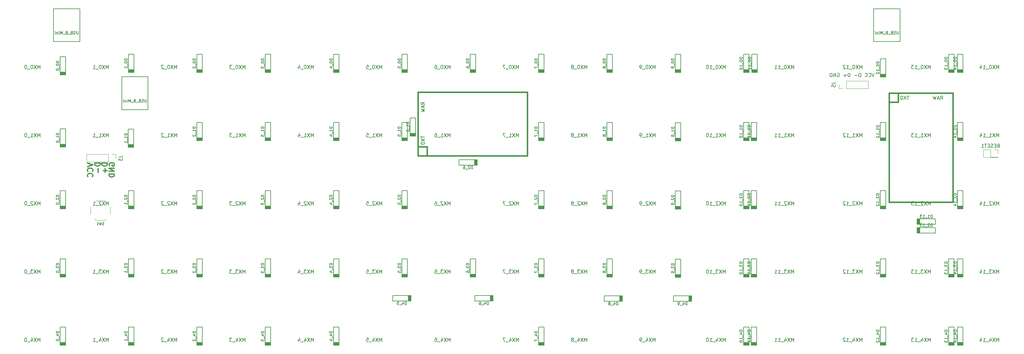
<source format=gbr>
%TF.GenerationSoftware,KiCad,Pcbnew,(5.1.7)-1*%
%TF.CreationDate,2021-02-07T19:51:08+07:00*%
%TF.ProjectId,75-pixels,37352d70-6978-4656-9c73-2e6b69636164,rev?*%
%TF.SameCoordinates,Original*%
%TF.FileFunction,Legend,Bot*%
%TF.FilePolarity,Positive*%
%FSLAX46Y46*%
G04 Gerber Fmt 4.6, Leading zero omitted, Abs format (unit mm)*
G04 Created by KiCad (PCBNEW (5.1.7)-1) date 2021-02-07 19:51:08*
%MOMM*%
%LPD*%
G01*
G04 APERTURE LIST*
%ADD10C,0.300000*%
%ADD11C,0.381000*%
%ADD12C,0.120000*%
%ADD13C,0.200000*%
%ADD14C,0.150000*%
G04 APERTURE END LIST*
D10*
X40428571Y-57343750D02*
X41928571Y-57843750D01*
X40428571Y-58343750D01*
X41785714Y-59700892D02*
X41857142Y-59629464D01*
X41928571Y-59415178D01*
X41928571Y-59272321D01*
X41857142Y-59058035D01*
X41714285Y-58915178D01*
X41571428Y-58843750D01*
X41285714Y-58772321D01*
X41071428Y-58772321D01*
X40785714Y-58843750D01*
X40642857Y-58915178D01*
X40500000Y-59058035D01*
X40428571Y-59272321D01*
X40428571Y-59415178D01*
X40500000Y-59629464D01*
X40571428Y-59700892D01*
X41785714Y-61200892D02*
X41857142Y-61129464D01*
X41928571Y-60915178D01*
X41928571Y-60772321D01*
X41857142Y-60558035D01*
X41714285Y-60415178D01*
X41571428Y-60343750D01*
X41285714Y-60272321D01*
X41071428Y-60272321D01*
X40785714Y-60343750D01*
X40642857Y-60415178D01*
X40500000Y-60558035D01*
X40428571Y-60772321D01*
X40428571Y-60915178D01*
X40500000Y-61129464D01*
X40571428Y-61200892D01*
X43991071Y-57366071D02*
X42491071Y-57366071D01*
X42491071Y-57723214D01*
X42562500Y-57937500D01*
X42705357Y-58080357D01*
X42848214Y-58151785D01*
X43133928Y-58223214D01*
X43348214Y-58223214D01*
X43633928Y-58151785D01*
X43776785Y-58080357D01*
X43919642Y-57937500D01*
X43991071Y-57723214D01*
X43991071Y-57366071D01*
X43419642Y-58866071D02*
X43419642Y-60008928D01*
X45959821Y-57366071D02*
X44459821Y-57366071D01*
X44459821Y-57723214D01*
X44531250Y-57937500D01*
X44674107Y-58080357D01*
X44816964Y-58151785D01*
X45102678Y-58223214D01*
X45316964Y-58223214D01*
X45602678Y-58151785D01*
X45745535Y-58080357D01*
X45888392Y-57937500D01*
X45959821Y-57723214D01*
X45959821Y-57366071D01*
X45388392Y-58866071D02*
X45388392Y-60008928D01*
X45959821Y-59437500D02*
X44816964Y-59437500D01*
X46500000Y-58107142D02*
X46428571Y-57964285D01*
X46428571Y-57750000D01*
X46500000Y-57535714D01*
X46642857Y-57392857D01*
X46785714Y-57321428D01*
X47071428Y-57250000D01*
X47285714Y-57250000D01*
X47571428Y-57321428D01*
X47714285Y-57392857D01*
X47857142Y-57535714D01*
X47928571Y-57750000D01*
X47928571Y-57892857D01*
X47857142Y-58107142D01*
X47785714Y-58178571D01*
X47285714Y-58178571D01*
X47285714Y-57892857D01*
X47928571Y-58821428D02*
X46428571Y-58821428D01*
X47928571Y-59678571D01*
X46428571Y-59678571D01*
X47928571Y-60392857D02*
X46428571Y-60392857D01*
X46428571Y-60750000D01*
X46500000Y-60964285D01*
X46642857Y-61107142D01*
X46785714Y-61178571D01*
X47071428Y-61250000D01*
X47285714Y-61250000D01*
X47571428Y-61178571D01*
X47714285Y-61107142D01*
X47857142Y-60964285D01*
X47928571Y-60750000D01*
X47928571Y-60392857D01*
D11*
%TO.C,U2*%
X281702500Y-37822500D02*
X263922500Y-37822500D01*
X263922500Y-37822500D02*
X263922500Y-68302500D01*
X263922500Y-68302500D02*
X281702500Y-68302500D01*
X281702500Y-68302500D02*
X281702500Y-37822500D01*
X266462500Y-37822500D02*
X266462500Y-40362500D01*
X266462500Y-40362500D02*
X263922500Y-40362500D01*
%TO.C,U1*%
X132603750Y-37516250D02*
X132603750Y-55296250D01*
X132603750Y-55296250D02*
X163083750Y-55296250D01*
X163083750Y-55296250D02*
X163083750Y-37516250D01*
X163083750Y-37516250D02*
X132603750Y-37516250D01*
X132603750Y-52756250D02*
X135143750Y-52756250D01*
X135143750Y-52756250D02*
X135143750Y-55296250D01*
D12*
%TO.C,RESET1*%
X294216250Y-53596250D02*
X293156250Y-53596250D01*
X294216250Y-54656250D02*
X294216250Y-53596250D01*
X292156250Y-53596250D02*
X290096250Y-53596250D01*
X292156250Y-55656250D02*
X292156250Y-53596250D01*
X294216250Y-55656250D02*
X292156250Y-55656250D01*
X290096250Y-53596250D02*
X290096250Y-55716250D01*
X294216250Y-55656250D02*
X294216250Y-55716250D01*
X294216250Y-55716250D02*
X290096250Y-55716250D01*
%TO.C,J5*%
X251968750Y-34377500D02*
X251968750Y-36497500D01*
X251968750Y-34377500D02*
X258028750Y-34377500D01*
X258028750Y-34377500D02*
X258028750Y-36497500D01*
X251968750Y-36497500D02*
X258028750Y-36497500D01*
X249908750Y-36497500D02*
X250968750Y-36497500D01*
X249908750Y-35437500D02*
X249908750Y-36497500D01*
D13*
%TO.C,J4*%
X266900000Y-23437500D02*
X259600000Y-23437500D01*
X259600000Y-23437500D02*
X259600000Y-14237500D01*
X259600000Y-14237500D02*
X266900000Y-14237500D01*
X266900000Y-14237500D02*
X266900000Y-23437500D01*
D12*
%TO.C,J3*%
X46250000Y-57028750D02*
X46250000Y-54908750D01*
X46250000Y-57028750D02*
X40190000Y-57028750D01*
X40190000Y-57028750D02*
X40190000Y-54908750D01*
X46250000Y-54908750D02*
X40190000Y-54908750D01*
X48310000Y-54908750D02*
X47250000Y-54908750D01*
X48310000Y-55968750D02*
X48310000Y-54908750D01*
D13*
%TO.C,J2*%
X57281250Y-42468750D02*
X49981250Y-42468750D01*
X49981250Y-42468750D02*
X49981250Y-33268750D01*
X49981250Y-33268750D02*
X57281250Y-33268750D01*
X57281250Y-33268750D02*
X57281250Y-42468750D01*
%TO.C,J1*%
X38287500Y-23437500D02*
X30987500Y-23437500D01*
X30987500Y-23437500D02*
X30987500Y-14237500D01*
X30987500Y-14237500D02*
X38287500Y-14237500D01*
X38287500Y-14237500D02*
X38287500Y-23437500D01*
D14*
%TO.C,D4_14*%
X282925500Y-107509250D02*
X284449500Y-107509250D01*
X282925500Y-107636250D02*
X284449500Y-107636250D01*
X284449500Y-107763250D02*
X282925500Y-107763250D01*
X282925500Y-108144250D02*
X284449500Y-108144250D01*
X284449500Y-108017250D02*
X282925500Y-108017250D01*
X282925500Y-107890250D02*
X284449500Y-107890250D01*
X284449500Y-103191250D02*
X282925500Y-103191250D01*
X284449500Y-108271250D02*
X284449500Y-103191250D01*
X282925500Y-108271250D02*
X284449500Y-108271250D01*
X282925500Y-103191250D02*
X282925500Y-108271250D01*
%TO.C,D4_13*%
X280450500Y-107509250D02*
X281974500Y-107509250D01*
X280450500Y-107636250D02*
X281974500Y-107636250D01*
X281974500Y-107763250D02*
X280450500Y-107763250D01*
X280450500Y-108144250D02*
X281974500Y-108144250D01*
X281974500Y-108017250D02*
X280450500Y-108017250D01*
X280450500Y-107890250D02*
X281974500Y-107890250D01*
X281974500Y-103191250D02*
X280450500Y-103191250D01*
X281974500Y-108271250D02*
X281974500Y-103191250D01*
X280450500Y-108271250D02*
X281974500Y-108271250D01*
X280450500Y-103191250D02*
X280450500Y-108271250D01*
%TO.C,D4_12*%
X261400500Y-107509250D02*
X262924500Y-107509250D01*
X261400500Y-107636250D02*
X262924500Y-107636250D01*
X262924500Y-107763250D02*
X261400500Y-107763250D01*
X261400500Y-108144250D02*
X262924500Y-108144250D01*
X262924500Y-108017250D02*
X261400500Y-108017250D01*
X261400500Y-107890250D02*
X262924500Y-107890250D01*
X262924500Y-103191250D02*
X261400500Y-103191250D01*
X262924500Y-108271250D02*
X262924500Y-103191250D01*
X261400500Y-108271250D02*
X262924500Y-108271250D01*
X261400500Y-103191250D02*
X261400500Y-108271250D01*
%TO.C,D4_11*%
X225475500Y-107509250D02*
X226999500Y-107509250D01*
X225475500Y-107636250D02*
X226999500Y-107636250D01*
X226999500Y-107763250D02*
X225475500Y-107763250D01*
X225475500Y-108144250D02*
X226999500Y-108144250D01*
X226999500Y-108017250D02*
X225475500Y-108017250D01*
X225475500Y-107890250D02*
X226999500Y-107890250D01*
X226999500Y-103191250D02*
X225475500Y-103191250D01*
X226999500Y-108271250D02*
X226999500Y-103191250D01*
X225475500Y-108271250D02*
X226999500Y-108271250D01*
X225475500Y-103191250D02*
X225475500Y-108271250D01*
%TO.C,D4_10*%
X223300500Y-107509250D02*
X224824500Y-107509250D01*
X223300500Y-107636250D02*
X224824500Y-107636250D01*
X224824500Y-107763250D02*
X223300500Y-107763250D01*
X223300500Y-108144250D02*
X224824500Y-108144250D01*
X224824500Y-108017250D02*
X223300500Y-108017250D01*
X223300500Y-107890250D02*
X224824500Y-107890250D01*
X224824500Y-103191250D02*
X223300500Y-103191250D01*
X224824500Y-108271250D02*
X224824500Y-103191250D01*
X223300500Y-108271250D02*
X224824500Y-108271250D01*
X223300500Y-103191250D02*
X223300500Y-108271250D01*
%TO.C,D4_9*%
X208121750Y-96012000D02*
X208121750Y-94488000D01*
X208248750Y-96012000D02*
X208248750Y-94488000D01*
X208375750Y-94488000D02*
X208375750Y-96012000D01*
X208756750Y-96012000D02*
X208756750Y-94488000D01*
X208629750Y-94488000D02*
X208629750Y-96012000D01*
X208502750Y-96012000D02*
X208502750Y-94488000D01*
X203803750Y-94488000D02*
X203803750Y-96012000D01*
X208883750Y-94488000D02*
X203803750Y-94488000D01*
X208883750Y-96012000D02*
X208883750Y-94488000D01*
X203803750Y-96012000D02*
X208883750Y-96012000D01*
%TO.C,D4_8*%
X188809250Y-96012000D02*
X188809250Y-94488000D01*
X188936250Y-96012000D02*
X188936250Y-94488000D01*
X189063250Y-94488000D02*
X189063250Y-96012000D01*
X189444250Y-96012000D02*
X189444250Y-94488000D01*
X189317250Y-94488000D02*
X189317250Y-96012000D01*
X189190250Y-96012000D02*
X189190250Y-94488000D01*
X184491250Y-94488000D02*
X184491250Y-96012000D01*
X189571250Y-94488000D02*
X184491250Y-94488000D01*
X189571250Y-96012000D02*
X189571250Y-94488000D01*
X184491250Y-96012000D02*
X189571250Y-96012000D01*
%TO.C,D4_7*%
X166150500Y-107509250D02*
X167674500Y-107509250D01*
X166150500Y-107636250D02*
X167674500Y-107636250D01*
X167674500Y-107763250D02*
X166150500Y-107763250D01*
X166150500Y-108144250D02*
X167674500Y-108144250D01*
X167674500Y-108017250D02*
X166150500Y-108017250D01*
X166150500Y-107890250D02*
X167674500Y-107890250D01*
X167674500Y-103191250D02*
X166150500Y-103191250D01*
X167674500Y-108271250D02*
X167674500Y-103191250D01*
X166150500Y-108271250D02*
X167674500Y-108271250D01*
X166150500Y-103191250D02*
X166150500Y-108271250D01*
%TO.C,D4_6*%
X152715500Y-95918250D02*
X152715500Y-94394250D01*
X152842500Y-95918250D02*
X152842500Y-94394250D01*
X152969500Y-94394250D02*
X152969500Y-95918250D01*
X153350500Y-95918250D02*
X153350500Y-94394250D01*
X153223500Y-94394250D02*
X153223500Y-95918250D01*
X153096500Y-95918250D02*
X153096500Y-94394250D01*
X148397500Y-94394250D02*
X148397500Y-95918250D01*
X153477500Y-94394250D02*
X148397500Y-94394250D01*
X153477500Y-95918250D02*
X153477500Y-94394250D01*
X148397500Y-95918250D02*
X153477500Y-95918250D01*
%TO.C,D4_5*%
X129871750Y-95918250D02*
X129871750Y-94394250D01*
X129998750Y-95918250D02*
X129998750Y-94394250D01*
X130125750Y-94394250D02*
X130125750Y-95918250D01*
X130506750Y-95918250D02*
X130506750Y-94394250D01*
X130379750Y-94394250D02*
X130379750Y-95918250D01*
X130252750Y-95918250D02*
X130252750Y-94394250D01*
X125553750Y-94394250D02*
X125553750Y-95918250D01*
X130633750Y-94394250D02*
X125553750Y-94394250D01*
X130633750Y-95918250D02*
X130633750Y-94394250D01*
X125553750Y-95918250D02*
X130633750Y-95918250D01*
%TO.C,D4_4*%
X109000500Y-107509250D02*
X110524500Y-107509250D01*
X109000500Y-107636250D02*
X110524500Y-107636250D01*
X110524500Y-107763250D02*
X109000500Y-107763250D01*
X109000500Y-108144250D02*
X110524500Y-108144250D01*
X110524500Y-108017250D02*
X109000500Y-108017250D01*
X109000500Y-107890250D02*
X110524500Y-107890250D01*
X110524500Y-103191250D02*
X109000500Y-103191250D01*
X110524500Y-108271250D02*
X110524500Y-103191250D01*
X109000500Y-108271250D02*
X110524500Y-108271250D01*
X109000500Y-103191250D02*
X109000500Y-108271250D01*
%TO.C,D4_3*%
X89950500Y-107509250D02*
X91474500Y-107509250D01*
X89950500Y-107636250D02*
X91474500Y-107636250D01*
X91474500Y-107763250D02*
X89950500Y-107763250D01*
X89950500Y-108144250D02*
X91474500Y-108144250D01*
X91474500Y-108017250D02*
X89950500Y-108017250D01*
X89950500Y-107890250D02*
X91474500Y-107890250D01*
X91474500Y-103191250D02*
X89950500Y-103191250D01*
X91474500Y-108271250D02*
X91474500Y-103191250D01*
X89950500Y-108271250D02*
X91474500Y-108271250D01*
X89950500Y-103191250D02*
X89950500Y-108271250D01*
%TO.C,D4_2*%
X70900500Y-107509250D02*
X72424500Y-107509250D01*
X70900500Y-107636250D02*
X72424500Y-107636250D01*
X72424500Y-107763250D02*
X70900500Y-107763250D01*
X70900500Y-108144250D02*
X72424500Y-108144250D01*
X72424500Y-108017250D02*
X70900500Y-108017250D01*
X70900500Y-107890250D02*
X72424500Y-107890250D01*
X72424500Y-103191250D02*
X70900500Y-103191250D01*
X72424500Y-108271250D02*
X72424500Y-103191250D01*
X70900500Y-108271250D02*
X72424500Y-108271250D01*
X70900500Y-103191250D02*
X70900500Y-108271250D01*
%TO.C,D4_1*%
X51850500Y-107509250D02*
X53374500Y-107509250D01*
X51850500Y-107636250D02*
X53374500Y-107636250D01*
X53374500Y-107763250D02*
X51850500Y-107763250D01*
X51850500Y-108144250D02*
X53374500Y-108144250D01*
X53374500Y-108017250D02*
X51850500Y-108017250D01*
X51850500Y-107890250D02*
X53374500Y-107890250D01*
X53374500Y-103191250D02*
X51850500Y-103191250D01*
X53374500Y-108271250D02*
X53374500Y-103191250D01*
X51850500Y-108271250D02*
X53374500Y-108271250D01*
X51850500Y-103191250D02*
X51850500Y-108271250D01*
%TO.C,D4_0*%
X32800500Y-107509250D02*
X34324500Y-107509250D01*
X32800500Y-107636250D02*
X34324500Y-107636250D01*
X34324500Y-107763250D02*
X32800500Y-107763250D01*
X32800500Y-108144250D02*
X34324500Y-108144250D01*
X34324500Y-108017250D02*
X32800500Y-108017250D01*
X32800500Y-107890250D02*
X34324500Y-107890250D01*
X34324500Y-103191250D02*
X32800500Y-103191250D01*
X34324500Y-108271250D02*
X34324500Y-103191250D01*
X32800500Y-108271250D02*
X34324500Y-108271250D01*
X32800500Y-103191250D02*
X32800500Y-108271250D01*
%TO.C,D3_14*%
X282925500Y-88459250D02*
X284449500Y-88459250D01*
X282925500Y-88586250D02*
X284449500Y-88586250D01*
X284449500Y-88713250D02*
X282925500Y-88713250D01*
X282925500Y-89094250D02*
X284449500Y-89094250D01*
X284449500Y-88967250D02*
X282925500Y-88967250D01*
X282925500Y-88840250D02*
X284449500Y-88840250D01*
X284449500Y-84141250D02*
X282925500Y-84141250D01*
X284449500Y-89221250D02*
X284449500Y-84141250D01*
X282925500Y-89221250D02*
X284449500Y-89221250D01*
X282925500Y-84141250D02*
X282925500Y-89221250D01*
%TO.C,D3_13*%
X280450500Y-88459250D02*
X281974500Y-88459250D01*
X280450500Y-88586250D02*
X281974500Y-88586250D01*
X281974500Y-88713250D02*
X280450500Y-88713250D01*
X280450500Y-89094250D02*
X281974500Y-89094250D01*
X281974500Y-88967250D02*
X280450500Y-88967250D01*
X280450500Y-88840250D02*
X281974500Y-88840250D01*
X281974500Y-84141250D02*
X280450500Y-84141250D01*
X281974500Y-89221250D02*
X281974500Y-84141250D01*
X280450500Y-89221250D02*
X281974500Y-89221250D01*
X280450500Y-84141250D02*
X280450500Y-89221250D01*
%TO.C,D3_12*%
X261400500Y-88459250D02*
X262924500Y-88459250D01*
X261400500Y-88586250D02*
X262924500Y-88586250D01*
X262924500Y-88713250D02*
X261400500Y-88713250D01*
X261400500Y-89094250D02*
X262924500Y-89094250D01*
X262924500Y-88967250D02*
X261400500Y-88967250D01*
X261400500Y-88840250D02*
X262924500Y-88840250D01*
X262924500Y-84141250D02*
X261400500Y-84141250D01*
X262924500Y-89221250D02*
X262924500Y-84141250D01*
X261400500Y-89221250D02*
X262924500Y-89221250D01*
X261400500Y-84141250D02*
X261400500Y-89221250D01*
%TO.C,D3_11*%
X225475500Y-88459250D02*
X226999500Y-88459250D01*
X225475500Y-88586250D02*
X226999500Y-88586250D01*
X226999500Y-88713250D02*
X225475500Y-88713250D01*
X225475500Y-89094250D02*
X226999500Y-89094250D01*
X226999500Y-88967250D02*
X225475500Y-88967250D01*
X225475500Y-88840250D02*
X226999500Y-88840250D01*
X226999500Y-84141250D02*
X225475500Y-84141250D01*
X226999500Y-89221250D02*
X226999500Y-84141250D01*
X225475500Y-89221250D02*
X226999500Y-89221250D01*
X225475500Y-84141250D02*
X225475500Y-89221250D01*
%TO.C,D3_10*%
X223300500Y-88459250D02*
X224824500Y-88459250D01*
X223300500Y-88586250D02*
X224824500Y-88586250D01*
X224824500Y-88713250D02*
X223300500Y-88713250D01*
X223300500Y-89094250D02*
X224824500Y-89094250D01*
X224824500Y-88967250D02*
X223300500Y-88967250D01*
X223300500Y-88840250D02*
X224824500Y-88840250D01*
X224824500Y-84141250D02*
X223300500Y-84141250D01*
X224824500Y-89221250D02*
X224824500Y-84141250D01*
X223300500Y-89221250D02*
X224824500Y-89221250D01*
X223300500Y-84141250D02*
X223300500Y-89221250D01*
%TO.C,D3_9*%
X204269250Y-88534250D02*
X205793250Y-88534250D01*
X204269250Y-88661250D02*
X205793250Y-88661250D01*
X205793250Y-88788250D02*
X204269250Y-88788250D01*
X204269250Y-89169250D02*
X205793250Y-89169250D01*
X205793250Y-89042250D02*
X204269250Y-89042250D01*
X204269250Y-88915250D02*
X205793250Y-88915250D01*
X205793250Y-84216250D02*
X204269250Y-84216250D01*
X205793250Y-89296250D02*
X205793250Y-84216250D01*
X204269250Y-89296250D02*
X205793250Y-89296250D01*
X204269250Y-84216250D02*
X204269250Y-89296250D01*
%TO.C,D3_8*%
X185200500Y-88459250D02*
X186724500Y-88459250D01*
X185200500Y-88586250D02*
X186724500Y-88586250D01*
X186724500Y-88713250D02*
X185200500Y-88713250D01*
X185200500Y-89094250D02*
X186724500Y-89094250D01*
X186724500Y-88967250D02*
X185200500Y-88967250D01*
X185200500Y-88840250D02*
X186724500Y-88840250D01*
X186724500Y-84141250D02*
X185200500Y-84141250D01*
X186724500Y-89221250D02*
X186724500Y-84141250D01*
X185200500Y-89221250D02*
X186724500Y-89221250D01*
X185200500Y-84141250D02*
X185200500Y-89221250D01*
%TO.C,D3_7*%
X166150500Y-88459250D02*
X167674500Y-88459250D01*
X166150500Y-88586250D02*
X167674500Y-88586250D01*
X167674500Y-88713250D02*
X166150500Y-88713250D01*
X166150500Y-89094250D02*
X167674500Y-89094250D01*
X167674500Y-88967250D02*
X166150500Y-88967250D01*
X166150500Y-88840250D02*
X167674500Y-88840250D01*
X167674500Y-84141250D02*
X166150500Y-84141250D01*
X167674500Y-89221250D02*
X167674500Y-84141250D01*
X166150500Y-89221250D02*
X167674500Y-89221250D01*
X166150500Y-84141250D02*
X166150500Y-89221250D01*
%TO.C,D3_6*%
X147100500Y-88459250D02*
X148624500Y-88459250D01*
X147100500Y-88586250D02*
X148624500Y-88586250D01*
X148624500Y-88713250D02*
X147100500Y-88713250D01*
X147100500Y-89094250D02*
X148624500Y-89094250D01*
X148624500Y-88967250D02*
X147100500Y-88967250D01*
X147100500Y-88840250D02*
X148624500Y-88840250D01*
X148624500Y-84141250D02*
X147100500Y-84141250D01*
X148624500Y-89221250D02*
X148624500Y-84141250D01*
X147100500Y-89221250D02*
X148624500Y-89221250D01*
X147100500Y-84141250D02*
X147100500Y-89221250D01*
%TO.C,D3_5*%
X128050500Y-88459250D02*
X129574500Y-88459250D01*
X128050500Y-88586250D02*
X129574500Y-88586250D01*
X129574500Y-88713250D02*
X128050500Y-88713250D01*
X128050500Y-89094250D02*
X129574500Y-89094250D01*
X129574500Y-88967250D02*
X128050500Y-88967250D01*
X128050500Y-88840250D02*
X129574500Y-88840250D01*
X129574500Y-84141250D02*
X128050500Y-84141250D01*
X129574500Y-89221250D02*
X129574500Y-84141250D01*
X128050500Y-89221250D02*
X129574500Y-89221250D01*
X128050500Y-84141250D02*
X128050500Y-89221250D01*
%TO.C,D3_4*%
X109000500Y-88459250D02*
X110524500Y-88459250D01*
X109000500Y-88586250D02*
X110524500Y-88586250D01*
X110524500Y-88713250D02*
X109000500Y-88713250D01*
X109000500Y-89094250D02*
X110524500Y-89094250D01*
X110524500Y-88967250D02*
X109000500Y-88967250D01*
X109000500Y-88840250D02*
X110524500Y-88840250D01*
X110524500Y-84141250D02*
X109000500Y-84141250D01*
X110524500Y-89221250D02*
X110524500Y-84141250D01*
X109000500Y-89221250D02*
X110524500Y-89221250D01*
X109000500Y-84141250D02*
X109000500Y-89221250D01*
%TO.C,D3_3*%
X89950500Y-88459250D02*
X91474500Y-88459250D01*
X89950500Y-88586250D02*
X91474500Y-88586250D01*
X91474500Y-88713250D02*
X89950500Y-88713250D01*
X89950500Y-89094250D02*
X91474500Y-89094250D01*
X91474500Y-88967250D02*
X89950500Y-88967250D01*
X89950500Y-88840250D02*
X91474500Y-88840250D01*
X91474500Y-84141250D02*
X89950500Y-84141250D01*
X91474500Y-89221250D02*
X91474500Y-84141250D01*
X89950500Y-89221250D02*
X91474500Y-89221250D01*
X89950500Y-84141250D02*
X89950500Y-89221250D01*
%TO.C,D3_2*%
X70900500Y-88459250D02*
X72424500Y-88459250D01*
X70900500Y-88586250D02*
X72424500Y-88586250D01*
X72424500Y-88713250D02*
X70900500Y-88713250D01*
X70900500Y-89094250D02*
X72424500Y-89094250D01*
X72424500Y-88967250D02*
X70900500Y-88967250D01*
X70900500Y-88840250D02*
X72424500Y-88840250D01*
X72424500Y-84141250D02*
X70900500Y-84141250D01*
X72424500Y-89221250D02*
X72424500Y-84141250D01*
X70900500Y-89221250D02*
X72424500Y-89221250D01*
X70900500Y-84141250D02*
X70900500Y-89221250D01*
%TO.C,D3_1*%
X51850500Y-88459250D02*
X53374500Y-88459250D01*
X51850500Y-88586250D02*
X53374500Y-88586250D01*
X53374500Y-88713250D02*
X51850500Y-88713250D01*
X51850500Y-89094250D02*
X53374500Y-89094250D01*
X53374500Y-88967250D02*
X51850500Y-88967250D01*
X51850500Y-88840250D02*
X53374500Y-88840250D01*
X53374500Y-84141250D02*
X51850500Y-84141250D01*
X53374500Y-89221250D02*
X53374500Y-84141250D01*
X51850500Y-89221250D02*
X53374500Y-89221250D01*
X51850500Y-84141250D02*
X51850500Y-89221250D01*
%TO.C,D3_0*%
X32800500Y-88459250D02*
X34324500Y-88459250D01*
X32800500Y-88586250D02*
X34324500Y-88586250D01*
X34324500Y-88713250D02*
X32800500Y-88713250D01*
X32800500Y-89094250D02*
X34324500Y-89094250D01*
X34324500Y-88967250D02*
X32800500Y-88967250D01*
X32800500Y-88840250D02*
X34324500Y-88840250D01*
X34324500Y-84141250D02*
X32800500Y-84141250D01*
X34324500Y-89221250D02*
X34324500Y-84141250D01*
X32800500Y-89221250D02*
X34324500Y-89221250D01*
X32800500Y-84141250D02*
X32800500Y-89221250D01*
%TO.C,D2_14*%
X282925500Y-69409250D02*
X284449500Y-69409250D01*
X282925500Y-69536250D02*
X284449500Y-69536250D01*
X284449500Y-69663250D02*
X282925500Y-69663250D01*
X282925500Y-70044250D02*
X284449500Y-70044250D01*
X284449500Y-69917250D02*
X282925500Y-69917250D01*
X282925500Y-69790250D02*
X284449500Y-69790250D01*
X284449500Y-65091250D02*
X282925500Y-65091250D01*
X284449500Y-70171250D02*
X284449500Y-65091250D01*
X282925500Y-70171250D02*
X284449500Y-70171250D01*
X282925500Y-65091250D02*
X282925500Y-70171250D01*
%TO.C,D2_13*%
X272440750Y-75363000D02*
X272440750Y-76887000D01*
X272313750Y-75363000D02*
X272313750Y-76887000D01*
X272186750Y-76887000D02*
X272186750Y-75363000D01*
X271805750Y-75363000D02*
X271805750Y-76887000D01*
X271932750Y-76887000D02*
X271932750Y-75363000D01*
X272059750Y-75363000D02*
X272059750Y-76887000D01*
X276758750Y-76887000D02*
X276758750Y-75363000D01*
X271678750Y-76887000D02*
X276758750Y-76887000D01*
X271678750Y-75363000D02*
X271678750Y-76887000D01*
X276758750Y-75363000D02*
X271678750Y-75363000D01*
%TO.C,D2_12*%
X261400500Y-69409250D02*
X262924500Y-69409250D01*
X261400500Y-69536250D02*
X262924500Y-69536250D01*
X262924500Y-69663250D02*
X261400500Y-69663250D01*
X261400500Y-70044250D02*
X262924500Y-70044250D01*
X262924500Y-69917250D02*
X261400500Y-69917250D01*
X261400500Y-69790250D02*
X262924500Y-69790250D01*
X262924500Y-65091250D02*
X261400500Y-65091250D01*
X262924500Y-70171250D02*
X262924500Y-65091250D01*
X261400500Y-70171250D02*
X262924500Y-70171250D01*
X261400500Y-65091250D02*
X261400500Y-70171250D01*
%TO.C,D2_11*%
X225475500Y-69409250D02*
X226999500Y-69409250D01*
X225475500Y-69536250D02*
X226999500Y-69536250D01*
X226999500Y-69663250D02*
X225475500Y-69663250D01*
X225475500Y-70044250D02*
X226999500Y-70044250D01*
X226999500Y-69917250D02*
X225475500Y-69917250D01*
X225475500Y-69790250D02*
X226999500Y-69790250D01*
X226999500Y-65091250D02*
X225475500Y-65091250D01*
X226999500Y-70171250D02*
X226999500Y-65091250D01*
X225475500Y-70171250D02*
X226999500Y-70171250D01*
X225475500Y-65091250D02*
X225475500Y-70171250D01*
%TO.C,D2_10*%
X223300500Y-69409250D02*
X224824500Y-69409250D01*
X223300500Y-69536250D02*
X224824500Y-69536250D01*
X224824500Y-69663250D02*
X223300500Y-69663250D01*
X223300500Y-70044250D02*
X224824500Y-70044250D01*
X224824500Y-69917250D02*
X223300500Y-69917250D01*
X223300500Y-69790250D02*
X224824500Y-69790250D01*
X224824500Y-65091250D02*
X223300500Y-65091250D01*
X224824500Y-70171250D02*
X224824500Y-65091250D01*
X223300500Y-70171250D02*
X224824500Y-70171250D01*
X223300500Y-65091250D02*
X223300500Y-70171250D01*
%TO.C,D2_9*%
X204269250Y-69484250D02*
X205793250Y-69484250D01*
X204269250Y-69611250D02*
X205793250Y-69611250D01*
X205793250Y-69738250D02*
X204269250Y-69738250D01*
X204269250Y-70119250D02*
X205793250Y-70119250D01*
X205793250Y-69992250D02*
X204269250Y-69992250D01*
X204269250Y-69865250D02*
X205793250Y-69865250D01*
X205793250Y-65166250D02*
X204269250Y-65166250D01*
X205793250Y-70246250D02*
X205793250Y-65166250D01*
X204269250Y-70246250D02*
X205793250Y-70246250D01*
X204269250Y-65166250D02*
X204269250Y-70246250D01*
%TO.C,D2_8*%
X185200500Y-69409250D02*
X186724500Y-69409250D01*
X185200500Y-69536250D02*
X186724500Y-69536250D01*
X186724500Y-69663250D02*
X185200500Y-69663250D01*
X185200500Y-70044250D02*
X186724500Y-70044250D01*
X186724500Y-69917250D02*
X185200500Y-69917250D01*
X185200500Y-69790250D02*
X186724500Y-69790250D01*
X186724500Y-65091250D02*
X185200500Y-65091250D01*
X186724500Y-70171250D02*
X186724500Y-65091250D01*
X185200500Y-70171250D02*
X186724500Y-70171250D01*
X185200500Y-65091250D02*
X185200500Y-70171250D01*
%TO.C,D2_7*%
X166150500Y-69409250D02*
X167674500Y-69409250D01*
X166150500Y-69536250D02*
X167674500Y-69536250D01*
X167674500Y-69663250D02*
X166150500Y-69663250D01*
X166150500Y-70044250D02*
X167674500Y-70044250D01*
X167674500Y-69917250D02*
X166150500Y-69917250D01*
X166150500Y-69790250D02*
X167674500Y-69790250D01*
X167674500Y-65091250D02*
X166150500Y-65091250D01*
X167674500Y-70171250D02*
X167674500Y-65091250D01*
X166150500Y-70171250D02*
X167674500Y-70171250D01*
X166150500Y-65091250D02*
X166150500Y-70171250D01*
%TO.C,D2_6*%
X148309250Y-57949500D02*
X148309250Y-56425500D01*
X148436250Y-57949500D02*
X148436250Y-56425500D01*
X148563250Y-56425500D02*
X148563250Y-57949500D01*
X148944250Y-57949500D02*
X148944250Y-56425500D01*
X148817250Y-56425500D02*
X148817250Y-57949500D01*
X148690250Y-57949500D02*
X148690250Y-56425500D01*
X143991250Y-56425500D02*
X143991250Y-57949500D01*
X149071250Y-56425500D02*
X143991250Y-56425500D01*
X149071250Y-57949500D02*
X149071250Y-56425500D01*
X143991250Y-57949500D02*
X149071250Y-57949500D01*
%TO.C,D2_5*%
X128050500Y-69409250D02*
X129574500Y-69409250D01*
X128050500Y-69536250D02*
X129574500Y-69536250D01*
X129574500Y-69663250D02*
X128050500Y-69663250D01*
X128050500Y-70044250D02*
X129574500Y-70044250D01*
X129574500Y-69917250D02*
X128050500Y-69917250D01*
X128050500Y-69790250D02*
X129574500Y-69790250D01*
X129574500Y-65091250D02*
X128050500Y-65091250D01*
X129574500Y-70171250D02*
X129574500Y-65091250D01*
X128050500Y-70171250D02*
X129574500Y-70171250D01*
X128050500Y-65091250D02*
X128050500Y-70171250D01*
%TO.C,D2_4*%
X109000500Y-69409250D02*
X110524500Y-69409250D01*
X109000500Y-69536250D02*
X110524500Y-69536250D01*
X110524500Y-69663250D02*
X109000500Y-69663250D01*
X109000500Y-70044250D02*
X110524500Y-70044250D01*
X110524500Y-69917250D02*
X109000500Y-69917250D01*
X109000500Y-69790250D02*
X110524500Y-69790250D01*
X110524500Y-65091250D02*
X109000500Y-65091250D01*
X110524500Y-70171250D02*
X110524500Y-65091250D01*
X109000500Y-70171250D02*
X110524500Y-70171250D01*
X109000500Y-65091250D02*
X109000500Y-70171250D01*
D12*
%TO.C,SW1*%
X42362500Y-68293750D02*
X42812500Y-67843750D01*
X45762500Y-68293750D02*
X45312500Y-67843750D01*
X45762500Y-72893750D02*
X45312500Y-73343750D01*
X42362500Y-72893750D02*
X42812500Y-73343750D01*
X46812500Y-71593750D02*
X46812500Y-69593750D01*
X42812500Y-67843750D02*
X45312500Y-67843750D01*
X41312500Y-71593750D02*
X41312500Y-69593750D01*
X42812500Y-73343750D02*
X45312500Y-73343750D01*
D14*
%TO.C,D2_3*%
X89950500Y-69409250D02*
X91474500Y-69409250D01*
X89950500Y-69536250D02*
X91474500Y-69536250D01*
X91474500Y-69663250D02*
X89950500Y-69663250D01*
X89950500Y-70044250D02*
X91474500Y-70044250D01*
X91474500Y-69917250D02*
X89950500Y-69917250D01*
X89950500Y-69790250D02*
X91474500Y-69790250D01*
X91474500Y-65091250D02*
X89950500Y-65091250D01*
X91474500Y-70171250D02*
X91474500Y-65091250D01*
X89950500Y-70171250D02*
X91474500Y-70171250D01*
X89950500Y-65091250D02*
X89950500Y-70171250D01*
%TO.C,D2_2*%
X70900500Y-69409250D02*
X72424500Y-69409250D01*
X70900500Y-69536250D02*
X72424500Y-69536250D01*
X72424500Y-69663250D02*
X70900500Y-69663250D01*
X70900500Y-70044250D02*
X72424500Y-70044250D01*
X72424500Y-69917250D02*
X70900500Y-69917250D01*
X70900500Y-69790250D02*
X72424500Y-69790250D01*
X72424500Y-65091250D02*
X70900500Y-65091250D01*
X72424500Y-70171250D02*
X72424500Y-65091250D01*
X70900500Y-70171250D02*
X72424500Y-70171250D01*
X70900500Y-65091250D02*
X70900500Y-70171250D01*
%TO.C,D2_1*%
X51850500Y-69409250D02*
X53374500Y-69409250D01*
X51850500Y-69536250D02*
X53374500Y-69536250D01*
X53374500Y-69663250D02*
X51850500Y-69663250D01*
X51850500Y-70044250D02*
X53374500Y-70044250D01*
X53374500Y-69917250D02*
X51850500Y-69917250D01*
X51850500Y-69790250D02*
X53374500Y-69790250D01*
X53374500Y-65091250D02*
X51850500Y-65091250D01*
X53374500Y-70171250D02*
X53374500Y-65091250D01*
X51850500Y-70171250D02*
X53374500Y-70171250D01*
X51850500Y-65091250D02*
X51850500Y-70171250D01*
%TO.C,D2_0*%
X32800500Y-69409250D02*
X34324500Y-69409250D01*
X32800500Y-69536250D02*
X34324500Y-69536250D01*
X34324500Y-69663250D02*
X32800500Y-69663250D01*
X32800500Y-70044250D02*
X34324500Y-70044250D01*
X34324500Y-69917250D02*
X32800500Y-69917250D01*
X32800500Y-69790250D02*
X34324500Y-69790250D01*
X34324500Y-65091250D02*
X32800500Y-65091250D01*
X34324500Y-70171250D02*
X34324500Y-65091250D01*
X32800500Y-70171250D02*
X34324500Y-70171250D01*
X32800500Y-65091250D02*
X32800500Y-70171250D01*
%TO.C,D1_14*%
X282925500Y-50359250D02*
X284449500Y-50359250D01*
X282925500Y-50486250D02*
X284449500Y-50486250D01*
X284449500Y-50613250D02*
X282925500Y-50613250D01*
X282925500Y-50994250D02*
X284449500Y-50994250D01*
X284449500Y-50867250D02*
X282925500Y-50867250D01*
X282925500Y-50740250D02*
X284449500Y-50740250D01*
X284449500Y-46041250D02*
X282925500Y-46041250D01*
X284449500Y-51121250D02*
X284449500Y-46041250D01*
X282925500Y-51121250D02*
X284449500Y-51121250D01*
X282925500Y-46041250D02*
X282925500Y-51121250D01*
%TO.C,D1_13*%
X272440750Y-72925500D02*
X272440750Y-74449500D01*
X272313750Y-72925500D02*
X272313750Y-74449500D01*
X272186750Y-74449500D02*
X272186750Y-72925500D01*
X271805750Y-72925500D02*
X271805750Y-74449500D01*
X271932750Y-74449500D02*
X271932750Y-72925500D01*
X272059750Y-72925500D02*
X272059750Y-74449500D01*
X276758750Y-74449500D02*
X276758750Y-72925500D01*
X271678750Y-74449500D02*
X276758750Y-74449500D01*
X271678750Y-72925500D02*
X271678750Y-74449500D01*
X276758750Y-72925500D02*
X271678750Y-72925500D01*
%TO.C,D1_12*%
X261400500Y-50359250D02*
X262924500Y-50359250D01*
X261400500Y-50486250D02*
X262924500Y-50486250D01*
X262924500Y-50613250D02*
X261400500Y-50613250D01*
X261400500Y-50994250D02*
X262924500Y-50994250D01*
X262924500Y-50867250D02*
X261400500Y-50867250D01*
X261400500Y-50740250D02*
X262924500Y-50740250D01*
X262924500Y-46041250D02*
X261400500Y-46041250D01*
X262924500Y-51121250D02*
X262924500Y-46041250D01*
X261400500Y-51121250D02*
X262924500Y-51121250D01*
X261400500Y-46041250D02*
X261400500Y-51121250D01*
%TO.C,D1_11*%
X225475500Y-50359250D02*
X226999500Y-50359250D01*
X225475500Y-50486250D02*
X226999500Y-50486250D01*
X226999500Y-50613250D02*
X225475500Y-50613250D01*
X225475500Y-50994250D02*
X226999500Y-50994250D01*
X226999500Y-50867250D02*
X225475500Y-50867250D01*
X225475500Y-50740250D02*
X226999500Y-50740250D01*
X226999500Y-46041250D02*
X225475500Y-46041250D01*
X226999500Y-51121250D02*
X226999500Y-46041250D01*
X225475500Y-51121250D02*
X226999500Y-51121250D01*
X225475500Y-46041250D02*
X225475500Y-51121250D01*
%TO.C,D1_10*%
X223300500Y-50359250D02*
X224824500Y-50359250D01*
X223300500Y-50486250D02*
X224824500Y-50486250D01*
X224824500Y-50613250D02*
X223300500Y-50613250D01*
X223300500Y-50994250D02*
X224824500Y-50994250D01*
X224824500Y-50867250D02*
X223300500Y-50867250D01*
X223300500Y-50740250D02*
X224824500Y-50740250D01*
X224824500Y-46041250D02*
X223300500Y-46041250D01*
X224824500Y-51121250D02*
X224824500Y-46041250D01*
X223300500Y-51121250D02*
X224824500Y-51121250D01*
X223300500Y-46041250D02*
X223300500Y-51121250D01*
%TO.C,D1_9*%
X204269250Y-50434250D02*
X205793250Y-50434250D01*
X204269250Y-50561250D02*
X205793250Y-50561250D01*
X205793250Y-50688250D02*
X204269250Y-50688250D01*
X204269250Y-51069250D02*
X205793250Y-51069250D01*
X205793250Y-50942250D02*
X204269250Y-50942250D01*
X204269250Y-50815250D02*
X205793250Y-50815250D01*
X205793250Y-46116250D02*
X204269250Y-46116250D01*
X205793250Y-51196250D02*
X205793250Y-46116250D01*
X204269250Y-51196250D02*
X205793250Y-51196250D01*
X204269250Y-46116250D02*
X204269250Y-51196250D01*
%TO.C,D1_8*%
X185200500Y-50359250D02*
X186724500Y-50359250D01*
X185200500Y-50486250D02*
X186724500Y-50486250D01*
X186724500Y-50613250D02*
X185200500Y-50613250D01*
X185200500Y-50994250D02*
X186724500Y-50994250D01*
X186724500Y-50867250D02*
X185200500Y-50867250D01*
X185200500Y-50740250D02*
X186724500Y-50740250D01*
X186724500Y-46041250D02*
X185200500Y-46041250D01*
X186724500Y-51121250D02*
X186724500Y-46041250D01*
X185200500Y-51121250D02*
X186724500Y-51121250D01*
X185200500Y-46041250D02*
X185200500Y-51121250D01*
%TO.C,D1_7*%
X166150500Y-50359250D02*
X167674500Y-50359250D01*
X166150500Y-50486250D02*
X167674500Y-50486250D01*
X167674500Y-50613250D02*
X166150500Y-50613250D01*
X166150500Y-50994250D02*
X167674500Y-50994250D01*
X167674500Y-50867250D02*
X166150500Y-50867250D01*
X166150500Y-50740250D02*
X167674500Y-50740250D01*
X167674500Y-46041250D02*
X166150500Y-46041250D01*
X167674500Y-51121250D02*
X167674500Y-46041250D01*
X166150500Y-51121250D02*
X167674500Y-51121250D01*
X166150500Y-46041250D02*
X166150500Y-51121250D01*
%TO.C,D1_6*%
X130394250Y-49028000D02*
X131918250Y-49028000D01*
X130394250Y-49155000D02*
X131918250Y-49155000D01*
X131918250Y-49282000D02*
X130394250Y-49282000D01*
X130394250Y-49663000D02*
X131918250Y-49663000D01*
X131918250Y-49536000D02*
X130394250Y-49536000D01*
X130394250Y-49409000D02*
X131918250Y-49409000D01*
X131918250Y-44710000D02*
X130394250Y-44710000D01*
X131918250Y-49790000D02*
X131918250Y-44710000D01*
X130394250Y-49790000D02*
X131918250Y-49790000D01*
X130394250Y-44710000D02*
X130394250Y-49790000D01*
%TO.C,D1_5*%
X128050500Y-50359250D02*
X129574500Y-50359250D01*
X128050500Y-50486250D02*
X129574500Y-50486250D01*
X129574500Y-50613250D02*
X128050500Y-50613250D01*
X128050500Y-50994250D02*
X129574500Y-50994250D01*
X129574500Y-50867250D02*
X128050500Y-50867250D01*
X128050500Y-50740250D02*
X129574500Y-50740250D01*
X129574500Y-46041250D02*
X128050500Y-46041250D01*
X129574500Y-51121250D02*
X129574500Y-46041250D01*
X128050500Y-51121250D02*
X129574500Y-51121250D01*
X128050500Y-46041250D02*
X128050500Y-51121250D01*
%TO.C,D1_4*%
X109000500Y-50359250D02*
X110524500Y-50359250D01*
X109000500Y-50486250D02*
X110524500Y-50486250D01*
X110524500Y-50613250D02*
X109000500Y-50613250D01*
X109000500Y-50994250D02*
X110524500Y-50994250D01*
X110524500Y-50867250D02*
X109000500Y-50867250D01*
X109000500Y-50740250D02*
X110524500Y-50740250D01*
X110524500Y-46041250D02*
X109000500Y-46041250D01*
X110524500Y-51121250D02*
X110524500Y-46041250D01*
X109000500Y-51121250D02*
X110524500Y-51121250D01*
X109000500Y-46041250D02*
X109000500Y-51121250D01*
%TO.C,D1_3*%
X89950500Y-50359250D02*
X91474500Y-50359250D01*
X89950500Y-50486250D02*
X91474500Y-50486250D01*
X91474500Y-50613250D02*
X89950500Y-50613250D01*
X89950500Y-50994250D02*
X91474500Y-50994250D01*
X91474500Y-50867250D02*
X89950500Y-50867250D01*
X89950500Y-50740250D02*
X91474500Y-50740250D01*
X91474500Y-46041250D02*
X89950500Y-46041250D01*
X91474500Y-51121250D02*
X91474500Y-46041250D01*
X89950500Y-51121250D02*
X91474500Y-51121250D01*
X89950500Y-46041250D02*
X89950500Y-51121250D01*
%TO.C,D1_2*%
X70900500Y-50359250D02*
X72424500Y-50359250D01*
X70900500Y-50486250D02*
X72424500Y-50486250D01*
X72424500Y-50613250D02*
X70900500Y-50613250D01*
X70900500Y-50994250D02*
X72424500Y-50994250D01*
X72424500Y-50867250D02*
X70900500Y-50867250D01*
X70900500Y-50740250D02*
X72424500Y-50740250D01*
X72424500Y-46041250D02*
X70900500Y-46041250D01*
X72424500Y-51121250D02*
X72424500Y-46041250D01*
X70900500Y-51121250D02*
X72424500Y-51121250D01*
X70900500Y-46041250D02*
X70900500Y-51121250D01*
%TO.C,D1_1*%
X51831750Y-52215500D02*
X53355750Y-52215500D01*
X51831750Y-52342500D02*
X53355750Y-52342500D01*
X53355750Y-52469500D02*
X51831750Y-52469500D01*
X51831750Y-52850500D02*
X53355750Y-52850500D01*
X53355750Y-52723500D02*
X51831750Y-52723500D01*
X51831750Y-52596500D02*
X53355750Y-52596500D01*
X53355750Y-47897500D02*
X51831750Y-47897500D01*
X53355750Y-52977500D02*
X53355750Y-47897500D01*
X51831750Y-52977500D02*
X53355750Y-52977500D01*
X51831750Y-47897500D02*
X51831750Y-52977500D01*
%TO.C,D1_0*%
X32800500Y-52121750D02*
X34324500Y-52121750D01*
X32800500Y-52248750D02*
X34324500Y-52248750D01*
X34324500Y-52375750D02*
X32800500Y-52375750D01*
X32800500Y-52756750D02*
X34324500Y-52756750D01*
X34324500Y-52629750D02*
X32800500Y-52629750D01*
X32800500Y-52502750D02*
X34324500Y-52502750D01*
X34324500Y-47803750D02*
X32800500Y-47803750D01*
X34324500Y-52883750D02*
X34324500Y-47803750D01*
X32800500Y-52883750D02*
X34324500Y-52883750D01*
X32800500Y-47803750D02*
X32800500Y-52883750D01*
%TO.C,D0_14*%
X282925500Y-31309250D02*
X284449500Y-31309250D01*
X282925500Y-31436250D02*
X284449500Y-31436250D01*
X284449500Y-31563250D02*
X282925500Y-31563250D01*
X282925500Y-31944250D02*
X284449500Y-31944250D01*
X284449500Y-31817250D02*
X282925500Y-31817250D01*
X282925500Y-31690250D02*
X284449500Y-31690250D01*
X284449500Y-26991250D02*
X282925500Y-26991250D01*
X284449500Y-32071250D02*
X284449500Y-26991250D01*
X282925500Y-32071250D02*
X284449500Y-32071250D01*
X282925500Y-26991250D02*
X282925500Y-32071250D01*
%TO.C,D0_13*%
X280450500Y-31309250D02*
X281974500Y-31309250D01*
X280450500Y-31436250D02*
X281974500Y-31436250D01*
X281974500Y-31563250D02*
X280450500Y-31563250D01*
X280450500Y-31944250D02*
X281974500Y-31944250D01*
X281974500Y-31817250D02*
X280450500Y-31817250D01*
X280450500Y-31690250D02*
X281974500Y-31690250D01*
X281974500Y-26991250D02*
X280450500Y-26991250D01*
X281974500Y-32071250D02*
X281974500Y-26991250D01*
X280450500Y-32071250D02*
X281974500Y-32071250D01*
X280450500Y-26991250D02*
X280450500Y-32071250D01*
%TO.C,D0_12*%
X261400500Y-32528000D02*
X262924500Y-32528000D01*
X261400500Y-32655000D02*
X262924500Y-32655000D01*
X262924500Y-32782000D02*
X261400500Y-32782000D01*
X261400500Y-33163000D02*
X262924500Y-33163000D01*
X262924500Y-33036000D02*
X261400500Y-33036000D01*
X261400500Y-32909000D02*
X262924500Y-32909000D01*
X262924500Y-28210000D02*
X261400500Y-28210000D01*
X262924500Y-33290000D02*
X262924500Y-28210000D01*
X261400500Y-33290000D02*
X262924500Y-33290000D01*
X261400500Y-28210000D02*
X261400500Y-33290000D01*
%TO.C,D0_11*%
X225644250Y-31309250D02*
X227168250Y-31309250D01*
X225644250Y-31436250D02*
X227168250Y-31436250D01*
X227168250Y-31563250D02*
X225644250Y-31563250D01*
X225644250Y-31944250D02*
X227168250Y-31944250D01*
X227168250Y-31817250D02*
X225644250Y-31817250D01*
X225644250Y-31690250D02*
X227168250Y-31690250D01*
X227168250Y-26991250D02*
X225644250Y-26991250D01*
X227168250Y-32071250D02*
X227168250Y-26991250D01*
X225644250Y-32071250D02*
X227168250Y-32071250D01*
X225644250Y-26991250D02*
X225644250Y-32071250D01*
%TO.C,D0_10*%
X223300500Y-31309250D02*
X224824500Y-31309250D01*
X223300500Y-31436250D02*
X224824500Y-31436250D01*
X224824500Y-31563250D02*
X223300500Y-31563250D01*
X223300500Y-31944250D02*
X224824500Y-31944250D01*
X224824500Y-31817250D02*
X223300500Y-31817250D01*
X223300500Y-31690250D02*
X224824500Y-31690250D01*
X224824500Y-26991250D02*
X223300500Y-26991250D01*
X224824500Y-32071250D02*
X224824500Y-26991250D01*
X223300500Y-32071250D02*
X224824500Y-32071250D01*
X223300500Y-26991250D02*
X223300500Y-32071250D01*
%TO.C,D0_9*%
X204250500Y-31309250D02*
X205774500Y-31309250D01*
X204250500Y-31436250D02*
X205774500Y-31436250D01*
X205774500Y-31563250D02*
X204250500Y-31563250D01*
X204250500Y-31944250D02*
X205774500Y-31944250D01*
X205774500Y-31817250D02*
X204250500Y-31817250D01*
X204250500Y-31690250D02*
X205774500Y-31690250D01*
X205774500Y-26991250D02*
X204250500Y-26991250D01*
X205774500Y-32071250D02*
X205774500Y-26991250D01*
X204250500Y-32071250D02*
X205774500Y-32071250D01*
X204250500Y-26991250D02*
X204250500Y-32071250D01*
%TO.C,D0_8*%
X185200500Y-31309250D02*
X186724500Y-31309250D01*
X185200500Y-31436250D02*
X186724500Y-31436250D01*
X186724500Y-31563250D02*
X185200500Y-31563250D01*
X185200500Y-31944250D02*
X186724500Y-31944250D01*
X186724500Y-31817250D02*
X185200500Y-31817250D01*
X185200500Y-31690250D02*
X186724500Y-31690250D01*
X186724500Y-26991250D02*
X185200500Y-26991250D01*
X186724500Y-32071250D02*
X186724500Y-26991250D01*
X185200500Y-32071250D02*
X186724500Y-32071250D01*
X185200500Y-26991250D02*
X185200500Y-32071250D01*
%TO.C,D0_7*%
X166150500Y-31309250D02*
X167674500Y-31309250D01*
X166150500Y-31436250D02*
X167674500Y-31436250D01*
X167674500Y-31563250D02*
X166150500Y-31563250D01*
X166150500Y-31944250D02*
X167674500Y-31944250D01*
X167674500Y-31817250D02*
X166150500Y-31817250D01*
X166150500Y-31690250D02*
X167674500Y-31690250D01*
X167674500Y-26991250D02*
X166150500Y-26991250D01*
X167674500Y-32071250D02*
X167674500Y-26991250D01*
X166150500Y-32071250D02*
X167674500Y-32071250D01*
X166150500Y-26991250D02*
X166150500Y-32071250D01*
%TO.C,D0_6*%
X147100500Y-31309250D02*
X148624500Y-31309250D01*
X147100500Y-31436250D02*
X148624500Y-31436250D01*
X148624500Y-31563250D02*
X147100500Y-31563250D01*
X147100500Y-31944250D02*
X148624500Y-31944250D01*
X148624500Y-31817250D02*
X147100500Y-31817250D01*
X147100500Y-31690250D02*
X148624500Y-31690250D01*
X148624500Y-26991250D02*
X147100500Y-26991250D01*
X148624500Y-32071250D02*
X148624500Y-26991250D01*
X147100500Y-32071250D02*
X148624500Y-32071250D01*
X147100500Y-26991250D02*
X147100500Y-32071250D01*
%TO.C,D0_5*%
X128050500Y-31309250D02*
X129574500Y-31309250D01*
X128050500Y-31436250D02*
X129574500Y-31436250D01*
X129574500Y-31563250D02*
X128050500Y-31563250D01*
X128050500Y-31944250D02*
X129574500Y-31944250D01*
X129574500Y-31817250D02*
X128050500Y-31817250D01*
X128050500Y-31690250D02*
X129574500Y-31690250D01*
X129574500Y-26991250D02*
X128050500Y-26991250D01*
X129574500Y-32071250D02*
X129574500Y-26991250D01*
X128050500Y-32071250D02*
X129574500Y-32071250D01*
X128050500Y-26991250D02*
X128050500Y-32071250D01*
%TO.C,D0_4*%
X109000500Y-31309250D02*
X110524500Y-31309250D01*
X109000500Y-31436250D02*
X110524500Y-31436250D01*
X110524500Y-31563250D02*
X109000500Y-31563250D01*
X109000500Y-31944250D02*
X110524500Y-31944250D01*
X110524500Y-31817250D02*
X109000500Y-31817250D01*
X109000500Y-31690250D02*
X110524500Y-31690250D01*
X110524500Y-26991250D02*
X109000500Y-26991250D01*
X110524500Y-32071250D02*
X110524500Y-26991250D01*
X109000500Y-32071250D02*
X110524500Y-32071250D01*
X109000500Y-26991250D02*
X109000500Y-32071250D01*
%TO.C,D0_3*%
X89950500Y-31309250D02*
X91474500Y-31309250D01*
X89950500Y-31436250D02*
X91474500Y-31436250D01*
X91474500Y-31563250D02*
X89950500Y-31563250D01*
X89950500Y-31944250D02*
X91474500Y-31944250D01*
X91474500Y-31817250D02*
X89950500Y-31817250D01*
X89950500Y-31690250D02*
X91474500Y-31690250D01*
X91474500Y-26991250D02*
X89950500Y-26991250D01*
X91474500Y-32071250D02*
X91474500Y-26991250D01*
X89950500Y-32071250D02*
X91474500Y-32071250D01*
X89950500Y-26991250D02*
X89950500Y-32071250D01*
%TO.C,D0_2*%
X70900500Y-31309250D02*
X72424500Y-31309250D01*
X70900500Y-31436250D02*
X72424500Y-31436250D01*
X72424500Y-31563250D02*
X70900500Y-31563250D01*
X70900500Y-31944250D02*
X72424500Y-31944250D01*
X72424500Y-31817250D02*
X70900500Y-31817250D01*
X70900500Y-31690250D02*
X72424500Y-31690250D01*
X72424500Y-26991250D02*
X70900500Y-26991250D01*
X72424500Y-32071250D02*
X72424500Y-26991250D01*
X70900500Y-32071250D02*
X72424500Y-32071250D01*
X70900500Y-26991250D02*
X70900500Y-32071250D01*
%TO.C,D0_1*%
X51850500Y-31309250D02*
X53374500Y-31309250D01*
X51850500Y-31436250D02*
X53374500Y-31436250D01*
X53374500Y-31563250D02*
X51850500Y-31563250D01*
X51850500Y-31944250D02*
X53374500Y-31944250D01*
X53374500Y-31817250D02*
X51850500Y-31817250D01*
X51850500Y-31690250D02*
X53374500Y-31690250D01*
X53374500Y-26991250D02*
X51850500Y-26991250D01*
X53374500Y-32071250D02*
X53374500Y-26991250D01*
X51850500Y-32071250D02*
X53374500Y-32071250D01*
X51850500Y-26991250D02*
X51850500Y-32071250D01*
%TO.C,D0_0*%
X32800500Y-31965500D02*
X34324500Y-31965500D01*
X32800500Y-32092500D02*
X34324500Y-32092500D01*
X34324500Y-32219500D02*
X32800500Y-32219500D01*
X32800500Y-32600500D02*
X34324500Y-32600500D01*
X34324500Y-32473500D02*
X32800500Y-32473500D01*
X32800500Y-32346500D02*
X34324500Y-32346500D01*
X34324500Y-27647500D02*
X32800500Y-27647500D01*
X34324500Y-32727500D02*
X34324500Y-27647500D01*
X32800500Y-32727500D02*
X34324500Y-32727500D01*
X32800500Y-27647500D02*
X32800500Y-32727500D01*
%TO.C,U2*%
X278202976Y-39614880D02*
X278536309Y-39138690D01*
X278774404Y-39614880D02*
X278774404Y-38614880D01*
X278393452Y-38614880D01*
X278298214Y-38662500D01*
X278250595Y-38710119D01*
X278202976Y-38805357D01*
X278202976Y-38948214D01*
X278250595Y-39043452D01*
X278298214Y-39091071D01*
X278393452Y-39138690D01*
X278774404Y-39138690D01*
X277822023Y-39329166D02*
X277345833Y-39329166D01*
X277917261Y-39614880D02*
X277583928Y-38614880D01*
X277250595Y-39614880D01*
X277012500Y-38614880D02*
X276774404Y-39614880D01*
X276583928Y-38900595D01*
X276393452Y-39614880D01*
X276155357Y-38614880D01*
X269450595Y-38614880D02*
X268879166Y-38614880D01*
X269164880Y-39614880D02*
X269164880Y-38614880D01*
X268641071Y-38614880D02*
X267974404Y-39614880D01*
X267974404Y-38614880D02*
X268641071Y-39614880D01*
X267402976Y-38614880D02*
X267307738Y-38614880D01*
X267212500Y-38662500D01*
X267164880Y-38710119D01*
X267117261Y-38805357D01*
X267069642Y-38995833D01*
X267069642Y-39233928D01*
X267117261Y-39424404D01*
X267164880Y-39519642D01*
X267212500Y-39567261D01*
X267307738Y-39614880D01*
X267402976Y-39614880D01*
X267498214Y-39567261D01*
X267545833Y-39519642D01*
X267593452Y-39424404D01*
X267641071Y-39233928D01*
X267641071Y-38995833D01*
X267593452Y-38805357D01*
X267545833Y-38710119D01*
X267498214Y-38662500D01*
X267402976Y-38614880D01*
%TO.C,U1*%
X134396130Y-41015773D02*
X133919940Y-40682440D01*
X134396130Y-40444345D02*
X133396130Y-40444345D01*
X133396130Y-40825297D01*
X133443750Y-40920535D01*
X133491369Y-40968154D01*
X133586607Y-41015773D01*
X133729464Y-41015773D01*
X133824702Y-40968154D01*
X133872321Y-40920535D01*
X133919940Y-40825297D01*
X133919940Y-40444345D01*
X134110416Y-41396726D02*
X134110416Y-41872916D01*
X134396130Y-41301488D02*
X133396130Y-41634821D01*
X134396130Y-41968154D01*
X133396130Y-42206250D02*
X134396130Y-42444345D01*
X133681845Y-42634821D01*
X134396130Y-42825297D01*
X133396130Y-43063392D01*
X133396130Y-49768154D02*
X133396130Y-50339583D01*
X134396130Y-50053869D02*
X133396130Y-50053869D01*
X133396130Y-50577678D02*
X134396130Y-51244345D01*
X133396130Y-51244345D02*
X134396130Y-50577678D01*
X133396130Y-51815773D02*
X133396130Y-51911011D01*
X133443750Y-52006250D01*
X133491369Y-52053869D01*
X133586607Y-52101488D01*
X133777083Y-52149107D01*
X134015178Y-52149107D01*
X134205654Y-52101488D01*
X134300892Y-52053869D01*
X134348511Y-52006250D01*
X134396130Y-51911011D01*
X134396130Y-51815773D01*
X134348511Y-51720535D01*
X134300892Y-51672916D01*
X134205654Y-51625297D01*
X134015178Y-51577678D01*
X133777083Y-51577678D01*
X133586607Y-51625297D01*
X133491369Y-51672916D01*
X133443750Y-51720535D01*
X133396130Y-51815773D01*
%TO.C,RESET1*%
X294084821Y-53048630D02*
X294418154Y-52572440D01*
X294656250Y-53048630D02*
X294656250Y-52048630D01*
X294275297Y-52048630D01*
X294180059Y-52096250D01*
X294132440Y-52143869D01*
X294084821Y-52239107D01*
X294084821Y-52381964D01*
X294132440Y-52477202D01*
X294180059Y-52524821D01*
X294275297Y-52572440D01*
X294656250Y-52572440D01*
X293656250Y-52524821D02*
X293322916Y-52524821D01*
X293180059Y-53048630D02*
X293656250Y-53048630D01*
X293656250Y-52048630D01*
X293180059Y-52048630D01*
X292799107Y-53001011D02*
X292656250Y-53048630D01*
X292418154Y-53048630D01*
X292322916Y-53001011D01*
X292275297Y-52953392D01*
X292227678Y-52858154D01*
X292227678Y-52762916D01*
X292275297Y-52667678D01*
X292322916Y-52620059D01*
X292418154Y-52572440D01*
X292608630Y-52524821D01*
X292703869Y-52477202D01*
X292751488Y-52429583D01*
X292799107Y-52334345D01*
X292799107Y-52239107D01*
X292751488Y-52143869D01*
X292703869Y-52096250D01*
X292608630Y-52048630D01*
X292370535Y-52048630D01*
X292227678Y-52096250D01*
X291799107Y-52524821D02*
X291465773Y-52524821D01*
X291322916Y-53048630D02*
X291799107Y-53048630D01*
X291799107Y-52048630D01*
X291322916Y-52048630D01*
X291037202Y-52048630D02*
X290465773Y-52048630D01*
X290751488Y-53048630D02*
X290751488Y-52048630D01*
X289608630Y-53048630D02*
X290180059Y-53048630D01*
X289894345Y-53048630D02*
X289894345Y-52048630D01*
X289989583Y-52191488D01*
X290084821Y-52286726D01*
X290180059Y-52334345D01*
%TO.C,J5*%
X247921130Y-35104166D02*
X248635416Y-35104166D01*
X248778273Y-35056547D01*
X248873511Y-34961309D01*
X248921130Y-34818452D01*
X248921130Y-34723214D01*
X247921130Y-36056547D02*
X247921130Y-35580357D01*
X248397321Y-35532738D01*
X248349702Y-35580357D01*
X248302083Y-35675595D01*
X248302083Y-35913690D01*
X248349702Y-36008928D01*
X248397321Y-36056547D01*
X248492559Y-36104166D01*
X248730654Y-36104166D01*
X248825892Y-36056547D01*
X248873511Y-36008928D01*
X248921130Y-35913690D01*
X248921130Y-35675595D01*
X248873511Y-35580357D01*
X248825892Y-35532738D01*
X259738095Y-32264880D02*
X259404761Y-33264880D01*
X259071428Y-32264880D01*
X258166666Y-33169642D02*
X258214285Y-33217261D01*
X258357142Y-33264880D01*
X258452380Y-33264880D01*
X258595238Y-33217261D01*
X258690476Y-33122023D01*
X258738095Y-33026785D01*
X258785714Y-32836309D01*
X258785714Y-32693452D01*
X258738095Y-32502976D01*
X258690476Y-32407738D01*
X258595238Y-32312500D01*
X258452380Y-32264880D01*
X258357142Y-32264880D01*
X258214285Y-32312500D01*
X258166666Y-32360119D01*
X257166666Y-33169642D02*
X257214285Y-33217261D01*
X257357142Y-33264880D01*
X257452380Y-33264880D01*
X257595238Y-33217261D01*
X257690476Y-33122023D01*
X257738095Y-33026785D01*
X257785714Y-32836309D01*
X257785714Y-32693452D01*
X257738095Y-32502976D01*
X257690476Y-32407738D01*
X257595238Y-32312500D01*
X257452380Y-32264880D01*
X257357142Y-32264880D01*
X257214285Y-32312500D01*
X257166666Y-32360119D01*
X255976190Y-33264880D02*
X255976190Y-32264880D01*
X255738095Y-32264880D01*
X255595238Y-32312500D01*
X255500000Y-32407738D01*
X255452380Y-32502976D01*
X255404761Y-32693452D01*
X255404761Y-32836309D01*
X255452380Y-33026785D01*
X255500000Y-33122023D01*
X255595238Y-33217261D01*
X255738095Y-33264880D01*
X255976190Y-33264880D01*
X254976190Y-32883928D02*
X254214285Y-32883928D01*
X252976190Y-33264880D02*
X252976190Y-32264880D01*
X252738095Y-32264880D01*
X252595238Y-32312500D01*
X252500000Y-32407738D01*
X252452380Y-32502976D01*
X252404761Y-32693452D01*
X252404761Y-32836309D01*
X252452380Y-33026785D01*
X252500000Y-33122023D01*
X252595238Y-33217261D01*
X252738095Y-33264880D01*
X252976190Y-33264880D01*
X251976190Y-32883928D02*
X251214285Y-32883928D01*
X251595238Y-33264880D02*
X251595238Y-32502976D01*
X249452380Y-32312500D02*
X249547619Y-32264880D01*
X249690476Y-32264880D01*
X249833333Y-32312500D01*
X249928571Y-32407738D01*
X249976190Y-32502976D01*
X250023809Y-32693452D01*
X250023809Y-32836309D01*
X249976190Y-33026785D01*
X249928571Y-33122023D01*
X249833333Y-33217261D01*
X249690476Y-33264880D01*
X249595238Y-33264880D01*
X249452380Y-33217261D01*
X249404761Y-33169642D01*
X249404761Y-32836309D01*
X249595238Y-32836309D01*
X248976190Y-33264880D02*
X248976190Y-32264880D01*
X248404761Y-33264880D01*
X248404761Y-32264880D01*
X247928571Y-33264880D02*
X247928571Y-32264880D01*
X247690476Y-32264880D01*
X247547619Y-32312500D01*
X247452380Y-32407738D01*
X247404761Y-32502976D01*
X247357142Y-32693452D01*
X247357142Y-32836309D01*
X247404761Y-33026785D01*
X247452380Y-33122023D01*
X247547619Y-33217261D01*
X247690476Y-33264880D01*
X247928571Y-33264880D01*
%TO.C,J4*%
X266489047Y-20539404D02*
X266489047Y-21187023D01*
X266450952Y-21263214D01*
X266412857Y-21301309D01*
X266336666Y-21339404D01*
X266184285Y-21339404D01*
X266108095Y-21301309D01*
X266070000Y-21263214D01*
X266031904Y-21187023D01*
X266031904Y-20539404D01*
X265689047Y-21301309D02*
X265574761Y-21339404D01*
X265384285Y-21339404D01*
X265308095Y-21301309D01*
X265270000Y-21263214D01*
X265231904Y-21187023D01*
X265231904Y-21110833D01*
X265270000Y-21034642D01*
X265308095Y-20996547D01*
X265384285Y-20958452D01*
X265536666Y-20920357D01*
X265612857Y-20882261D01*
X265650952Y-20844166D01*
X265689047Y-20767976D01*
X265689047Y-20691785D01*
X265650952Y-20615595D01*
X265612857Y-20577500D01*
X265536666Y-20539404D01*
X265346190Y-20539404D01*
X265231904Y-20577500D01*
X264622380Y-20920357D02*
X264508095Y-20958452D01*
X264470000Y-20996547D01*
X264431904Y-21072738D01*
X264431904Y-21187023D01*
X264470000Y-21263214D01*
X264508095Y-21301309D01*
X264584285Y-21339404D01*
X264889047Y-21339404D01*
X264889047Y-20539404D01*
X264622380Y-20539404D01*
X264546190Y-20577500D01*
X264508095Y-20615595D01*
X264470000Y-20691785D01*
X264470000Y-20767976D01*
X264508095Y-20844166D01*
X264546190Y-20882261D01*
X264622380Y-20920357D01*
X264889047Y-20920357D01*
X264279523Y-21415595D02*
X263670000Y-21415595D01*
X263212857Y-20920357D02*
X263098571Y-20958452D01*
X263060476Y-20996547D01*
X263022380Y-21072738D01*
X263022380Y-21187023D01*
X263060476Y-21263214D01*
X263098571Y-21301309D01*
X263174761Y-21339404D01*
X263479523Y-21339404D01*
X263479523Y-20539404D01*
X263212857Y-20539404D01*
X263136666Y-20577500D01*
X263098571Y-20615595D01*
X263060476Y-20691785D01*
X263060476Y-20767976D01*
X263098571Y-20844166D01*
X263136666Y-20882261D01*
X263212857Y-20920357D01*
X263479523Y-20920357D01*
X262870000Y-21415595D02*
X262260476Y-21415595D01*
X262070000Y-21339404D02*
X262070000Y-20539404D01*
X261803333Y-21110833D01*
X261536666Y-20539404D01*
X261536666Y-21339404D01*
X261155714Y-21339404D02*
X261155714Y-20806071D01*
X261155714Y-20539404D02*
X261193809Y-20577500D01*
X261155714Y-20615595D01*
X261117619Y-20577500D01*
X261155714Y-20539404D01*
X261155714Y-20615595D01*
X260774761Y-20806071D02*
X260774761Y-21339404D01*
X260774761Y-20882261D02*
X260736666Y-20844166D01*
X260660476Y-20806071D01*
X260546190Y-20806071D01*
X260470000Y-20844166D01*
X260431904Y-20920357D01*
X260431904Y-21339404D01*
X260050952Y-21339404D02*
X260050952Y-20806071D01*
X260050952Y-20539404D02*
X260089047Y-20577500D01*
X260050952Y-20615595D01*
X260012857Y-20577500D01*
X260050952Y-20539404D01*
X260050952Y-20615595D01*
%TO.C,MX0_13*%
X275394047Y-31002380D02*
X275394047Y-30002380D01*
X275060714Y-30716666D01*
X274727380Y-30002380D01*
X274727380Y-31002380D01*
X274346428Y-30002380D02*
X273679761Y-31002380D01*
X273679761Y-30002380D02*
X274346428Y-31002380D01*
X273108333Y-30002380D02*
X273013095Y-30002380D01*
X272917857Y-30050000D01*
X272870238Y-30097619D01*
X272822619Y-30192857D01*
X272775000Y-30383333D01*
X272775000Y-30621428D01*
X272822619Y-30811904D01*
X272870238Y-30907142D01*
X272917857Y-30954761D01*
X273013095Y-31002380D01*
X273108333Y-31002380D01*
X273203571Y-30954761D01*
X273251190Y-30907142D01*
X273298809Y-30811904D01*
X273346428Y-30621428D01*
X273346428Y-30383333D01*
X273298809Y-30192857D01*
X273251190Y-30097619D01*
X273203571Y-30050000D01*
X273108333Y-30002380D01*
X272584523Y-31097619D02*
X271822619Y-31097619D01*
X271060714Y-31002380D02*
X271632142Y-31002380D01*
X271346428Y-31002380D02*
X271346428Y-30002380D01*
X271441666Y-30145238D01*
X271536904Y-30240476D01*
X271632142Y-30288095D01*
X270727380Y-30002380D02*
X270108333Y-30002380D01*
X270441666Y-30383333D01*
X270298809Y-30383333D01*
X270203571Y-30430952D01*
X270155952Y-30478571D01*
X270108333Y-30573809D01*
X270108333Y-30811904D01*
X270155952Y-30907142D01*
X270203571Y-30954761D01*
X270298809Y-31002380D01*
X270584523Y-31002380D01*
X270679761Y-30954761D01*
X270727380Y-30907142D01*
%TO.C,MX1_1*%
X46317857Y-50052380D02*
X46317857Y-49052380D01*
X45984523Y-49766666D01*
X45651190Y-49052380D01*
X45651190Y-50052380D01*
X45270238Y-49052380D02*
X44603571Y-50052380D01*
X44603571Y-49052380D02*
X45270238Y-50052380D01*
X43698809Y-50052380D02*
X44270238Y-50052380D01*
X43984523Y-50052380D02*
X43984523Y-49052380D01*
X44079761Y-49195238D01*
X44175000Y-49290476D01*
X44270238Y-49338095D01*
X43508333Y-50147619D02*
X42746428Y-50147619D01*
X41984523Y-50052380D02*
X42555952Y-50052380D01*
X42270238Y-50052380D02*
X42270238Y-49052380D01*
X42365476Y-49195238D01*
X42460714Y-49290476D01*
X42555952Y-49338095D01*
%TO.C,MX0_2*%
X65367857Y-31002380D02*
X65367857Y-30002380D01*
X65034523Y-30716666D01*
X64701190Y-30002380D01*
X64701190Y-31002380D01*
X64320238Y-30002380D02*
X63653571Y-31002380D01*
X63653571Y-30002380D02*
X64320238Y-31002380D01*
X63082142Y-30002380D02*
X62986904Y-30002380D01*
X62891666Y-30050000D01*
X62844047Y-30097619D01*
X62796428Y-30192857D01*
X62748809Y-30383333D01*
X62748809Y-30621428D01*
X62796428Y-30811904D01*
X62844047Y-30907142D01*
X62891666Y-30954761D01*
X62986904Y-31002380D01*
X63082142Y-31002380D01*
X63177380Y-30954761D01*
X63225000Y-30907142D01*
X63272619Y-30811904D01*
X63320238Y-30621428D01*
X63320238Y-30383333D01*
X63272619Y-30192857D01*
X63225000Y-30097619D01*
X63177380Y-30050000D01*
X63082142Y-30002380D01*
X62558333Y-31097619D02*
X61796428Y-31097619D01*
X61605952Y-30097619D02*
X61558333Y-30050000D01*
X61463095Y-30002380D01*
X61225000Y-30002380D01*
X61129761Y-30050000D01*
X61082142Y-30097619D01*
X61034523Y-30192857D01*
X61034523Y-30288095D01*
X61082142Y-30430952D01*
X61653571Y-31002380D01*
X61034523Y-31002380D01*
%TO.C,J3*%
X49202380Y-55635416D02*
X49916666Y-55635416D01*
X50059523Y-55587797D01*
X50154761Y-55492559D01*
X50202380Y-55349702D01*
X50202380Y-55254464D01*
X49202380Y-56016369D02*
X49202380Y-56635416D01*
X49583333Y-56302083D01*
X49583333Y-56444940D01*
X49630952Y-56540178D01*
X49678571Y-56587797D01*
X49773809Y-56635416D01*
X50011904Y-56635416D01*
X50107142Y-56587797D01*
X50154761Y-56540178D01*
X50202380Y-56444940D01*
X50202380Y-56159226D01*
X50154761Y-56063988D01*
X50107142Y-56016369D01*
%TO.C,MX0_1*%
X46317857Y-31002380D02*
X46317857Y-30002380D01*
X45984523Y-30716666D01*
X45651190Y-30002380D01*
X45651190Y-31002380D01*
X45270238Y-30002380D02*
X44603571Y-31002380D01*
X44603571Y-30002380D02*
X45270238Y-31002380D01*
X44032142Y-30002380D02*
X43936904Y-30002380D01*
X43841666Y-30050000D01*
X43794047Y-30097619D01*
X43746428Y-30192857D01*
X43698809Y-30383333D01*
X43698809Y-30621428D01*
X43746428Y-30811904D01*
X43794047Y-30907142D01*
X43841666Y-30954761D01*
X43936904Y-31002380D01*
X44032142Y-31002380D01*
X44127380Y-30954761D01*
X44175000Y-30907142D01*
X44222619Y-30811904D01*
X44270238Y-30621428D01*
X44270238Y-30383333D01*
X44222619Y-30192857D01*
X44175000Y-30097619D01*
X44127380Y-30050000D01*
X44032142Y-30002380D01*
X43508333Y-31097619D02*
X42746428Y-31097619D01*
X41984523Y-31002380D02*
X42555952Y-31002380D01*
X42270238Y-31002380D02*
X42270238Y-30002380D01*
X42365476Y-30145238D01*
X42460714Y-30240476D01*
X42555952Y-30288095D01*
%TO.C,MX0_0*%
X27267857Y-31002380D02*
X27267857Y-30002380D01*
X26934523Y-30716666D01*
X26601190Y-30002380D01*
X26601190Y-31002380D01*
X26220238Y-30002380D02*
X25553571Y-31002380D01*
X25553571Y-30002380D02*
X26220238Y-31002380D01*
X24982142Y-30002380D02*
X24886904Y-30002380D01*
X24791666Y-30050000D01*
X24744047Y-30097619D01*
X24696428Y-30192857D01*
X24648809Y-30383333D01*
X24648809Y-30621428D01*
X24696428Y-30811904D01*
X24744047Y-30907142D01*
X24791666Y-30954761D01*
X24886904Y-31002380D01*
X24982142Y-31002380D01*
X25077380Y-30954761D01*
X25125000Y-30907142D01*
X25172619Y-30811904D01*
X25220238Y-30621428D01*
X25220238Y-30383333D01*
X25172619Y-30192857D01*
X25125000Y-30097619D01*
X25077380Y-30050000D01*
X24982142Y-30002380D01*
X24458333Y-31097619D02*
X23696428Y-31097619D01*
X23267857Y-30002380D02*
X23172619Y-30002380D01*
X23077380Y-30050000D01*
X23029761Y-30097619D01*
X22982142Y-30192857D01*
X22934523Y-30383333D01*
X22934523Y-30621428D01*
X22982142Y-30811904D01*
X23029761Y-30907142D01*
X23077380Y-30954761D01*
X23172619Y-31002380D01*
X23267857Y-31002380D01*
X23363095Y-30954761D01*
X23410714Y-30907142D01*
X23458333Y-30811904D01*
X23505952Y-30621428D01*
X23505952Y-30383333D01*
X23458333Y-30192857D01*
X23410714Y-30097619D01*
X23363095Y-30050000D01*
X23267857Y-30002380D01*
%TO.C,MX0_3*%
X84417857Y-31002380D02*
X84417857Y-30002380D01*
X84084523Y-30716666D01*
X83751190Y-30002380D01*
X83751190Y-31002380D01*
X83370238Y-30002380D02*
X82703571Y-31002380D01*
X82703571Y-30002380D02*
X83370238Y-31002380D01*
X82132142Y-30002380D02*
X82036904Y-30002380D01*
X81941666Y-30050000D01*
X81894047Y-30097619D01*
X81846428Y-30192857D01*
X81798809Y-30383333D01*
X81798809Y-30621428D01*
X81846428Y-30811904D01*
X81894047Y-30907142D01*
X81941666Y-30954761D01*
X82036904Y-31002380D01*
X82132142Y-31002380D01*
X82227380Y-30954761D01*
X82275000Y-30907142D01*
X82322619Y-30811904D01*
X82370238Y-30621428D01*
X82370238Y-30383333D01*
X82322619Y-30192857D01*
X82275000Y-30097619D01*
X82227380Y-30050000D01*
X82132142Y-30002380D01*
X81608333Y-31097619D02*
X80846428Y-31097619D01*
X80703571Y-30002380D02*
X80084523Y-30002380D01*
X80417857Y-30383333D01*
X80275000Y-30383333D01*
X80179761Y-30430952D01*
X80132142Y-30478571D01*
X80084523Y-30573809D01*
X80084523Y-30811904D01*
X80132142Y-30907142D01*
X80179761Y-30954761D01*
X80275000Y-31002380D01*
X80560714Y-31002380D01*
X80655952Y-30954761D01*
X80703571Y-30907142D01*
%TO.C,MX0_5*%
X122517857Y-31002380D02*
X122517857Y-30002380D01*
X122184523Y-30716666D01*
X121851190Y-30002380D01*
X121851190Y-31002380D01*
X121470238Y-30002380D02*
X120803571Y-31002380D01*
X120803571Y-30002380D02*
X121470238Y-31002380D01*
X120232142Y-30002380D02*
X120136904Y-30002380D01*
X120041666Y-30050000D01*
X119994047Y-30097619D01*
X119946428Y-30192857D01*
X119898809Y-30383333D01*
X119898809Y-30621428D01*
X119946428Y-30811904D01*
X119994047Y-30907142D01*
X120041666Y-30954761D01*
X120136904Y-31002380D01*
X120232142Y-31002380D01*
X120327380Y-30954761D01*
X120375000Y-30907142D01*
X120422619Y-30811904D01*
X120470238Y-30621428D01*
X120470238Y-30383333D01*
X120422619Y-30192857D01*
X120375000Y-30097619D01*
X120327380Y-30050000D01*
X120232142Y-30002380D01*
X119708333Y-31097619D02*
X118946428Y-31097619D01*
X118232142Y-30002380D02*
X118708333Y-30002380D01*
X118755952Y-30478571D01*
X118708333Y-30430952D01*
X118613095Y-30383333D01*
X118375000Y-30383333D01*
X118279761Y-30430952D01*
X118232142Y-30478571D01*
X118184523Y-30573809D01*
X118184523Y-30811904D01*
X118232142Y-30907142D01*
X118279761Y-30954761D01*
X118375000Y-31002380D01*
X118613095Y-31002380D01*
X118708333Y-30954761D01*
X118755952Y-30907142D01*
%TO.C,MX0_6*%
X141567857Y-31002380D02*
X141567857Y-30002380D01*
X141234523Y-30716666D01*
X140901190Y-30002380D01*
X140901190Y-31002380D01*
X140520238Y-30002380D02*
X139853571Y-31002380D01*
X139853571Y-30002380D02*
X140520238Y-31002380D01*
X139282142Y-30002380D02*
X139186904Y-30002380D01*
X139091666Y-30050000D01*
X139044047Y-30097619D01*
X138996428Y-30192857D01*
X138948809Y-30383333D01*
X138948809Y-30621428D01*
X138996428Y-30811904D01*
X139044047Y-30907142D01*
X139091666Y-30954761D01*
X139186904Y-31002380D01*
X139282142Y-31002380D01*
X139377380Y-30954761D01*
X139425000Y-30907142D01*
X139472619Y-30811904D01*
X139520238Y-30621428D01*
X139520238Y-30383333D01*
X139472619Y-30192857D01*
X139425000Y-30097619D01*
X139377380Y-30050000D01*
X139282142Y-30002380D01*
X138758333Y-31097619D02*
X137996428Y-31097619D01*
X137329761Y-30002380D02*
X137520238Y-30002380D01*
X137615476Y-30050000D01*
X137663095Y-30097619D01*
X137758333Y-30240476D01*
X137805952Y-30430952D01*
X137805952Y-30811904D01*
X137758333Y-30907142D01*
X137710714Y-30954761D01*
X137615476Y-31002380D01*
X137425000Y-31002380D01*
X137329761Y-30954761D01*
X137282142Y-30907142D01*
X137234523Y-30811904D01*
X137234523Y-30573809D01*
X137282142Y-30478571D01*
X137329761Y-30430952D01*
X137425000Y-30383333D01*
X137615476Y-30383333D01*
X137710714Y-30430952D01*
X137758333Y-30478571D01*
X137805952Y-30573809D01*
%TO.C,MX0_8*%
X179667857Y-31002380D02*
X179667857Y-30002380D01*
X179334523Y-30716666D01*
X179001190Y-30002380D01*
X179001190Y-31002380D01*
X178620238Y-30002380D02*
X177953571Y-31002380D01*
X177953571Y-30002380D02*
X178620238Y-31002380D01*
X177382142Y-30002380D02*
X177286904Y-30002380D01*
X177191666Y-30050000D01*
X177144047Y-30097619D01*
X177096428Y-30192857D01*
X177048809Y-30383333D01*
X177048809Y-30621428D01*
X177096428Y-30811904D01*
X177144047Y-30907142D01*
X177191666Y-30954761D01*
X177286904Y-31002380D01*
X177382142Y-31002380D01*
X177477380Y-30954761D01*
X177525000Y-30907142D01*
X177572619Y-30811904D01*
X177620238Y-30621428D01*
X177620238Y-30383333D01*
X177572619Y-30192857D01*
X177525000Y-30097619D01*
X177477380Y-30050000D01*
X177382142Y-30002380D01*
X176858333Y-31097619D02*
X176096428Y-31097619D01*
X175715476Y-30430952D02*
X175810714Y-30383333D01*
X175858333Y-30335714D01*
X175905952Y-30240476D01*
X175905952Y-30192857D01*
X175858333Y-30097619D01*
X175810714Y-30050000D01*
X175715476Y-30002380D01*
X175525000Y-30002380D01*
X175429761Y-30050000D01*
X175382142Y-30097619D01*
X175334523Y-30192857D01*
X175334523Y-30240476D01*
X175382142Y-30335714D01*
X175429761Y-30383333D01*
X175525000Y-30430952D01*
X175715476Y-30430952D01*
X175810714Y-30478571D01*
X175858333Y-30526190D01*
X175905952Y-30621428D01*
X175905952Y-30811904D01*
X175858333Y-30907142D01*
X175810714Y-30954761D01*
X175715476Y-31002380D01*
X175525000Y-31002380D01*
X175429761Y-30954761D01*
X175382142Y-30907142D01*
X175334523Y-30811904D01*
X175334523Y-30621428D01*
X175382142Y-30526190D01*
X175429761Y-30478571D01*
X175525000Y-30430952D01*
%TO.C,MX0_9*%
X198717857Y-31002380D02*
X198717857Y-30002380D01*
X198384523Y-30716666D01*
X198051190Y-30002380D01*
X198051190Y-31002380D01*
X197670238Y-30002380D02*
X197003571Y-31002380D01*
X197003571Y-30002380D02*
X197670238Y-31002380D01*
X196432142Y-30002380D02*
X196336904Y-30002380D01*
X196241666Y-30050000D01*
X196194047Y-30097619D01*
X196146428Y-30192857D01*
X196098809Y-30383333D01*
X196098809Y-30621428D01*
X196146428Y-30811904D01*
X196194047Y-30907142D01*
X196241666Y-30954761D01*
X196336904Y-31002380D01*
X196432142Y-31002380D01*
X196527380Y-30954761D01*
X196575000Y-30907142D01*
X196622619Y-30811904D01*
X196670238Y-30621428D01*
X196670238Y-30383333D01*
X196622619Y-30192857D01*
X196575000Y-30097619D01*
X196527380Y-30050000D01*
X196432142Y-30002380D01*
X195908333Y-31097619D02*
X195146428Y-31097619D01*
X194860714Y-31002380D02*
X194670238Y-31002380D01*
X194575000Y-30954761D01*
X194527380Y-30907142D01*
X194432142Y-30764285D01*
X194384523Y-30573809D01*
X194384523Y-30192857D01*
X194432142Y-30097619D01*
X194479761Y-30050000D01*
X194575000Y-30002380D01*
X194765476Y-30002380D01*
X194860714Y-30050000D01*
X194908333Y-30097619D01*
X194955952Y-30192857D01*
X194955952Y-30430952D01*
X194908333Y-30526190D01*
X194860714Y-30573809D01*
X194765476Y-30621428D01*
X194575000Y-30621428D01*
X194479761Y-30573809D01*
X194432142Y-30526190D01*
X194384523Y-30430952D01*
%TO.C,MX0_11*%
X237294047Y-31002380D02*
X237294047Y-30002380D01*
X236960714Y-30716666D01*
X236627380Y-30002380D01*
X236627380Y-31002380D01*
X236246428Y-30002380D02*
X235579761Y-31002380D01*
X235579761Y-30002380D02*
X236246428Y-31002380D01*
X235008333Y-30002380D02*
X234913095Y-30002380D01*
X234817857Y-30050000D01*
X234770238Y-30097619D01*
X234722619Y-30192857D01*
X234675000Y-30383333D01*
X234675000Y-30621428D01*
X234722619Y-30811904D01*
X234770238Y-30907142D01*
X234817857Y-30954761D01*
X234913095Y-31002380D01*
X235008333Y-31002380D01*
X235103571Y-30954761D01*
X235151190Y-30907142D01*
X235198809Y-30811904D01*
X235246428Y-30621428D01*
X235246428Y-30383333D01*
X235198809Y-30192857D01*
X235151190Y-30097619D01*
X235103571Y-30050000D01*
X235008333Y-30002380D01*
X234484523Y-31097619D02*
X233722619Y-31097619D01*
X232960714Y-31002380D02*
X233532142Y-31002380D01*
X233246428Y-31002380D02*
X233246428Y-30002380D01*
X233341666Y-30145238D01*
X233436904Y-30240476D01*
X233532142Y-30288095D01*
X232008333Y-31002380D02*
X232579761Y-31002380D01*
X232294047Y-31002380D02*
X232294047Y-30002380D01*
X232389285Y-30145238D01*
X232484523Y-30240476D01*
X232579761Y-30288095D01*
%TO.C,MX0_12*%
X256344047Y-31002380D02*
X256344047Y-30002380D01*
X256010714Y-30716666D01*
X255677380Y-30002380D01*
X255677380Y-31002380D01*
X255296428Y-30002380D02*
X254629761Y-31002380D01*
X254629761Y-30002380D02*
X255296428Y-31002380D01*
X254058333Y-30002380D02*
X253963095Y-30002380D01*
X253867857Y-30050000D01*
X253820238Y-30097619D01*
X253772619Y-30192857D01*
X253725000Y-30383333D01*
X253725000Y-30621428D01*
X253772619Y-30811904D01*
X253820238Y-30907142D01*
X253867857Y-30954761D01*
X253963095Y-31002380D01*
X254058333Y-31002380D01*
X254153571Y-30954761D01*
X254201190Y-30907142D01*
X254248809Y-30811904D01*
X254296428Y-30621428D01*
X254296428Y-30383333D01*
X254248809Y-30192857D01*
X254201190Y-30097619D01*
X254153571Y-30050000D01*
X254058333Y-30002380D01*
X253534523Y-31097619D02*
X252772619Y-31097619D01*
X252010714Y-31002380D02*
X252582142Y-31002380D01*
X252296428Y-31002380D02*
X252296428Y-30002380D01*
X252391666Y-30145238D01*
X252486904Y-30240476D01*
X252582142Y-30288095D01*
X251629761Y-30097619D02*
X251582142Y-30050000D01*
X251486904Y-30002380D01*
X251248809Y-30002380D01*
X251153571Y-30050000D01*
X251105952Y-30097619D01*
X251058333Y-30192857D01*
X251058333Y-30288095D01*
X251105952Y-30430952D01*
X251677380Y-31002380D01*
X251058333Y-31002380D01*
%TO.C,MX1_0*%
X27267857Y-50052380D02*
X27267857Y-49052380D01*
X26934523Y-49766666D01*
X26601190Y-49052380D01*
X26601190Y-50052380D01*
X26220238Y-49052380D02*
X25553571Y-50052380D01*
X25553571Y-49052380D02*
X26220238Y-50052380D01*
X24648809Y-50052380D02*
X25220238Y-50052380D01*
X24934523Y-50052380D02*
X24934523Y-49052380D01*
X25029761Y-49195238D01*
X25125000Y-49290476D01*
X25220238Y-49338095D01*
X24458333Y-50147619D02*
X23696428Y-50147619D01*
X23267857Y-49052380D02*
X23172619Y-49052380D01*
X23077380Y-49100000D01*
X23029761Y-49147619D01*
X22982142Y-49242857D01*
X22934523Y-49433333D01*
X22934523Y-49671428D01*
X22982142Y-49861904D01*
X23029761Y-49957142D01*
X23077380Y-50004761D01*
X23172619Y-50052380D01*
X23267857Y-50052380D01*
X23363095Y-50004761D01*
X23410714Y-49957142D01*
X23458333Y-49861904D01*
X23505952Y-49671428D01*
X23505952Y-49433333D01*
X23458333Y-49242857D01*
X23410714Y-49147619D01*
X23363095Y-49100000D01*
X23267857Y-49052380D01*
%TO.C,MX1_2*%
X65367857Y-50052380D02*
X65367857Y-49052380D01*
X65034523Y-49766666D01*
X64701190Y-49052380D01*
X64701190Y-50052380D01*
X64320238Y-49052380D02*
X63653571Y-50052380D01*
X63653571Y-49052380D02*
X64320238Y-50052380D01*
X62748809Y-50052380D02*
X63320238Y-50052380D01*
X63034523Y-50052380D02*
X63034523Y-49052380D01*
X63129761Y-49195238D01*
X63225000Y-49290476D01*
X63320238Y-49338095D01*
X62558333Y-50147619D02*
X61796428Y-50147619D01*
X61605952Y-49147619D02*
X61558333Y-49100000D01*
X61463095Y-49052380D01*
X61225000Y-49052380D01*
X61129761Y-49100000D01*
X61082142Y-49147619D01*
X61034523Y-49242857D01*
X61034523Y-49338095D01*
X61082142Y-49480952D01*
X61653571Y-50052380D01*
X61034523Y-50052380D01*
%TO.C,MX1_3*%
X84417857Y-50052380D02*
X84417857Y-49052380D01*
X84084523Y-49766666D01*
X83751190Y-49052380D01*
X83751190Y-50052380D01*
X83370238Y-49052380D02*
X82703571Y-50052380D01*
X82703571Y-49052380D02*
X83370238Y-50052380D01*
X81798809Y-50052380D02*
X82370238Y-50052380D01*
X82084523Y-50052380D02*
X82084523Y-49052380D01*
X82179761Y-49195238D01*
X82275000Y-49290476D01*
X82370238Y-49338095D01*
X81608333Y-50147619D02*
X80846428Y-50147619D01*
X80703571Y-49052380D02*
X80084523Y-49052380D01*
X80417857Y-49433333D01*
X80275000Y-49433333D01*
X80179761Y-49480952D01*
X80132142Y-49528571D01*
X80084523Y-49623809D01*
X80084523Y-49861904D01*
X80132142Y-49957142D01*
X80179761Y-50004761D01*
X80275000Y-50052380D01*
X80560714Y-50052380D01*
X80655952Y-50004761D01*
X80703571Y-49957142D01*
%TO.C,MX1_4*%
X103467857Y-50052380D02*
X103467857Y-49052380D01*
X103134523Y-49766666D01*
X102801190Y-49052380D01*
X102801190Y-50052380D01*
X102420238Y-49052380D02*
X101753571Y-50052380D01*
X101753571Y-49052380D02*
X102420238Y-50052380D01*
X100848809Y-50052380D02*
X101420238Y-50052380D01*
X101134523Y-50052380D02*
X101134523Y-49052380D01*
X101229761Y-49195238D01*
X101325000Y-49290476D01*
X101420238Y-49338095D01*
X100658333Y-50147619D02*
X99896428Y-50147619D01*
X99229761Y-49385714D02*
X99229761Y-50052380D01*
X99467857Y-49004761D02*
X99705952Y-49719047D01*
X99086904Y-49719047D01*
%TO.C,MX1_5*%
X122517857Y-50052380D02*
X122517857Y-49052380D01*
X122184523Y-49766666D01*
X121851190Y-49052380D01*
X121851190Y-50052380D01*
X121470238Y-49052380D02*
X120803571Y-50052380D01*
X120803571Y-49052380D02*
X121470238Y-50052380D01*
X119898809Y-50052380D02*
X120470238Y-50052380D01*
X120184523Y-50052380D02*
X120184523Y-49052380D01*
X120279761Y-49195238D01*
X120375000Y-49290476D01*
X120470238Y-49338095D01*
X119708333Y-50147619D02*
X118946428Y-50147619D01*
X118232142Y-49052380D02*
X118708333Y-49052380D01*
X118755952Y-49528571D01*
X118708333Y-49480952D01*
X118613095Y-49433333D01*
X118375000Y-49433333D01*
X118279761Y-49480952D01*
X118232142Y-49528571D01*
X118184523Y-49623809D01*
X118184523Y-49861904D01*
X118232142Y-49957142D01*
X118279761Y-50004761D01*
X118375000Y-50052380D01*
X118613095Y-50052380D01*
X118708333Y-50004761D01*
X118755952Y-49957142D01*
%TO.C,MX1_6*%
X141567857Y-50052380D02*
X141567857Y-49052380D01*
X141234523Y-49766666D01*
X140901190Y-49052380D01*
X140901190Y-50052380D01*
X140520238Y-49052380D02*
X139853571Y-50052380D01*
X139853571Y-49052380D02*
X140520238Y-50052380D01*
X138948809Y-50052380D02*
X139520238Y-50052380D01*
X139234523Y-50052380D02*
X139234523Y-49052380D01*
X139329761Y-49195238D01*
X139425000Y-49290476D01*
X139520238Y-49338095D01*
X138758333Y-50147619D02*
X137996428Y-50147619D01*
X137329761Y-49052380D02*
X137520238Y-49052380D01*
X137615476Y-49100000D01*
X137663095Y-49147619D01*
X137758333Y-49290476D01*
X137805952Y-49480952D01*
X137805952Y-49861904D01*
X137758333Y-49957142D01*
X137710714Y-50004761D01*
X137615476Y-50052380D01*
X137425000Y-50052380D01*
X137329761Y-50004761D01*
X137282142Y-49957142D01*
X137234523Y-49861904D01*
X137234523Y-49623809D01*
X137282142Y-49528571D01*
X137329761Y-49480952D01*
X137425000Y-49433333D01*
X137615476Y-49433333D01*
X137710714Y-49480952D01*
X137758333Y-49528571D01*
X137805952Y-49623809D01*
%TO.C,MX1_7*%
X160617857Y-50052380D02*
X160617857Y-49052380D01*
X160284523Y-49766666D01*
X159951190Y-49052380D01*
X159951190Y-50052380D01*
X159570238Y-49052380D02*
X158903571Y-50052380D01*
X158903571Y-49052380D02*
X159570238Y-50052380D01*
X157998809Y-50052380D02*
X158570238Y-50052380D01*
X158284523Y-50052380D02*
X158284523Y-49052380D01*
X158379761Y-49195238D01*
X158475000Y-49290476D01*
X158570238Y-49338095D01*
X157808333Y-50147619D02*
X157046428Y-50147619D01*
X156903571Y-49052380D02*
X156236904Y-49052380D01*
X156665476Y-50052380D01*
%TO.C,MX1_8*%
X179667857Y-50052380D02*
X179667857Y-49052380D01*
X179334523Y-49766666D01*
X179001190Y-49052380D01*
X179001190Y-50052380D01*
X178620238Y-49052380D02*
X177953571Y-50052380D01*
X177953571Y-49052380D02*
X178620238Y-50052380D01*
X177048809Y-50052380D02*
X177620238Y-50052380D01*
X177334523Y-50052380D02*
X177334523Y-49052380D01*
X177429761Y-49195238D01*
X177525000Y-49290476D01*
X177620238Y-49338095D01*
X176858333Y-50147619D02*
X176096428Y-50147619D01*
X175715476Y-49480952D02*
X175810714Y-49433333D01*
X175858333Y-49385714D01*
X175905952Y-49290476D01*
X175905952Y-49242857D01*
X175858333Y-49147619D01*
X175810714Y-49100000D01*
X175715476Y-49052380D01*
X175525000Y-49052380D01*
X175429761Y-49100000D01*
X175382142Y-49147619D01*
X175334523Y-49242857D01*
X175334523Y-49290476D01*
X175382142Y-49385714D01*
X175429761Y-49433333D01*
X175525000Y-49480952D01*
X175715476Y-49480952D01*
X175810714Y-49528571D01*
X175858333Y-49576190D01*
X175905952Y-49671428D01*
X175905952Y-49861904D01*
X175858333Y-49957142D01*
X175810714Y-50004761D01*
X175715476Y-50052380D01*
X175525000Y-50052380D01*
X175429761Y-50004761D01*
X175382142Y-49957142D01*
X175334523Y-49861904D01*
X175334523Y-49671428D01*
X175382142Y-49576190D01*
X175429761Y-49528571D01*
X175525000Y-49480952D01*
%TO.C,MX1_9*%
X198717857Y-50052380D02*
X198717857Y-49052380D01*
X198384523Y-49766666D01*
X198051190Y-49052380D01*
X198051190Y-50052380D01*
X197670238Y-49052380D02*
X197003571Y-50052380D01*
X197003571Y-49052380D02*
X197670238Y-50052380D01*
X196098809Y-50052380D02*
X196670238Y-50052380D01*
X196384523Y-50052380D02*
X196384523Y-49052380D01*
X196479761Y-49195238D01*
X196575000Y-49290476D01*
X196670238Y-49338095D01*
X195908333Y-50147619D02*
X195146428Y-50147619D01*
X194860714Y-50052380D02*
X194670238Y-50052380D01*
X194575000Y-50004761D01*
X194527380Y-49957142D01*
X194432142Y-49814285D01*
X194384523Y-49623809D01*
X194384523Y-49242857D01*
X194432142Y-49147619D01*
X194479761Y-49100000D01*
X194575000Y-49052380D01*
X194765476Y-49052380D01*
X194860714Y-49100000D01*
X194908333Y-49147619D01*
X194955952Y-49242857D01*
X194955952Y-49480952D01*
X194908333Y-49576190D01*
X194860714Y-49623809D01*
X194765476Y-49671428D01*
X194575000Y-49671428D01*
X194479761Y-49623809D01*
X194432142Y-49576190D01*
X194384523Y-49480952D01*
%TO.C,MX1_10*%
X218244047Y-50052380D02*
X218244047Y-49052380D01*
X217910714Y-49766666D01*
X217577380Y-49052380D01*
X217577380Y-50052380D01*
X217196428Y-49052380D02*
X216529761Y-50052380D01*
X216529761Y-49052380D02*
X217196428Y-50052380D01*
X215625000Y-50052380D02*
X216196428Y-50052380D01*
X215910714Y-50052380D02*
X215910714Y-49052380D01*
X216005952Y-49195238D01*
X216101190Y-49290476D01*
X216196428Y-49338095D01*
X215434523Y-50147619D02*
X214672619Y-50147619D01*
X213910714Y-50052380D02*
X214482142Y-50052380D01*
X214196428Y-50052380D02*
X214196428Y-49052380D01*
X214291666Y-49195238D01*
X214386904Y-49290476D01*
X214482142Y-49338095D01*
X213291666Y-49052380D02*
X213196428Y-49052380D01*
X213101190Y-49100000D01*
X213053571Y-49147619D01*
X213005952Y-49242857D01*
X212958333Y-49433333D01*
X212958333Y-49671428D01*
X213005952Y-49861904D01*
X213053571Y-49957142D01*
X213101190Y-50004761D01*
X213196428Y-50052380D01*
X213291666Y-50052380D01*
X213386904Y-50004761D01*
X213434523Y-49957142D01*
X213482142Y-49861904D01*
X213529761Y-49671428D01*
X213529761Y-49433333D01*
X213482142Y-49242857D01*
X213434523Y-49147619D01*
X213386904Y-49100000D01*
X213291666Y-49052380D01*
%TO.C,MX1_11*%
X237294047Y-50052380D02*
X237294047Y-49052380D01*
X236960714Y-49766666D01*
X236627380Y-49052380D01*
X236627380Y-50052380D01*
X236246428Y-49052380D02*
X235579761Y-50052380D01*
X235579761Y-49052380D02*
X236246428Y-50052380D01*
X234675000Y-50052380D02*
X235246428Y-50052380D01*
X234960714Y-50052380D02*
X234960714Y-49052380D01*
X235055952Y-49195238D01*
X235151190Y-49290476D01*
X235246428Y-49338095D01*
X234484523Y-50147619D02*
X233722619Y-50147619D01*
X232960714Y-50052380D02*
X233532142Y-50052380D01*
X233246428Y-50052380D02*
X233246428Y-49052380D01*
X233341666Y-49195238D01*
X233436904Y-49290476D01*
X233532142Y-49338095D01*
X232008333Y-50052380D02*
X232579761Y-50052380D01*
X232294047Y-50052380D02*
X232294047Y-49052380D01*
X232389285Y-49195238D01*
X232484523Y-49290476D01*
X232579761Y-49338095D01*
%TO.C,MX1_12*%
X256344047Y-50052380D02*
X256344047Y-49052380D01*
X256010714Y-49766666D01*
X255677380Y-49052380D01*
X255677380Y-50052380D01*
X255296428Y-49052380D02*
X254629761Y-50052380D01*
X254629761Y-49052380D02*
X255296428Y-50052380D01*
X253725000Y-50052380D02*
X254296428Y-50052380D01*
X254010714Y-50052380D02*
X254010714Y-49052380D01*
X254105952Y-49195238D01*
X254201190Y-49290476D01*
X254296428Y-49338095D01*
X253534523Y-50147619D02*
X252772619Y-50147619D01*
X252010714Y-50052380D02*
X252582142Y-50052380D01*
X252296428Y-50052380D02*
X252296428Y-49052380D01*
X252391666Y-49195238D01*
X252486904Y-49290476D01*
X252582142Y-49338095D01*
X251629761Y-49147619D02*
X251582142Y-49100000D01*
X251486904Y-49052380D01*
X251248809Y-49052380D01*
X251153571Y-49100000D01*
X251105952Y-49147619D01*
X251058333Y-49242857D01*
X251058333Y-49338095D01*
X251105952Y-49480952D01*
X251677380Y-50052380D01*
X251058333Y-50052380D01*
%TO.C,MX1_13*%
X275394047Y-50052380D02*
X275394047Y-49052380D01*
X275060714Y-49766666D01*
X274727380Y-49052380D01*
X274727380Y-50052380D01*
X274346428Y-49052380D02*
X273679761Y-50052380D01*
X273679761Y-49052380D02*
X274346428Y-50052380D01*
X272775000Y-50052380D02*
X273346428Y-50052380D01*
X273060714Y-50052380D02*
X273060714Y-49052380D01*
X273155952Y-49195238D01*
X273251190Y-49290476D01*
X273346428Y-49338095D01*
X272584523Y-50147619D02*
X271822619Y-50147619D01*
X271060714Y-50052380D02*
X271632142Y-50052380D01*
X271346428Y-50052380D02*
X271346428Y-49052380D01*
X271441666Y-49195238D01*
X271536904Y-49290476D01*
X271632142Y-49338095D01*
X270727380Y-49052380D02*
X270108333Y-49052380D01*
X270441666Y-49433333D01*
X270298809Y-49433333D01*
X270203571Y-49480952D01*
X270155952Y-49528571D01*
X270108333Y-49623809D01*
X270108333Y-49861904D01*
X270155952Y-49957142D01*
X270203571Y-50004761D01*
X270298809Y-50052380D01*
X270584523Y-50052380D01*
X270679761Y-50004761D01*
X270727380Y-49957142D01*
%TO.C,MX2_0*%
X27267857Y-69102380D02*
X27267857Y-68102380D01*
X26934523Y-68816666D01*
X26601190Y-68102380D01*
X26601190Y-69102380D01*
X26220238Y-68102380D02*
X25553571Y-69102380D01*
X25553571Y-68102380D02*
X26220238Y-69102380D01*
X25220238Y-68197619D02*
X25172619Y-68150000D01*
X25077380Y-68102380D01*
X24839285Y-68102380D01*
X24744047Y-68150000D01*
X24696428Y-68197619D01*
X24648809Y-68292857D01*
X24648809Y-68388095D01*
X24696428Y-68530952D01*
X25267857Y-69102380D01*
X24648809Y-69102380D01*
X24458333Y-69197619D02*
X23696428Y-69197619D01*
X23267857Y-68102380D02*
X23172619Y-68102380D01*
X23077380Y-68150000D01*
X23029761Y-68197619D01*
X22982142Y-68292857D01*
X22934523Y-68483333D01*
X22934523Y-68721428D01*
X22982142Y-68911904D01*
X23029761Y-69007142D01*
X23077380Y-69054761D01*
X23172619Y-69102380D01*
X23267857Y-69102380D01*
X23363095Y-69054761D01*
X23410714Y-69007142D01*
X23458333Y-68911904D01*
X23505952Y-68721428D01*
X23505952Y-68483333D01*
X23458333Y-68292857D01*
X23410714Y-68197619D01*
X23363095Y-68150000D01*
X23267857Y-68102380D01*
%TO.C,MX2_1*%
X46317857Y-69102380D02*
X46317857Y-68102380D01*
X45984523Y-68816666D01*
X45651190Y-68102380D01*
X45651190Y-69102380D01*
X45270238Y-68102380D02*
X44603571Y-69102380D01*
X44603571Y-68102380D02*
X45270238Y-69102380D01*
X44270238Y-68197619D02*
X44222619Y-68150000D01*
X44127380Y-68102380D01*
X43889285Y-68102380D01*
X43794047Y-68150000D01*
X43746428Y-68197619D01*
X43698809Y-68292857D01*
X43698809Y-68388095D01*
X43746428Y-68530952D01*
X44317857Y-69102380D01*
X43698809Y-69102380D01*
X43508333Y-69197619D02*
X42746428Y-69197619D01*
X41984523Y-69102380D02*
X42555952Y-69102380D01*
X42270238Y-69102380D02*
X42270238Y-68102380D01*
X42365476Y-68245238D01*
X42460714Y-68340476D01*
X42555952Y-68388095D01*
%TO.C,MX2_2*%
X65367857Y-69102380D02*
X65367857Y-68102380D01*
X65034523Y-68816666D01*
X64701190Y-68102380D01*
X64701190Y-69102380D01*
X64320238Y-68102380D02*
X63653571Y-69102380D01*
X63653571Y-68102380D02*
X64320238Y-69102380D01*
X63320238Y-68197619D02*
X63272619Y-68150000D01*
X63177380Y-68102380D01*
X62939285Y-68102380D01*
X62844047Y-68150000D01*
X62796428Y-68197619D01*
X62748809Y-68292857D01*
X62748809Y-68388095D01*
X62796428Y-68530952D01*
X63367857Y-69102380D01*
X62748809Y-69102380D01*
X62558333Y-69197619D02*
X61796428Y-69197619D01*
X61605952Y-68197619D02*
X61558333Y-68150000D01*
X61463095Y-68102380D01*
X61225000Y-68102380D01*
X61129761Y-68150000D01*
X61082142Y-68197619D01*
X61034523Y-68292857D01*
X61034523Y-68388095D01*
X61082142Y-68530952D01*
X61653571Y-69102380D01*
X61034523Y-69102380D01*
%TO.C,MX2_3*%
X84417857Y-69102380D02*
X84417857Y-68102380D01*
X84084523Y-68816666D01*
X83751190Y-68102380D01*
X83751190Y-69102380D01*
X83370238Y-68102380D02*
X82703571Y-69102380D01*
X82703571Y-68102380D02*
X83370238Y-69102380D01*
X82370238Y-68197619D02*
X82322619Y-68150000D01*
X82227380Y-68102380D01*
X81989285Y-68102380D01*
X81894047Y-68150000D01*
X81846428Y-68197619D01*
X81798809Y-68292857D01*
X81798809Y-68388095D01*
X81846428Y-68530952D01*
X82417857Y-69102380D01*
X81798809Y-69102380D01*
X81608333Y-69197619D02*
X80846428Y-69197619D01*
X80703571Y-68102380D02*
X80084523Y-68102380D01*
X80417857Y-68483333D01*
X80275000Y-68483333D01*
X80179761Y-68530952D01*
X80132142Y-68578571D01*
X80084523Y-68673809D01*
X80084523Y-68911904D01*
X80132142Y-69007142D01*
X80179761Y-69054761D01*
X80275000Y-69102380D01*
X80560714Y-69102380D01*
X80655952Y-69054761D01*
X80703571Y-69007142D01*
%TO.C,MX2_4*%
X103467857Y-69102380D02*
X103467857Y-68102380D01*
X103134523Y-68816666D01*
X102801190Y-68102380D01*
X102801190Y-69102380D01*
X102420238Y-68102380D02*
X101753571Y-69102380D01*
X101753571Y-68102380D02*
X102420238Y-69102380D01*
X101420238Y-68197619D02*
X101372619Y-68150000D01*
X101277380Y-68102380D01*
X101039285Y-68102380D01*
X100944047Y-68150000D01*
X100896428Y-68197619D01*
X100848809Y-68292857D01*
X100848809Y-68388095D01*
X100896428Y-68530952D01*
X101467857Y-69102380D01*
X100848809Y-69102380D01*
X100658333Y-69197619D02*
X99896428Y-69197619D01*
X99229761Y-68435714D02*
X99229761Y-69102380D01*
X99467857Y-68054761D02*
X99705952Y-68769047D01*
X99086904Y-68769047D01*
%TO.C,MX2_5*%
X122517857Y-69102380D02*
X122517857Y-68102380D01*
X122184523Y-68816666D01*
X121851190Y-68102380D01*
X121851190Y-69102380D01*
X121470238Y-68102380D02*
X120803571Y-69102380D01*
X120803571Y-68102380D02*
X121470238Y-69102380D01*
X120470238Y-68197619D02*
X120422619Y-68150000D01*
X120327380Y-68102380D01*
X120089285Y-68102380D01*
X119994047Y-68150000D01*
X119946428Y-68197619D01*
X119898809Y-68292857D01*
X119898809Y-68388095D01*
X119946428Y-68530952D01*
X120517857Y-69102380D01*
X119898809Y-69102380D01*
X119708333Y-69197619D02*
X118946428Y-69197619D01*
X118232142Y-68102380D02*
X118708333Y-68102380D01*
X118755952Y-68578571D01*
X118708333Y-68530952D01*
X118613095Y-68483333D01*
X118375000Y-68483333D01*
X118279761Y-68530952D01*
X118232142Y-68578571D01*
X118184523Y-68673809D01*
X118184523Y-68911904D01*
X118232142Y-69007142D01*
X118279761Y-69054761D01*
X118375000Y-69102380D01*
X118613095Y-69102380D01*
X118708333Y-69054761D01*
X118755952Y-69007142D01*
%TO.C,MX2_6*%
X141567857Y-69102380D02*
X141567857Y-68102380D01*
X141234523Y-68816666D01*
X140901190Y-68102380D01*
X140901190Y-69102380D01*
X140520238Y-68102380D02*
X139853571Y-69102380D01*
X139853571Y-68102380D02*
X140520238Y-69102380D01*
X139520238Y-68197619D02*
X139472619Y-68150000D01*
X139377380Y-68102380D01*
X139139285Y-68102380D01*
X139044047Y-68150000D01*
X138996428Y-68197619D01*
X138948809Y-68292857D01*
X138948809Y-68388095D01*
X138996428Y-68530952D01*
X139567857Y-69102380D01*
X138948809Y-69102380D01*
X138758333Y-69197619D02*
X137996428Y-69197619D01*
X137329761Y-68102380D02*
X137520238Y-68102380D01*
X137615476Y-68150000D01*
X137663095Y-68197619D01*
X137758333Y-68340476D01*
X137805952Y-68530952D01*
X137805952Y-68911904D01*
X137758333Y-69007142D01*
X137710714Y-69054761D01*
X137615476Y-69102380D01*
X137425000Y-69102380D01*
X137329761Y-69054761D01*
X137282142Y-69007142D01*
X137234523Y-68911904D01*
X137234523Y-68673809D01*
X137282142Y-68578571D01*
X137329761Y-68530952D01*
X137425000Y-68483333D01*
X137615476Y-68483333D01*
X137710714Y-68530952D01*
X137758333Y-68578571D01*
X137805952Y-68673809D01*
%TO.C,MX2_7*%
X160617857Y-69102380D02*
X160617857Y-68102380D01*
X160284523Y-68816666D01*
X159951190Y-68102380D01*
X159951190Y-69102380D01*
X159570238Y-68102380D02*
X158903571Y-69102380D01*
X158903571Y-68102380D02*
X159570238Y-69102380D01*
X158570238Y-68197619D02*
X158522619Y-68150000D01*
X158427380Y-68102380D01*
X158189285Y-68102380D01*
X158094047Y-68150000D01*
X158046428Y-68197619D01*
X157998809Y-68292857D01*
X157998809Y-68388095D01*
X158046428Y-68530952D01*
X158617857Y-69102380D01*
X157998809Y-69102380D01*
X157808333Y-69197619D02*
X157046428Y-69197619D01*
X156903571Y-68102380D02*
X156236904Y-68102380D01*
X156665476Y-69102380D01*
%TO.C,MX2_8*%
X179667857Y-69102380D02*
X179667857Y-68102380D01*
X179334523Y-68816666D01*
X179001190Y-68102380D01*
X179001190Y-69102380D01*
X178620238Y-68102380D02*
X177953571Y-69102380D01*
X177953571Y-68102380D02*
X178620238Y-69102380D01*
X177620238Y-68197619D02*
X177572619Y-68150000D01*
X177477380Y-68102380D01*
X177239285Y-68102380D01*
X177144047Y-68150000D01*
X177096428Y-68197619D01*
X177048809Y-68292857D01*
X177048809Y-68388095D01*
X177096428Y-68530952D01*
X177667857Y-69102380D01*
X177048809Y-69102380D01*
X176858333Y-69197619D02*
X176096428Y-69197619D01*
X175715476Y-68530952D02*
X175810714Y-68483333D01*
X175858333Y-68435714D01*
X175905952Y-68340476D01*
X175905952Y-68292857D01*
X175858333Y-68197619D01*
X175810714Y-68150000D01*
X175715476Y-68102380D01*
X175525000Y-68102380D01*
X175429761Y-68150000D01*
X175382142Y-68197619D01*
X175334523Y-68292857D01*
X175334523Y-68340476D01*
X175382142Y-68435714D01*
X175429761Y-68483333D01*
X175525000Y-68530952D01*
X175715476Y-68530952D01*
X175810714Y-68578571D01*
X175858333Y-68626190D01*
X175905952Y-68721428D01*
X175905952Y-68911904D01*
X175858333Y-69007142D01*
X175810714Y-69054761D01*
X175715476Y-69102380D01*
X175525000Y-69102380D01*
X175429761Y-69054761D01*
X175382142Y-69007142D01*
X175334523Y-68911904D01*
X175334523Y-68721428D01*
X175382142Y-68626190D01*
X175429761Y-68578571D01*
X175525000Y-68530952D01*
%TO.C,MX2_9*%
X198717857Y-69102380D02*
X198717857Y-68102380D01*
X198384523Y-68816666D01*
X198051190Y-68102380D01*
X198051190Y-69102380D01*
X197670238Y-68102380D02*
X197003571Y-69102380D01*
X197003571Y-68102380D02*
X197670238Y-69102380D01*
X196670238Y-68197619D02*
X196622619Y-68150000D01*
X196527380Y-68102380D01*
X196289285Y-68102380D01*
X196194047Y-68150000D01*
X196146428Y-68197619D01*
X196098809Y-68292857D01*
X196098809Y-68388095D01*
X196146428Y-68530952D01*
X196717857Y-69102380D01*
X196098809Y-69102380D01*
X195908333Y-69197619D02*
X195146428Y-69197619D01*
X194860714Y-69102380D02*
X194670238Y-69102380D01*
X194575000Y-69054761D01*
X194527380Y-69007142D01*
X194432142Y-68864285D01*
X194384523Y-68673809D01*
X194384523Y-68292857D01*
X194432142Y-68197619D01*
X194479761Y-68150000D01*
X194575000Y-68102380D01*
X194765476Y-68102380D01*
X194860714Y-68150000D01*
X194908333Y-68197619D01*
X194955952Y-68292857D01*
X194955952Y-68530952D01*
X194908333Y-68626190D01*
X194860714Y-68673809D01*
X194765476Y-68721428D01*
X194575000Y-68721428D01*
X194479761Y-68673809D01*
X194432142Y-68626190D01*
X194384523Y-68530952D01*
%TO.C,MX2_10*%
X218244047Y-69102380D02*
X218244047Y-68102380D01*
X217910714Y-68816666D01*
X217577380Y-68102380D01*
X217577380Y-69102380D01*
X217196428Y-68102380D02*
X216529761Y-69102380D01*
X216529761Y-68102380D02*
X217196428Y-69102380D01*
X216196428Y-68197619D02*
X216148809Y-68150000D01*
X216053571Y-68102380D01*
X215815476Y-68102380D01*
X215720238Y-68150000D01*
X215672619Y-68197619D01*
X215625000Y-68292857D01*
X215625000Y-68388095D01*
X215672619Y-68530952D01*
X216244047Y-69102380D01*
X215625000Y-69102380D01*
X215434523Y-69197619D02*
X214672619Y-69197619D01*
X213910714Y-69102380D02*
X214482142Y-69102380D01*
X214196428Y-69102380D02*
X214196428Y-68102380D01*
X214291666Y-68245238D01*
X214386904Y-68340476D01*
X214482142Y-68388095D01*
X213291666Y-68102380D02*
X213196428Y-68102380D01*
X213101190Y-68150000D01*
X213053571Y-68197619D01*
X213005952Y-68292857D01*
X212958333Y-68483333D01*
X212958333Y-68721428D01*
X213005952Y-68911904D01*
X213053571Y-69007142D01*
X213101190Y-69054761D01*
X213196428Y-69102380D01*
X213291666Y-69102380D01*
X213386904Y-69054761D01*
X213434523Y-69007142D01*
X213482142Y-68911904D01*
X213529761Y-68721428D01*
X213529761Y-68483333D01*
X213482142Y-68292857D01*
X213434523Y-68197619D01*
X213386904Y-68150000D01*
X213291666Y-68102380D01*
%TO.C,MX2_11*%
X237294047Y-69102380D02*
X237294047Y-68102380D01*
X236960714Y-68816666D01*
X236627380Y-68102380D01*
X236627380Y-69102380D01*
X236246428Y-68102380D02*
X235579761Y-69102380D01*
X235579761Y-68102380D02*
X236246428Y-69102380D01*
X235246428Y-68197619D02*
X235198809Y-68150000D01*
X235103571Y-68102380D01*
X234865476Y-68102380D01*
X234770238Y-68150000D01*
X234722619Y-68197619D01*
X234675000Y-68292857D01*
X234675000Y-68388095D01*
X234722619Y-68530952D01*
X235294047Y-69102380D01*
X234675000Y-69102380D01*
X234484523Y-69197619D02*
X233722619Y-69197619D01*
X232960714Y-69102380D02*
X233532142Y-69102380D01*
X233246428Y-69102380D02*
X233246428Y-68102380D01*
X233341666Y-68245238D01*
X233436904Y-68340476D01*
X233532142Y-68388095D01*
X232008333Y-69102380D02*
X232579761Y-69102380D01*
X232294047Y-69102380D02*
X232294047Y-68102380D01*
X232389285Y-68245238D01*
X232484523Y-68340476D01*
X232579761Y-68388095D01*
%TO.C,MX2_12*%
X256344047Y-69102380D02*
X256344047Y-68102380D01*
X256010714Y-68816666D01*
X255677380Y-68102380D01*
X255677380Y-69102380D01*
X255296428Y-68102380D02*
X254629761Y-69102380D01*
X254629761Y-68102380D02*
X255296428Y-69102380D01*
X254296428Y-68197619D02*
X254248809Y-68150000D01*
X254153571Y-68102380D01*
X253915476Y-68102380D01*
X253820238Y-68150000D01*
X253772619Y-68197619D01*
X253725000Y-68292857D01*
X253725000Y-68388095D01*
X253772619Y-68530952D01*
X254344047Y-69102380D01*
X253725000Y-69102380D01*
X253534523Y-69197619D02*
X252772619Y-69197619D01*
X252010714Y-69102380D02*
X252582142Y-69102380D01*
X252296428Y-69102380D02*
X252296428Y-68102380D01*
X252391666Y-68245238D01*
X252486904Y-68340476D01*
X252582142Y-68388095D01*
X251629761Y-68197619D02*
X251582142Y-68150000D01*
X251486904Y-68102380D01*
X251248809Y-68102380D01*
X251153571Y-68150000D01*
X251105952Y-68197619D01*
X251058333Y-68292857D01*
X251058333Y-68388095D01*
X251105952Y-68530952D01*
X251677380Y-69102380D01*
X251058333Y-69102380D01*
%TO.C,MX2_13*%
X275394047Y-69102380D02*
X275394047Y-68102380D01*
X275060714Y-68816666D01*
X274727380Y-68102380D01*
X274727380Y-69102380D01*
X274346428Y-68102380D02*
X273679761Y-69102380D01*
X273679761Y-68102380D02*
X274346428Y-69102380D01*
X273346428Y-68197619D02*
X273298809Y-68150000D01*
X273203571Y-68102380D01*
X272965476Y-68102380D01*
X272870238Y-68150000D01*
X272822619Y-68197619D01*
X272775000Y-68292857D01*
X272775000Y-68388095D01*
X272822619Y-68530952D01*
X273394047Y-69102380D01*
X272775000Y-69102380D01*
X272584523Y-69197619D02*
X271822619Y-69197619D01*
X271060714Y-69102380D02*
X271632142Y-69102380D01*
X271346428Y-69102380D02*
X271346428Y-68102380D01*
X271441666Y-68245238D01*
X271536904Y-68340476D01*
X271632142Y-68388095D01*
X270727380Y-68102380D02*
X270108333Y-68102380D01*
X270441666Y-68483333D01*
X270298809Y-68483333D01*
X270203571Y-68530952D01*
X270155952Y-68578571D01*
X270108333Y-68673809D01*
X270108333Y-68911904D01*
X270155952Y-69007142D01*
X270203571Y-69054761D01*
X270298809Y-69102380D01*
X270584523Y-69102380D01*
X270679761Y-69054761D01*
X270727380Y-69007142D01*
%TO.C,MX3_0*%
X27267857Y-88152380D02*
X27267857Y-87152380D01*
X26934523Y-87866666D01*
X26601190Y-87152380D01*
X26601190Y-88152380D01*
X26220238Y-87152380D02*
X25553571Y-88152380D01*
X25553571Y-87152380D02*
X26220238Y-88152380D01*
X25267857Y-87152380D02*
X24648809Y-87152380D01*
X24982142Y-87533333D01*
X24839285Y-87533333D01*
X24744047Y-87580952D01*
X24696428Y-87628571D01*
X24648809Y-87723809D01*
X24648809Y-87961904D01*
X24696428Y-88057142D01*
X24744047Y-88104761D01*
X24839285Y-88152380D01*
X25125000Y-88152380D01*
X25220238Y-88104761D01*
X25267857Y-88057142D01*
X24458333Y-88247619D02*
X23696428Y-88247619D01*
X23267857Y-87152380D02*
X23172619Y-87152380D01*
X23077380Y-87200000D01*
X23029761Y-87247619D01*
X22982142Y-87342857D01*
X22934523Y-87533333D01*
X22934523Y-87771428D01*
X22982142Y-87961904D01*
X23029761Y-88057142D01*
X23077380Y-88104761D01*
X23172619Y-88152380D01*
X23267857Y-88152380D01*
X23363095Y-88104761D01*
X23410714Y-88057142D01*
X23458333Y-87961904D01*
X23505952Y-87771428D01*
X23505952Y-87533333D01*
X23458333Y-87342857D01*
X23410714Y-87247619D01*
X23363095Y-87200000D01*
X23267857Y-87152380D01*
%TO.C,MX3_1*%
X46317857Y-88152380D02*
X46317857Y-87152380D01*
X45984523Y-87866666D01*
X45651190Y-87152380D01*
X45651190Y-88152380D01*
X45270238Y-87152380D02*
X44603571Y-88152380D01*
X44603571Y-87152380D02*
X45270238Y-88152380D01*
X44317857Y-87152380D02*
X43698809Y-87152380D01*
X44032142Y-87533333D01*
X43889285Y-87533333D01*
X43794047Y-87580952D01*
X43746428Y-87628571D01*
X43698809Y-87723809D01*
X43698809Y-87961904D01*
X43746428Y-88057142D01*
X43794047Y-88104761D01*
X43889285Y-88152380D01*
X44175000Y-88152380D01*
X44270238Y-88104761D01*
X44317857Y-88057142D01*
X43508333Y-88247619D02*
X42746428Y-88247619D01*
X41984523Y-88152380D02*
X42555952Y-88152380D01*
X42270238Y-88152380D02*
X42270238Y-87152380D01*
X42365476Y-87295238D01*
X42460714Y-87390476D01*
X42555952Y-87438095D01*
%TO.C,MX3_2*%
X65367857Y-88152380D02*
X65367857Y-87152380D01*
X65034523Y-87866666D01*
X64701190Y-87152380D01*
X64701190Y-88152380D01*
X64320238Y-87152380D02*
X63653571Y-88152380D01*
X63653571Y-87152380D02*
X64320238Y-88152380D01*
X63367857Y-87152380D02*
X62748809Y-87152380D01*
X63082142Y-87533333D01*
X62939285Y-87533333D01*
X62844047Y-87580952D01*
X62796428Y-87628571D01*
X62748809Y-87723809D01*
X62748809Y-87961904D01*
X62796428Y-88057142D01*
X62844047Y-88104761D01*
X62939285Y-88152380D01*
X63225000Y-88152380D01*
X63320238Y-88104761D01*
X63367857Y-88057142D01*
X62558333Y-88247619D02*
X61796428Y-88247619D01*
X61605952Y-87247619D02*
X61558333Y-87200000D01*
X61463095Y-87152380D01*
X61225000Y-87152380D01*
X61129761Y-87200000D01*
X61082142Y-87247619D01*
X61034523Y-87342857D01*
X61034523Y-87438095D01*
X61082142Y-87580952D01*
X61653571Y-88152380D01*
X61034523Y-88152380D01*
%TO.C,MX3_3*%
X84417857Y-88152380D02*
X84417857Y-87152380D01*
X84084523Y-87866666D01*
X83751190Y-87152380D01*
X83751190Y-88152380D01*
X83370238Y-87152380D02*
X82703571Y-88152380D01*
X82703571Y-87152380D02*
X83370238Y-88152380D01*
X82417857Y-87152380D02*
X81798809Y-87152380D01*
X82132142Y-87533333D01*
X81989285Y-87533333D01*
X81894047Y-87580952D01*
X81846428Y-87628571D01*
X81798809Y-87723809D01*
X81798809Y-87961904D01*
X81846428Y-88057142D01*
X81894047Y-88104761D01*
X81989285Y-88152380D01*
X82275000Y-88152380D01*
X82370238Y-88104761D01*
X82417857Y-88057142D01*
X81608333Y-88247619D02*
X80846428Y-88247619D01*
X80703571Y-87152380D02*
X80084523Y-87152380D01*
X80417857Y-87533333D01*
X80275000Y-87533333D01*
X80179761Y-87580952D01*
X80132142Y-87628571D01*
X80084523Y-87723809D01*
X80084523Y-87961904D01*
X80132142Y-88057142D01*
X80179761Y-88104761D01*
X80275000Y-88152380D01*
X80560714Y-88152380D01*
X80655952Y-88104761D01*
X80703571Y-88057142D01*
%TO.C,MX3_4*%
X103467857Y-88152380D02*
X103467857Y-87152380D01*
X103134523Y-87866666D01*
X102801190Y-87152380D01*
X102801190Y-88152380D01*
X102420238Y-87152380D02*
X101753571Y-88152380D01*
X101753571Y-87152380D02*
X102420238Y-88152380D01*
X101467857Y-87152380D02*
X100848809Y-87152380D01*
X101182142Y-87533333D01*
X101039285Y-87533333D01*
X100944047Y-87580952D01*
X100896428Y-87628571D01*
X100848809Y-87723809D01*
X100848809Y-87961904D01*
X100896428Y-88057142D01*
X100944047Y-88104761D01*
X101039285Y-88152380D01*
X101325000Y-88152380D01*
X101420238Y-88104761D01*
X101467857Y-88057142D01*
X100658333Y-88247619D02*
X99896428Y-88247619D01*
X99229761Y-87485714D02*
X99229761Y-88152380D01*
X99467857Y-87104761D02*
X99705952Y-87819047D01*
X99086904Y-87819047D01*
%TO.C,MX3_5*%
X122517857Y-88152380D02*
X122517857Y-87152380D01*
X122184523Y-87866666D01*
X121851190Y-87152380D01*
X121851190Y-88152380D01*
X121470238Y-87152380D02*
X120803571Y-88152380D01*
X120803571Y-87152380D02*
X121470238Y-88152380D01*
X120517857Y-87152380D02*
X119898809Y-87152380D01*
X120232142Y-87533333D01*
X120089285Y-87533333D01*
X119994047Y-87580952D01*
X119946428Y-87628571D01*
X119898809Y-87723809D01*
X119898809Y-87961904D01*
X119946428Y-88057142D01*
X119994047Y-88104761D01*
X120089285Y-88152380D01*
X120375000Y-88152380D01*
X120470238Y-88104761D01*
X120517857Y-88057142D01*
X119708333Y-88247619D02*
X118946428Y-88247619D01*
X118232142Y-87152380D02*
X118708333Y-87152380D01*
X118755952Y-87628571D01*
X118708333Y-87580952D01*
X118613095Y-87533333D01*
X118375000Y-87533333D01*
X118279761Y-87580952D01*
X118232142Y-87628571D01*
X118184523Y-87723809D01*
X118184523Y-87961904D01*
X118232142Y-88057142D01*
X118279761Y-88104761D01*
X118375000Y-88152380D01*
X118613095Y-88152380D01*
X118708333Y-88104761D01*
X118755952Y-88057142D01*
%TO.C,MX3_6*%
X141567857Y-88152380D02*
X141567857Y-87152380D01*
X141234523Y-87866666D01*
X140901190Y-87152380D01*
X140901190Y-88152380D01*
X140520238Y-87152380D02*
X139853571Y-88152380D01*
X139853571Y-87152380D02*
X140520238Y-88152380D01*
X139567857Y-87152380D02*
X138948809Y-87152380D01*
X139282142Y-87533333D01*
X139139285Y-87533333D01*
X139044047Y-87580952D01*
X138996428Y-87628571D01*
X138948809Y-87723809D01*
X138948809Y-87961904D01*
X138996428Y-88057142D01*
X139044047Y-88104761D01*
X139139285Y-88152380D01*
X139425000Y-88152380D01*
X139520238Y-88104761D01*
X139567857Y-88057142D01*
X138758333Y-88247619D02*
X137996428Y-88247619D01*
X137329761Y-87152380D02*
X137520238Y-87152380D01*
X137615476Y-87200000D01*
X137663095Y-87247619D01*
X137758333Y-87390476D01*
X137805952Y-87580952D01*
X137805952Y-87961904D01*
X137758333Y-88057142D01*
X137710714Y-88104761D01*
X137615476Y-88152380D01*
X137425000Y-88152380D01*
X137329761Y-88104761D01*
X137282142Y-88057142D01*
X137234523Y-87961904D01*
X137234523Y-87723809D01*
X137282142Y-87628571D01*
X137329761Y-87580952D01*
X137425000Y-87533333D01*
X137615476Y-87533333D01*
X137710714Y-87580952D01*
X137758333Y-87628571D01*
X137805952Y-87723809D01*
%TO.C,MX3_7*%
X160617857Y-88152380D02*
X160617857Y-87152380D01*
X160284523Y-87866666D01*
X159951190Y-87152380D01*
X159951190Y-88152380D01*
X159570238Y-87152380D02*
X158903571Y-88152380D01*
X158903571Y-87152380D02*
X159570238Y-88152380D01*
X158617857Y-87152380D02*
X157998809Y-87152380D01*
X158332142Y-87533333D01*
X158189285Y-87533333D01*
X158094047Y-87580952D01*
X158046428Y-87628571D01*
X157998809Y-87723809D01*
X157998809Y-87961904D01*
X158046428Y-88057142D01*
X158094047Y-88104761D01*
X158189285Y-88152380D01*
X158475000Y-88152380D01*
X158570238Y-88104761D01*
X158617857Y-88057142D01*
X157808333Y-88247619D02*
X157046428Y-88247619D01*
X156903571Y-87152380D02*
X156236904Y-87152380D01*
X156665476Y-88152380D01*
%TO.C,MX3_8*%
X179667857Y-88152380D02*
X179667857Y-87152380D01*
X179334523Y-87866666D01*
X179001190Y-87152380D01*
X179001190Y-88152380D01*
X178620238Y-87152380D02*
X177953571Y-88152380D01*
X177953571Y-87152380D02*
X178620238Y-88152380D01*
X177667857Y-87152380D02*
X177048809Y-87152380D01*
X177382142Y-87533333D01*
X177239285Y-87533333D01*
X177144047Y-87580952D01*
X177096428Y-87628571D01*
X177048809Y-87723809D01*
X177048809Y-87961904D01*
X177096428Y-88057142D01*
X177144047Y-88104761D01*
X177239285Y-88152380D01*
X177525000Y-88152380D01*
X177620238Y-88104761D01*
X177667857Y-88057142D01*
X176858333Y-88247619D02*
X176096428Y-88247619D01*
X175715476Y-87580952D02*
X175810714Y-87533333D01*
X175858333Y-87485714D01*
X175905952Y-87390476D01*
X175905952Y-87342857D01*
X175858333Y-87247619D01*
X175810714Y-87200000D01*
X175715476Y-87152380D01*
X175525000Y-87152380D01*
X175429761Y-87200000D01*
X175382142Y-87247619D01*
X175334523Y-87342857D01*
X175334523Y-87390476D01*
X175382142Y-87485714D01*
X175429761Y-87533333D01*
X175525000Y-87580952D01*
X175715476Y-87580952D01*
X175810714Y-87628571D01*
X175858333Y-87676190D01*
X175905952Y-87771428D01*
X175905952Y-87961904D01*
X175858333Y-88057142D01*
X175810714Y-88104761D01*
X175715476Y-88152380D01*
X175525000Y-88152380D01*
X175429761Y-88104761D01*
X175382142Y-88057142D01*
X175334523Y-87961904D01*
X175334523Y-87771428D01*
X175382142Y-87676190D01*
X175429761Y-87628571D01*
X175525000Y-87580952D01*
%TO.C,MX3_9*%
X198717857Y-88152380D02*
X198717857Y-87152380D01*
X198384523Y-87866666D01*
X198051190Y-87152380D01*
X198051190Y-88152380D01*
X197670238Y-87152380D02*
X197003571Y-88152380D01*
X197003571Y-87152380D02*
X197670238Y-88152380D01*
X196717857Y-87152380D02*
X196098809Y-87152380D01*
X196432142Y-87533333D01*
X196289285Y-87533333D01*
X196194047Y-87580952D01*
X196146428Y-87628571D01*
X196098809Y-87723809D01*
X196098809Y-87961904D01*
X196146428Y-88057142D01*
X196194047Y-88104761D01*
X196289285Y-88152380D01*
X196575000Y-88152380D01*
X196670238Y-88104761D01*
X196717857Y-88057142D01*
X195908333Y-88247619D02*
X195146428Y-88247619D01*
X194860714Y-88152380D02*
X194670238Y-88152380D01*
X194575000Y-88104761D01*
X194527380Y-88057142D01*
X194432142Y-87914285D01*
X194384523Y-87723809D01*
X194384523Y-87342857D01*
X194432142Y-87247619D01*
X194479761Y-87200000D01*
X194575000Y-87152380D01*
X194765476Y-87152380D01*
X194860714Y-87200000D01*
X194908333Y-87247619D01*
X194955952Y-87342857D01*
X194955952Y-87580952D01*
X194908333Y-87676190D01*
X194860714Y-87723809D01*
X194765476Y-87771428D01*
X194575000Y-87771428D01*
X194479761Y-87723809D01*
X194432142Y-87676190D01*
X194384523Y-87580952D01*
%TO.C,MX3_10*%
X218244047Y-88152380D02*
X218244047Y-87152380D01*
X217910714Y-87866666D01*
X217577380Y-87152380D01*
X217577380Y-88152380D01*
X217196428Y-87152380D02*
X216529761Y-88152380D01*
X216529761Y-87152380D02*
X217196428Y-88152380D01*
X216244047Y-87152380D02*
X215625000Y-87152380D01*
X215958333Y-87533333D01*
X215815476Y-87533333D01*
X215720238Y-87580952D01*
X215672619Y-87628571D01*
X215625000Y-87723809D01*
X215625000Y-87961904D01*
X215672619Y-88057142D01*
X215720238Y-88104761D01*
X215815476Y-88152380D01*
X216101190Y-88152380D01*
X216196428Y-88104761D01*
X216244047Y-88057142D01*
X215434523Y-88247619D02*
X214672619Y-88247619D01*
X213910714Y-88152380D02*
X214482142Y-88152380D01*
X214196428Y-88152380D02*
X214196428Y-87152380D01*
X214291666Y-87295238D01*
X214386904Y-87390476D01*
X214482142Y-87438095D01*
X213291666Y-87152380D02*
X213196428Y-87152380D01*
X213101190Y-87200000D01*
X213053571Y-87247619D01*
X213005952Y-87342857D01*
X212958333Y-87533333D01*
X212958333Y-87771428D01*
X213005952Y-87961904D01*
X213053571Y-88057142D01*
X213101190Y-88104761D01*
X213196428Y-88152380D01*
X213291666Y-88152380D01*
X213386904Y-88104761D01*
X213434523Y-88057142D01*
X213482142Y-87961904D01*
X213529761Y-87771428D01*
X213529761Y-87533333D01*
X213482142Y-87342857D01*
X213434523Y-87247619D01*
X213386904Y-87200000D01*
X213291666Y-87152380D01*
%TO.C,MX3_11*%
X237294047Y-88152380D02*
X237294047Y-87152380D01*
X236960714Y-87866666D01*
X236627380Y-87152380D01*
X236627380Y-88152380D01*
X236246428Y-87152380D02*
X235579761Y-88152380D01*
X235579761Y-87152380D02*
X236246428Y-88152380D01*
X235294047Y-87152380D02*
X234675000Y-87152380D01*
X235008333Y-87533333D01*
X234865476Y-87533333D01*
X234770238Y-87580952D01*
X234722619Y-87628571D01*
X234675000Y-87723809D01*
X234675000Y-87961904D01*
X234722619Y-88057142D01*
X234770238Y-88104761D01*
X234865476Y-88152380D01*
X235151190Y-88152380D01*
X235246428Y-88104761D01*
X235294047Y-88057142D01*
X234484523Y-88247619D02*
X233722619Y-88247619D01*
X232960714Y-88152380D02*
X233532142Y-88152380D01*
X233246428Y-88152380D02*
X233246428Y-87152380D01*
X233341666Y-87295238D01*
X233436904Y-87390476D01*
X233532142Y-87438095D01*
X232008333Y-88152380D02*
X232579761Y-88152380D01*
X232294047Y-88152380D02*
X232294047Y-87152380D01*
X232389285Y-87295238D01*
X232484523Y-87390476D01*
X232579761Y-87438095D01*
%TO.C,MX3_12*%
X256344047Y-88152380D02*
X256344047Y-87152380D01*
X256010714Y-87866666D01*
X255677380Y-87152380D01*
X255677380Y-88152380D01*
X255296428Y-87152380D02*
X254629761Y-88152380D01*
X254629761Y-87152380D02*
X255296428Y-88152380D01*
X254344047Y-87152380D02*
X253725000Y-87152380D01*
X254058333Y-87533333D01*
X253915476Y-87533333D01*
X253820238Y-87580952D01*
X253772619Y-87628571D01*
X253725000Y-87723809D01*
X253725000Y-87961904D01*
X253772619Y-88057142D01*
X253820238Y-88104761D01*
X253915476Y-88152380D01*
X254201190Y-88152380D01*
X254296428Y-88104761D01*
X254344047Y-88057142D01*
X253534523Y-88247619D02*
X252772619Y-88247619D01*
X252010714Y-88152380D02*
X252582142Y-88152380D01*
X252296428Y-88152380D02*
X252296428Y-87152380D01*
X252391666Y-87295238D01*
X252486904Y-87390476D01*
X252582142Y-87438095D01*
X251629761Y-87247619D02*
X251582142Y-87200000D01*
X251486904Y-87152380D01*
X251248809Y-87152380D01*
X251153571Y-87200000D01*
X251105952Y-87247619D01*
X251058333Y-87342857D01*
X251058333Y-87438095D01*
X251105952Y-87580952D01*
X251677380Y-88152380D01*
X251058333Y-88152380D01*
%TO.C,MX3_13*%
X275394047Y-88152380D02*
X275394047Y-87152380D01*
X275060714Y-87866666D01*
X274727380Y-87152380D01*
X274727380Y-88152380D01*
X274346428Y-87152380D02*
X273679761Y-88152380D01*
X273679761Y-87152380D02*
X274346428Y-88152380D01*
X273394047Y-87152380D02*
X272775000Y-87152380D01*
X273108333Y-87533333D01*
X272965476Y-87533333D01*
X272870238Y-87580952D01*
X272822619Y-87628571D01*
X272775000Y-87723809D01*
X272775000Y-87961904D01*
X272822619Y-88057142D01*
X272870238Y-88104761D01*
X272965476Y-88152380D01*
X273251190Y-88152380D01*
X273346428Y-88104761D01*
X273394047Y-88057142D01*
X272584523Y-88247619D02*
X271822619Y-88247619D01*
X271060714Y-88152380D02*
X271632142Y-88152380D01*
X271346428Y-88152380D02*
X271346428Y-87152380D01*
X271441666Y-87295238D01*
X271536904Y-87390476D01*
X271632142Y-87438095D01*
X270727380Y-87152380D02*
X270108333Y-87152380D01*
X270441666Y-87533333D01*
X270298809Y-87533333D01*
X270203571Y-87580952D01*
X270155952Y-87628571D01*
X270108333Y-87723809D01*
X270108333Y-87961904D01*
X270155952Y-88057142D01*
X270203571Y-88104761D01*
X270298809Y-88152380D01*
X270584523Y-88152380D01*
X270679761Y-88104761D01*
X270727380Y-88057142D01*
%TO.C,MX4_0*%
X27267857Y-107202380D02*
X27267857Y-106202380D01*
X26934523Y-106916666D01*
X26601190Y-106202380D01*
X26601190Y-107202380D01*
X26220238Y-106202380D02*
X25553571Y-107202380D01*
X25553571Y-106202380D02*
X26220238Y-107202380D01*
X24744047Y-106535714D02*
X24744047Y-107202380D01*
X24982142Y-106154761D02*
X25220238Y-106869047D01*
X24601190Y-106869047D01*
X24458333Y-107297619D02*
X23696428Y-107297619D01*
X23267857Y-106202380D02*
X23172619Y-106202380D01*
X23077380Y-106250000D01*
X23029761Y-106297619D01*
X22982142Y-106392857D01*
X22934523Y-106583333D01*
X22934523Y-106821428D01*
X22982142Y-107011904D01*
X23029761Y-107107142D01*
X23077380Y-107154761D01*
X23172619Y-107202380D01*
X23267857Y-107202380D01*
X23363095Y-107154761D01*
X23410714Y-107107142D01*
X23458333Y-107011904D01*
X23505952Y-106821428D01*
X23505952Y-106583333D01*
X23458333Y-106392857D01*
X23410714Y-106297619D01*
X23363095Y-106250000D01*
X23267857Y-106202380D01*
%TO.C,MX4_1*%
X46317857Y-107202380D02*
X46317857Y-106202380D01*
X45984523Y-106916666D01*
X45651190Y-106202380D01*
X45651190Y-107202380D01*
X45270238Y-106202380D02*
X44603571Y-107202380D01*
X44603571Y-106202380D02*
X45270238Y-107202380D01*
X43794047Y-106535714D02*
X43794047Y-107202380D01*
X44032142Y-106154761D02*
X44270238Y-106869047D01*
X43651190Y-106869047D01*
X43508333Y-107297619D02*
X42746428Y-107297619D01*
X41984523Y-107202380D02*
X42555952Y-107202380D01*
X42270238Y-107202380D02*
X42270238Y-106202380D01*
X42365476Y-106345238D01*
X42460714Y-106440476D01*
X42555952Y-106488095D01*
%TO.C,MX4_2*%
X65367857Y-107202380D02*
X65367857Y-106202380D01*
X65034523Y-106916666D01*
X64701190Y-106202380D01*
X64701190Y-107202380D01*
X64320238Y-106202380D02*
X63653571Y-107202380D01*
X63653571Y-106202380D02*
X64320238Y-107202380D01*
X62844047Y-106535714D02*
X62844047Y-107202380D01*
X63082142Y-106154761D02*
X63320238Y-106869047D01*
X62701190Y-106869047D01*
X62558333Y-107297619D02*
X61796428Y-107297619D01*
X61605952Y-106297619D02*
X61558333Y-106250000D01*
X61463095Y-106202380D01*
X61225000Y-106202380D01*
X61129761Y-106250000D01*
X61082142Y-106297619D01*
X61034523Y-106392857D01*
X61034523Y-106488095D01*
X61082142Y-106630952D01*
X61653571Y-107202380D01*
X61034523Y-107202380D01*
%TO.C,MX4_3*%
X84417857Y-107202380D02*
X84417857Y-106202380D01*
X84084523Y-106916666D01*
X83751190Y-106202380D01*
X83751190Y-107202380D01*
X83370238Y-106202380D02*
X82703571Y-107202380D01*
X82703571Y-106202380D02*
X83370238Y-107202380D01*
X81894047Y-106535714D02*
X81894047Y-107202380D01*
X82132142Y-106154761D02*
X82370238Y-106869047D01*
X81751190Y-106869047D01*
X81608333Y-107297619D02*
X80846428Y-107297619D01*
X80703571Y-106202380D02*
X80084523Y-106202380D01*
X80417857Y-106583333D01*
X80275000Y-106583333D01*
X80179761Y-106630952D01*
X80132142Y-106678571D01*
X80084523Y-106773809D01*
X80084523Y-107011904D01*
X80132142Y-107107142D01*
X80179761Y-107154761D01*
X80275000Y-107202380D01*
X80560714Y-107202380D01*
X80655952Y-107154761D01*
X80703571Y-107107142D01*
%TO.C,MX4_4*%
X103467857Y-107202380D02*
X103467857Y-106202380D01*
X103134523Y-106916666D01*
X102801190Y-106202380D01*
X102801190Y-107202380D01*
X102420238Y-106202380D02*
X101753571Y-107202380D01*
X101753571Y-106202380D02*
X102420238Y-107202380D01*
X100944047Y-106535714D02*
X100944047Y-107202380D01*
X101182142Y-106154761D02*
X101420238Y-106869047D01*
X100801190Y-106869047D01*
X100658333Y-107297619D02*
X99896428Y-107297619D01*
X99229761Y-106535714D02*
X99229761Y-107202380D01*
X99467857Y-106154761D02*
X99705952Y-106869047D01*
X99086904Y-106869047D01*
%TO.C,MX4_5*%
X122517857Y-107202380D02*
X122517857Y-106202380D01*
X122184523Y-106916666D01*
X121851190Y-106202380D01*
X121851190Y-107202380D01*
X121470238Y-106202380D02*
X120803571Y-107202380D01*
X120803571Y-106202380D02*
X121470238Y-107202380D01*
X119994047Y-106535714D02*
X119994047Y-107202380D01*
X120232142Y-106154761D02*
X120470238Y-106869047D01*
X119851190Y-106869047D01*
X119708333Y-107297619D02*
X118946428Y-107297619D01*
X118232142Y-106202380D02*
X118708333Y-106202380D01*
X118755952Y-106678571D01*
X118708333Y-106630952D01*
X118613095Y-106583333D01*
X118375000Y-106583333D01*
X118279761Y-106630952D01*
X118232142Y-106678571D01*
X118184523Y-106773809D01*
X118184523Y-107011904D01*
X118232142Y-107107142D01*
X118279761Y-107154761D01*
X118375000Y-107202380D01*
X118613095Y-107202380D01*
X118708333Y-107154761D01*
X118755952Y-107107142D01*
%TO.C,MX4_6*%
X141567857Y-107202380D02*
X141567857Y-106202380D01*
X141234523Y-106916666D01*
X140901190Y-106202380D01*
X140901190Y-107202380D01*
X140520238Y-106202380D02*
X139853571Y-107202380D01*
X139853571Y-106202380D02*
X140520238Y-107202380D01*
X139044047Y-106535714D02*
X139044047Y-107202380D01*
X139282142Y-106154761D02*
X139520238Y-106869047D01*
X138901190Y-106869047D01*
X138758333Y-107297619D02*
X137996428Y-107297619D01*
X137329761Y-106202380D02*
X137520238Y-106202380D01*
X137615476Y-106250000D01*
X137663095Y-106297619D01*
X137758333Y-106440476D01*
X137805952Y-106630952D01*
X137805952Y-107011904D01*
X137758333Y-107107142D01*
X137710714Y-107154761D01*
X137615476Y-107202380D01*
X137425000Y-107202380D01*
X137329761Y-107154761D01*
X137282142Y-107107142D01*
X137234523Y-107011904D01*
X137234523Y-106773809D01*
X137282142Y-106678571D01*
X137329761Y-106630952D01*
X137425000Y-106583333D01*
X137615476Y-106583333D01*
X137710714Y-106630952D01*
X137758333Y-106678571D01*
X137805952Y-106773809D01*
%TO.C,MX4_7*%
X160617857Y-107202380D02*
X160617857Y-106202380D01*
X160284523Y-106916666D01*
X159951190Y-106202380D01*
X159951190Y-107202380D01*
X159570238Y-106202380D02*
X158903571Y-107202380D01*
X158903571Y-106202380D02*
X159570238Y-107202380D01*
X158094047Y-106535714D02*
X158094047Y-107202380D01*
X158332142Y-106154761D02*
X158570238Y-106869047D01*
X157951190Y-106869047D01*
X157808333Y-107297619D02*
X157046428Y-107297619D01*
X156903571Y-106202380D02*
X156236904Y-106202380D01*
X156665476Y-107202380D01*
%TO.C,MX4_8*%
X179667857Y-107202380D02*
X179667857Y-106202380D01*
X179334523Y-106916666D01*
X179001190Y-106202380D01*
X179001190Y-107202380D01*
X178620238Y-106202380D02*
X177953571Y-107202380D01*
X177953571Y-106202380D02*
X178620238Y-107202380D01*
X177144047Y-106535714D02*
X177144047Y-107202380D01*
X177382142Y-106154761D02*
X177620238Y-106869047D01*
X177001190Y-106869047D01*
X176858333Y-107297619D02*
X176096428Y-107297619D01*
X175715476Y-106630952D02*
X175810714Y-106583333D01*
X175858333Y-106535714D01*
X175905952Y-106440476D01*
X175905952Y-106392857D01*
X175858333Y-106297619D01*
X175810714Y-106250000D01*
X175715476Y-106202380D01*
X175525000Y-106202380D01*
X175429761Y-106250000D01*
X175382142Y-106297619D01*
X175334523Y-106392857D01*
X175334523Y-106440476D01*
X175382142Y-106535714D01*
X175429761Y-106583333D01*
X175525000Y-106630952D01*
X175715476Y-106630952D01*
X175810714Y-106678571D01*
X175858333Y-106726190D01*
X175905952Y-106821428D01*
X175905952Y-107011904D01*
X175858333Y-107107142D01*
X175810714Y-107154761D01*
X175715476Y-107202380D01*
X175525000Y-107202380D01*
X175429761Y-107154761D01*
X175382142Y-107107142D01*
X175334523Y-107011904D01*
X175334523Y-106821428D01*
X175382142Y-106726190D01*
X175429761Y-106678571D01*
X175525000Y-106630952D01*
%TO.C,MX4_9*%
X198717857Y-107202380D02*
X198717857Y-106202380D01*
X198384523Y-106916666D01*
X198051190Y-106202380D01*
X198051190Y-107202380D01*
X197670238Y-106202380D02*
X197003571Y-107202380D01*
X197003571Y-106202380D02*
X197670238Y-107202380D01*
X196194047Y-106535714D02*
X196194047Y-107202380D01*
X196432142Y-106154761D02*
X196670238Y-106869047D01*
X196051190Y-106869047D01*
X195908333Y-107297619D02*
X195146428Y-107297619D01*
X194860714Y-107202380D02*
X194670238Y-107202380D01*
X194575000Y-107154761D01*
X194527380Y-107107142D01*
X194432142Y-106964285D01*
X194384523Y-106773809D01*
X194384523Y-106392857D01*
X194432142Y-106297619D01*
X194479761Y-106250000D01*
X194575000Y-106202380D01*
X194765476Y-106202380D01*
X194860714Y-106250000D01*
X194908333Y-106297619D01*
X194955952Y-106392857D01*
X194955952Y-106630952D01*
X194908333Y-106726190D01*
X194860714Y-106773809D01*
X194765476Y-106821428D01*
X194575000Y-106821428D01*
X194479761Y-106773809D01*
X194432142Y-106726190D01*
X194384523Y-106630952D01*
%TO.C,MX4_10*%
X218244047Y-107202380D02*
X218244047Y-106202380D01*
X217910714Y-106916666D01*
X217577380Y-106202380D01*
X217577380Y-107202380D01*
X217196428Y-106202380D02*
X216529761Y-107202380D01*
X216529761Y-106202380D02*
X217196428Y-107202380D01*
X215720238Y-106535714D02*
X215720238Y-107202380D01*
X215958333Y-106154761D02*
X216196428Y-106869047D01*
X215577380Y-106869047D01*
X215434523Y-107297619D02*
X214672619Y-107297619D01*
X213910714Y-107202380D02*
X214482142Y-107202380D01*
X214196428Y-107202380D02*
X214196428Y-106202380D01*
X214291666Y-106345238D01*
X214386904Y-106440476D01*
X214482142Y-106488095D01*
X213291666Y-106202380D02*
X213196428Y-106202380D01*
X213101190Y-106250000D01*
X213053571Y-106297619D01*
X213005952Y-106392857D01*
X212958333Y-106583333D01*
X212958333Y-106821428D01*
X213005952Y-107011904D01*
X213053571Y-107107142D01*
X213101190Y-107154761D01*
X213196428Y-107202380D01*
X213291666Y-107202380D01*
X213386904Y-107154761D01*
X213434523Y-107107142D01*
X213482142Y-107011904D01*
X213529761Y-106821428D01*
X213529761Y-106583333D01*
X213482142Y-106392857D01*
X213434523Y-106297619D01*
X213386904Y-106250000D01*
X213291666Y-106202380D01*
%TO.C,MX4_11*%
X237294047Y-107202380D02*
X237294047Y-106202380D01*
X236960714Y-106916666D01*
X236627380Y-106202380D01*
X236627380Y-107202380D01*
X236246428Y-106202380D02*
X235579761Y-107202380D01*
X235579761Y-106202380D02*
X236246428Y-107202380D01*
X234770238Y-106535714D02*
X234770238Y-107202380D01*
X235008333Y-106154761D02*
X235246428Y-106869047D01*
X234627380Y-106869047D01*
X234484523Y-107297619D02*
X233722619Y-107297619D01*
X232960714Y-107202380D02*
X233532142Y-107202380D01*
X233246428Y-107202380D02*
X233246428Y-106202380D01*
X233341666Y-106345238D01*
X233436904Y-106440476D01*
X233532142Y-106488095D01*
X232008333Y-107202380D02*
X232579761Y-107202380D01*
X232294047Y-107202380D02*
X232294047Y-106202380D01*
X232389285Y-106345238D01*
X232484523Y-106440476D01*
X232579761Y-106488095D01*
%TO.C,MX4_12*%
X256344047Y-107202380D02*
X256344047Y-106202380D01*
X256010714Y-106916666D01*
X255677380Y-106202380D01*
X255677380Y-107202380D01*
X255296428Y-106202380D02*
X254629761Y-107202380D01*
X254629761Y-106202380D02*
X255296428Y-107202380D01*
X253820238Y-106535714D02*
X253820238Y-107202380D01*
X254058333Y-106154761D02*
X254296428Y-106869047D01*
X253677380Y-106869047D01*
X253534523Y-107297619D02*
X252772619Y-107297619D01*
X252010714Y-107202380D02*
X252582142Y-107202380D01*
X252296428Y-107202380D02*
X252296428Y-106202380D01*
X252391666Y-106345238D01*
X252486904Y-106440476D01*
X252582142Y-106488095D01*
X251629761Y-106297619D02*
X251582142Y-106250000D01*
X251486904Y-106202380D01*
X251248809Y-106202380D01*
X251153571Y-106250000D01*
X251105952Y-106297619D01*
X251058333Y-106392857D01*
X251058333Y-106488095D01*
X251105952Y-106630952D01*
X251677380Y-107202380D01*
X251058333Y-107202380D01*
%TO.C,MX4_13*%
X275394047Y-107202380D02*
X275394047Y-106202380D01*
X275060714Y-106916666D01*
X274727380Y-106202380D01*
X274727380Y-107202380D01*
X274346428Y-106202380D02*
X273679761Y-107202380D01*
X273679761Y-106202380D02*
X274346428Y-107202380D01*
X272870238Y-106535714D02*
X272870238Y-107202380D01*
X273108333Y-106154761D02*
X273346428Y-106869047D01*
X272727380Y-106869047D01*
X272584523Y-107297619D02*
X271822619Y-107297619D01*
X271060714Y-107202380D02*
X271632142Y-107202380D01*
X271346428Y-107202380D02*
X271346428Y-106202380D01*
X271441666Y-106345238D01*
X271536904Y-106440476D01*
X271632142Y-106488095D01*
X270727380Y-106202380D02*
X270108333Y-106202380D01*
X270441666Y-106583333D01*
X270298809Y-106583333D01*
X270203571Y-106630952D01*
X270155952Y-106678571D01*
X270108333Y-106773809D01*
X270108333Y-107011904D01*
X270155952Y-107107142D01*
X270203571Y-107154761D01*
X270298809Y-107202380D01*
X270584523Y-107202380D01*
X270679761Y-107154761D01*
X270727380Y-107107142D01*
%TO.C,MX0_7*%
X160617857Y-31002380D02*
X160617857Y-30002380D01*
X160284523Y-30716666D01*
X159951190Y-30002380D01*
X159951190Y-31002380D01*
X159570238Y-30002380D02*
X158903571Y-31002380D01*
X158903571Y-30002380D02*
X159570238Y-31002380D01*
X158332142Y-30002380D02*
X158236904Y-30002380D01*
X158141666Y-30050000D01*
X158094047Y-30097619D01*
X158046428Y-30192857D01*
X157998809Y-30383333D01*
X157998809Y-30621428D01*
X158046428Y-30811904D01*
X158094047Y-30907142D01*
X158141666Y-30954761D01*
X158236904Y-31002380D01*
X158332142Y-31002380D01*
X158427380Y-30954761D01*
X158475000Y-30907142D01*
X158522619Y-30811904D01*
X158570238Y-30621428D01*
X158570238Y-30383333D01*
X158522619Y-30192857D01*
X158475000Y-30097619D01*
X158427380Y-30050000D01*
X158332142Y-30002380D01*
X157808333Y-31097619D02*
X157046428Y-31097619D01*
X156903571Y-30002380D02*
X156236904Y-30002380D01*
X156665476Y-31002380D01*
%TO.C,MX0_4*%
X103467857Y-31002380D02*
X103467857Y-30002380D01*
X103134523Y-30716666D01*
X102801190Y-30002380D01*
X102801190Y-31002380D01*
X102420238Y-30002380D02*
X101753571Y-31002380D01*
X101753571Y-30002380D02*
X102420238Y-31002380D01*
X101182142Y-30002380D02*
X101086904Y-30002380D01*
X100991666Y-30050000D01*
X100944047Y-30097619D01*
X100896428Y-30192857D01*
X100848809Y-30383333D01*
X100848809Y-30621428D01*
X100896428Y-30811904D01*
X100944047Y-30907142D01*
X100991666Y-30954761D01*
X101086904Y-31002380D01*
X101182142Y-31002380D01*
X101277380Y-30954761D01*
X101325000Y-30907142D01*
X101372619Y-30811904D01*
X101420238Y-30621428D01*
X101420238Y-30383333D01*
X101372619Y-30192857D01*
X101325000Y-30097619D01*
X101277380Y-30050000D01*
X101182142Y-30002380D01*
X100658333Y-31097619D02*
X99896428Y-31097619D01*
X99229761Y-30335714D02*
X99229761Y-31002380D01*
X99467857Y-29954761D02*
X99705952Y-30669047D01*
X99086904Y-30669047D01*
%TO.C,MX0_10*%
X218244047Y-31002380D02*
X218244047Y-30002380D01*
X217910714Y-30716666D01*
X217577380Y-30002380D01*
X217577380Y-31002380D01*
X217196428Y-30002380D02*
X216529761Y-31002380D01*
X216529761Y-30002380D02*
X217196428Y-31002380D01*
X215958333Y-30002380D02*
X215863095Y-30002380D01*
X215767857Y-30050000D01*
X215720238Y-30097619D01*
X215672619Y-30192857D01*
X215625000Y-30383333D01*
X215625000Y-30621428D01*
X215672619Y-30811904D01*
X215720238Y-30907142D01*
X215767857Y-30954761D01*
X215863095Y-31002380D01*
X215958333Y-31002380D01*
X216053571Y-30954761D01*
X216101190Y-30907142D01*
X216148809Y-30811904D01*
X216196428Y-30621428D01*
X216196428Y-30383333D01*
X216148809Y-30192857D01*
X216101190Y-30097619D01*
X216053571Y-30050000D01*
X215958333Y-30002380D01*
X215434523Y-31097619D02*
X214672619Y-31097619D01*
X213910714Y-31002380D02*
X214482142Y-31002380D01*
X214196428Y-31002380D02*
X214196428Y-30002380D01*
X214291666Y-30145238D01*
X214386904Y-30240476D01*
X214482142Y-30288095D01*
X213291666Y-30002380D02*
X213196428Y-30002380D01*
X213101190Y-30050000D01*
X213053571Y-30097619D01*
X213005952Y-30192857D01*
X212958333Y-30383333D01*
X212958333Y-30621428D01*
X213005952Y-30811904D01*
X213053571Y-30907142D01*
X213101190Y-30954761D01*
X213196428Y-31002380D01*
X213291666Y-31002380D01*
X213386904Y-30954761D01*
X213434523Y-30907142D01*
X213482142Y-30811904D01*
X213529761Y-30621428D01*
X213529761Y-30383333D01*
X213482142Y-30192857D01*
X213434523Y-30097619D01*
X213386904Y-30050000D01*
X213291666Y-30002380D01*
%TO.C,MX0_14*%
X294444047Y-31002380D02*
X294444047Y-30002380D01*
X294110714Y-30716666D01*
X293777380Y-30002380D01*
X293777380Y-31002380D01*
X293396428Y-30002380D02*
X292729761Y-31002380D01*
X292729761Y-30002380D02*
X293396428Y-31002380D01*
X292158333Y-30002380D02*
X292063095Y-30002380D01*
X291967857Y-30050000D01*
X291920238Y-30097619D01*
X291872619Y-30192857D01*
X291825000Y-30383333D01*
X291825000Y-30621428D01*
X291872619Y-30811904D01*
X291920238Y-30907142D01*
X291967857Y-30954761D01*
X292063095Y-31002380D01*
X292158333Y-31002380D01*
X292253571Y-30954761D01*
X292301190Y-30907142D01*
X292348809Y-30811904D01*
X292396428Y-30621428D01*
X292396428Y-30383333D01*
X292348809Y-30192857D01*
X292301190Y-30097619D01*
X292253571Y-30050000D01*
X292158333Y-30002380D01*
X291634523Y-31097619D02*
X290872619Y-31097619D01*
X290110714Y-31002380D02*
X290682142Y-31002380D01*
X290396428Y-31002380D02*
X290396428Y-30002380D01*
X290491666Y-30145238D01*
X290586904Y-30240476D01*
X290682142Y-30288095D01*
X289253571Y-30335714D02*
X289253571Y-31002380D01*
X289491666Y-29954761D02*
X289729761Y-30669047D01*
X289110714Y-30669047D01*
%TO.C,MX1_14*%
X294444047Y-50052380D02*
X294444047Y-49052380D01*
X294110714Y-49766666D01*
X293777380Y-49052380D01*
X293777380Y-50052380D01*
X293396428Y-49052380D02*
X292729761Y-50052380D01*
X292729761Y-49052380D02*
X293396428Y-50052380D01*
X291825000Y-50052380D02*
X292396428Y-50052380D01*
X292110714Y-50052380D02*
X292110714Y-49052380D01*
X292205952Y-49195238D01*
X292301190Y-49290476D01*
X292396428Y-49338095D01*
X291634523Y-50147619D02*
X290872619Y-50147619D01*
X290110714Y-50052380D02*
X290682142Y-50052380D01*
X290396428Y-50052380D02*
X290396428Y-49052380D01*
X290491666Y-49195238D01*
X290586904Y-49290476D01*
X290682142Y-49338095D01*
X289253571Y-49385714D02*
X289253571Y-50052380D01*
X289491666Y-49004761D02*
X289729761Y-49719047D01*
X289110714Y-49719047D01*
%TO.C,MX2_14*%
X294444047Y-69102380D02*
X294444047Y-68102380D01*
X294110714Y-68816666D01*
X293777380Y-68102380D01*
X293777380Y-69102380D01*
X293396428Y-68102380D02*
X292729761Y-69102380D01*
X292729761Y-68102380D02*
X293396428Y-69102380D01*
X292396428Y-68197619D02*
X292348809Y-68150000D01*
X292253571Y-68102380D01*
X292015476Y-68102380D01*
X291920238Y-68150000D01*
X291872619Y-68197619D01*
X291825000Y-68292857D01*
X291825000Y-68388095D01*
X291872619Y-68530952D01*
X292444047Y-69102380D01*
X291825000Y-69102380D01*
X291634523Y-69197619D02*
X290872619Y-69197619D01*
X290110714Y-69102380D02*
X290682142Y-69102380D01*
X290396428Y-69102380D02*
X290396428Y-68102380D01*
X290491666Y-68245238D01*
X290586904Y-68340476D01*
X290682142Y-68388095D01*
X289253571Y-68435714D02*
X289253571Y-69102380D01*
X289491666Y-68054761D02*
X289729761Y-68769047D01*
X289110714Y-68769047D01*
%TO.C,MX3_14*%
X294444047Y-88152380D02*
X294444047Y-87152380D01*
X294110714Y-87866666D01*
X293777380Y-87152380D01*
X293777380Y-88152380D01*
X293396428Y-87152380D02*
X292729761Y-88152380D01*
X292729761Y-87152380D02*
X293396428Y-88152380D01*
X292444047Y-87152380D02*
X291825000Y-87152380D01*
X292158333Y-87533333D01*
X292015476Y-87533333D01*
X291920238Y-87580952D01*
X291872619Y-87628571D01*
X291825000Y-87723809D01*
X291825000Y-87961904D01*
X291872619Y-88057142D01*
X291920238Y-88104761D01*
X292015476Y-88152380D01*
X292301190Y-88152380D01*
X292396428Y-88104761D01*
X292444047Y-88057142D01*
X291634523Y-88247619D02*
X290872619Y-88247619D01*
X290110714Y-88152380D02*
X290682142Y-88152380D01*
X290396428Y-88152380D02*
X290396428Y-87152380D01*
X290491666Y-87295238D01*
X290586904Y-87390476D01*
X290682142Y-87438095D01*
X289253571Y-87485714D02*
X289253571Y-88152380D01*
X289491666Y-87104761D02*
X289729761Y-87819047D01*
X289110714Y-87819047D01*
%TO.C,MX4_14*%
X294444047Y-107202380D02*
X294444047Y-106202380D01*
X294110714Y-106916666D01*
X293777380Y-106202380D01*
X293777380Y-107202380D01*
X293396428Y-106202380D02*
X292729761Y-107202380D01*
X292729761Y-106202380D02*
X293396428Y-107202380D01*
X291920238Y-106535714D02*
X291920238Y-107202380D01*
X292158333Y-106154761D02*
X292396428Y-106869047D01*
X291777380Y-106869047D01*
X291634523Y-107297619D02*
X290872619Y-107297619D01*
X290110714Y-107202380D02*
X290682142Y-107202380D01*
X290396428Y-107202380D02*
X290396428Y-106202380D01*
X290491666Y-106345238D01*
X290586904Y-106440476D01*
X290682142Y-106488095D01*
X289253571Y-106535714D02*
X289253571Y-107202380D01*
X289491666Y-106154761D02*
X289729761Y-106869047D01*
X289110714Y-106869047D01*
%TO.C,J2*%
X56870297Y-39570654D02*
X56870297Y-40218273D01*
X56832202Y-40294464D01*
X56794107Y-40332559D01*
X56717916Y-40370654D01*
X56565535Y-40370654D01*
X56489345Y-40332559D01*
X56451250Y-40294464D01*
X56413154Y-40218273D01*
X56413154Y-39570654D01*
X56070297Y-40332559D02*
X55956011Y-40370654D01*
X55765535Y-40370654D01*
X55689345Y-40332559D01*
X55651250Y-40294464D01*
X55613154Y-40218273D01*
X55613154Y-40142083D01*
X55651250Y-40065892D01*
X55689345Y-40027797D01*
X55765535Y-39989702D01*
X55917916Y-39951607D01*
X55994107Y-39913511D01*
X56032202Y-39875416D01*
X56070297Y-39799226D01*
X56070297Y-39723035D01*
X56032202Y-39646845D01*
X55994107Y-39608750D01*
X55917916Y-39570654D01*
X55727440Y-39570654D01*
X55613154Y-39608750D01*
X55003630Y-39951607D02*
X54889345Y-39989702D01*
X54851250Y-40027797D01*
X54813154Y-40103988D01*
X54813154Y-40218273D01*
X54851250Y-40294464D01*
X54889345Y-40332559D01*
X54965535Y-40370654D01*
X55270297Y-40370654D01*
X55270297Y-39570654D01*
X55003630Y-39570654D01*
X54927440Y-39608750D01*
X54889345Y-39646845D01*
X54851250Y-39723035D01*
X54851250Y-39799226D01*
X54889345Y-39875416D01*
X54927440Y-39913511D01*
X55003630Y-39951607D01*
X55270297Y-39951607D01*
X54660773Y-40446845D02*
X54051250Y-40446845D01*
X53594107Y-39951607D02*
X53479821Y-39989702D01*
X53441726Y-40027797D01*
X53403630Y-40103988D01*
X53403630Y-40218273D01*
X53441726Y-40294464D01*
X53479821Y-40332559D01*
X53556011Y-40370654D01*
X53860773Y-40370654D01*
X53860773Y-39570654D01*
X53594107Y-39570654D01*
X53517916Y-39608750D01*
X53479821Y-39646845D01*
X53441726Y-39723035D01*
X53441726Y-39799226D01*
X53479821Y-39875416D01*
X53517916Y-39913511D01*
X53594107Y-39951607D01*
X53860773Y-39951607D01*
X53251250Y-40446845D02*
X52641726Y-40446845D01*
X52451250Y-40370654D02*
X52451250Y-39570654D01*
X52184583Y-40142083D01*
X51917916Y-39570654D01*
X51917916Y-40370654D01*
X51536964Y-40370654D02*
X51536964Y-39837321D01*
X51536964Y-39570654D02*
X51575059Y-39608750D01*
X51536964Y-39646845D01*
X51498869Y-39608750D01*
X51536964Y-39570654D01*
X51536964Y-39646845D01*
X51156011Y-39837321D02*
X51156011Y-40370654D01*
X51156011Y-39913511D02*
X51117916Y-39875416D01*
X51041726Y-39837321D01*
X50927440Y-39837321D01*
X50851250Y-39875416D01*
X50813154Y-39951607D01*
X50813154Y-40370654D01*
X50432202Y-40370654D02*
X50432202Y-39837321D01*
X50432202Y-39570654D02*
X50470297Y-39608750D01*
X50432202Y-39646845D01*
X50394107Y-39608750D01*
X50432202Y-39570654D01*
X50432202Y-39646845D01*
%TO.C,J1*%
X37876547Y-20539404D02*
X37876547Y-21187023D01*
X37838452Y-21263214D01*
X37800357Y-21301309D01*
X37724166Y-21339404D01*
X37571785Y-21339404D01*
X37495595Y-21301309D01*
X37457500Y-21263214D01*
X37419404Y-21187023D01*
X37419404Y-20539404D01*
X37076547Y-21301309D02*
X36962261Y-21339404D01*
X36771785Y-21339404D01*
X36695595Y-21301309D01*
X36657500Y-21263214D01*
X36619404Y-21187023D01*
X36619404Y-21110833D01*
X36657500Y-21034642D01*
X36695595Y-20996547D01*
X36771785Y-20958452D01*
X36924166Y-20920357D01*
X37000357Y-20882261D01*
X37038452Y-20844166D01*
X37076547Y-20767976D01*
X37076547Y-20691785D01*
X37038452Y-20615595D01*
X37000357Y-20577500D01*
X36924166Y-20539404D01*
X36733690Y-20539404D01*
X36619404Y-20577500D01*
X36009880Y-20920357D02*
X35895595Y-20958452D01*
X35857500Y-20996547D01*
X35819404Y-21072738D01*
X35819404Y-21187023D01*
X35857500Y-21263214D01*
X35895595Y-21301309D01*
X35971785Y-21339404D01*
X36276547Y-21339404D01*
X36276547Y-20539404D01*
X36009880Y-20539404D01*
X35933690Y-20577500D01*
X35895595Y-20615595D01*
X35857500Y-20691785D01*
X35857500Y-20767976D01*
X35895595Y-20844166D01*
X35933690Y-20882261D01*
X36009880Y-20920357D01*
X36276547Y-20920357D01*
X35667023Y-21415595D02*
X35057500Y-21415595D01*
X34600357Y-20920357D02*
X34486071Y-20958452D01*
X34447976Y-20996547D01*
X34409880Y-21072738D01*
X34409880Y-21187023D01*
X34447976Y-21263214D01*
X34486071Y-21301309D01*
X34562261Y-21339404D01*
X34867023Y-21339404D01*
X34867023Y-20539404D01*
X34600357Y-20539404D01*
X34524166Y-20577500D01*
X34486071Y-20615595D01*
X34447976Y-20691785D01*
X34447976Y-20767976D01*
X34486071Y-20844166D01*
X34524166Y-20882261D01*
X34600357Y-20920357D01*
X34867023Y-20920357D01*
X34257500Y-21415595D02*
X33647976Y-21415595D01*
X33457500Y-21339404D02*
X33457500Y-20539404D01*
X33190833Y-21110833D01*
X32924166Y-20539404D01*
X32924166Y-21339404D01*
X32543214Y-21339404D02*
X32543214Y-20806071D01*
X32543214Y-20539404D02*
X32581309Y-20577500D01*
X32543214Y-20615595D01*
X32505119Y-20577500D01*
X32543214Y-20539404D01*
X32543214Y-20615595D01*
X32162261Y-20806071D02*
X32162261Y-21339404D01*
X32162261Y-20882261D02*
X32124166Y-20844166D01*
X32047976Y-20806071D01*
X31933690Y-20806071D01*
X31857500Y-20844166D01*
X31819404Y-20920357D01*
X31819404Y-21339404D01*
X31438452Y-21339404D02*
X31438452Y-20806071D01*
X31438452Y-20539404D02*
X31476547Y-20577500D01*
X31438452Y-20615595D01*
X31400357Y-20577500D01*
X31438452Y-20539404D01*
X31438452Y-20615595D01*
%TO.C,D4_14*%
X282649404Y-104048707D02*
X281849404Y-104048707D01*
X281849404Y-104239183D01*
X281887500Y-104353469D01*
X281963690Y-104429659D01*
X282039880Y-104467754D01*
X282192261Y-104505850D01*
X282306547Y-104505850D01*
X282458928Y-104467754D01*
X282535119Y-104429659D01*
X282611309Y-104353469D01*
X282649404Y-104239183D01*
X282649404Y-104048707D01*
X282116071Y-105191564D02*
X282649404Y-105191564D01*
X281811309Y-105001088D02*
X282382738Y-104810611D01*
X282382738Y-105305850D01*
X282725595Y-105420135D02*
X282725595Y-106029659D01*
X282649404Y-106639183D02*
X282649404Y-106182040D01*
X282649404Y-106410611D02*
X281849404Y-106410611D01*
X281963690Y-106334421D01*
X282039880Y-106258230D01*
X282077976Y-106182040D01*
X282116071Y-107324897D02*
X282649404Y-107324897D01*
X281811309Y-107134421D02*
X282382738Y-106943945D01*
X282382738Y-107439183D01*
%TO.C,D4_13*%
X280174404Y-104048707D02*
X279374404Y-104048707D01*
X279374404Y-104239183D01*
X279412500Y-104353469D01*
X279488690Y-104429659D01*
X279564880Y-104467754D01*
X279717261Y-104505850D01*
X279831547Y-104505850D01*
X279983928Y-104467754D01*
X280060119Y-104429659D01*
X280136309Y-104353469D01*
X280174404Y-104239183D01*
X280174404Y-104048707D01*
X279641071Y-105191564D02*
X280174404Y-105191564D01*
X279336309Y-105001088D02*
X279907738Y-104810611D01*
X279907738Y-105305850D01*
X280250595Y-105420135D02*
X280250595Y-106029659D01*
X280174404Y-106639183D02*
X280174404Y-106182040D01*
X280174404Y-106410611D02*
X279374404Y-106410611D01*
X279488690Y-106334421D01*
X279564880Y-106258230D01*
X279602976Y-106182040D01*
X279374404Y-106905850D02*
X279374404Y-107401088D01*
X279679166Y-107134421D01*
X279679166Y-107248707D01*
X279717261Y-107324897D01*
X279755357Y-107362992D01*
X279831547Y-107401088D01*
X280022023Y-107401088D01*
X280098214Y-107362992D01*
X280136309Y-107324897D01*
X280174404Y-107248707D01*
X280174404Y-107020135D01*
X280136309Y-106943945D01*
X280098214Y-106905850D01*
%TO.C,D4_12*%
X261124404Y-104048707D02*
X260324404Y-104048707D01*
X260324404Y-104239183D01*
X260362500Y-104353469D01*
X260438690Y-104429659D01*
X260514880Y-104467754D01*
X260667261Y-104505850D01*
X260781547Y-104505850D01*
X260933928Y-104467754D01*
X261010119Y-104429659D01*
X261086309Y-104353469D01*
X261124404Y-104239183D01*
X261124404Y-104048707D01*
X260591071Y-105191564D02*
X261124404Y-105191564D01*
X260286309Y-105001088D02*
X260857738Y-104810611D01*
X260857738Y-105305850D01*
X261200595Y-105420135D02*
X261200595Y-106029659D01*
X261124404Y-106639183D02*
X261124404Y-106182040D01*
X261124404Y-106410611D02*
X260324404Y-106410611D01*
X260438690Y-106334421D01*
X260514880Y-106258230D01*
X260552976Y-106182040D01*
X260400595Y-106943945D02*
X260362500Y-106982040D01*
X260324404Y-107058230D01*
X260324404Y-107248707D01*
X260362500Y-107324897D01*
X260400595Y-107362992D01*
X260476785Y-107401088D01*
X260552976Y-107401088D01*
X260667261Y-107362992D01*
X261124404Y-106905850D01*
X261124404Y-107401088D01*
%TO.C,D4_11*%
X225199404Y-104048707D02*
X224399404Y-104048707D01*
X224399404Y-104239183D01*
X224437500Y-104353469D01*
X224513690Y-104429659D01*
X224589880Y-104467754D01*
X224742261Y-104505850D01*
X224856547Y-104505850D01*
X225008928Y-104467754D01*
X225085119Y-104429659D01*
X225161309Y-104353469D01*
X225199404Y-104239183D01*
X225199404Y-104048707D01*
X224666071Y-105191564D02*
X225199404Y-105191564D01*
X224361309Y-105001088D02*
X224932738Y-104810611D01*
X224932738Y-105305850D01*
X225275595Y-105420135D02*
X225275595Y-106029659D01*
X225199404Y-106639183D02*
X225199404Y-106182040D01*
X225199404Y-106410611D02*
X224399404Y-106410611D01*
X224513690Y-106334421D01*
X224589880Y-106258230D01*
X224627976Y-106182040D01*
X225199404Y-107401088D02*
X225199404Y-106943945D01*
X225199404Y-107172516D02*
X224399404Y-107172516D01*
X224513690Y-107096326D01*
X224589880Y-107020135D01*
X224627976Y-106943945D01*
%TO.C,D4_10*%
X223024404Y-104048707D02*
X222224404Y-104048707D01*
X222224404Y-104239183D01*
X222262500Y-104353469D01*
X222338690Y-104429659D01*
X222414880Y-104467754D01*
X222567261Y-104505850D01*
X222681547Y-104505850D01*
X222833928Y-104467754D01*
X222910119Y-104429659D01*
X222986309Y-104353469D01*
X223024404Y-104239183D01*
X223024404Y-104048707D01*
X222491071Y-105191564D02*
X223024404Y-105191564D01*
X222186309Y-105001088D02*
X222757738Y-104810611D01*
X222757738Y-105305850D01*
X223100595Y-105420135D02*
X223100595Y-106029659D01*
X223024404Y-106639183D02*
X223024404Y-106182040D01*
X223024404Y-106410611D02*
X222224404Y-106410611D01*
X222338690Y-106334421D01*
X222414880Y-106258230D01*
X222452976Y-106182040D01*
X222224404Y-107134421D02*
X222224404Y-107210611D01*
X222262500Y-107286802D01*
X222300595Y-107324897D01*
X222376785Y-107362992D01*
X222529166Y-107401088D01*
X222719642Y-107401088D01*
X222872023Y-107362992D01*
X222948214Y-107324897D01*
X222986309Y-107286802D01*
X223024404Y-107210611D01*
X223024404Y-107134421D01*
X222986309Y-107058230D01*
X222948214Y-107020135D01*
X222872023Y-106982040D01*
X222719642Y-106943945D01*
X222529166Y-106943945D01*
X222376785Y-106982040D01*
X222300595Y-107020135D01*
X222262500Y-107058230D01*
X222224404Y-107134421D01*
%TO.C,D4_9*%
X207594540Y-97011904D02*
X207594540Y-96211904D01*
X207404064Y-96211904D01*
X207289778Y-96250000D01*
X207213588Y-96326190D01*
X207175492Y-96402380D01*
X207137397Y-96554761D01*
X207137397Y-96669047D01*
X207175492Y-96821428D01*
X207213588Y-96897619D01*
X207289778Y-96973809D01*
X207404064Y-97011904D01*
X207594540Y-97011904D01*
X206451683Y-96478571D02*
X206451683Y-97011904D01*
X206642159Y-96173809D02*
X206832635Y-96745238D01*
X206337397Y-96745238D01*
X206223111Y-97088095D02*
X205613588Y-97088095D01*
X205385016Y-97011904D02*
X205232635Y-97011904D01*
X205156445Y-96973809D01*
X205118350Y-96935714D01*
X205042159Y-96821428D01*
X205004064Y-96669047D01*
X205004064Y-96364285D01*
X205042159Y-96288095D01*
X205080254Y-96250000D01*
X205156445Y-96211904D01*
X205308826Y-96211904D01*
X205385016Y-96250000D01*
X205423111Y-96288095D01*
X205461207Y-96364285D01*
X205461207Y-96554761D01*
X205423111Y-96630952D01*
X205385016Y-96669047D01*
X205308826Y-96707142D01*
X205156445Y-96707142D01*
X205080254Y-96669047D01*
X205042159Y-96630952D01*
X205004064Y-96554761D01*
%TO.C,D4_8*%
X188282040Y-97011904D02*
X188282040Y-96211904D01*
X188091564Y-96211904D01*
X187977278Y-96250000D01*
X187901088Y-96326190D01*
X187862992Y-96402380D01*
X187824897Y-96554761D01*
X187824897Y-96669047D01*
X187862992Y-96821428D01*
X187901088Y-96897619D01*
X187977278Y-96973809D01*
X188091564Y-97011904D01*
X188282040Y-97011904D01*
X187139183Y-96478571D02*
X187139183Y-97011904D01*
X187329659Y-96173809D02*
X187520135Y-96745238D01*
X187024897Y-96745238D01*
X186910611Y-97088095D02*
X186301088Y-97088095D01*
X185996326Y-96554761D02*
X186072516Y-96516666D01*
X186110611Y-96478571D01*
X186148707Y-96402380D01*
X186148707Y-96364285D01*
X186110611Y-96288095D01*
X186072516Y-96250000D01*
X185996326Y-96211904D01*
X185843945Y-96211904D01*
X185767754Y-96250000D01*
X185729659Y-96288095D01*
X185691564Y-96364285D01*
X185691564Y-96402380D01*
X185729659Y-96478571D01*
X185767754Y-96516666D01*
X185843945Y-96554761D01*
X185996326Y-96554761D01*
X186072516Y-96592857D01*
X186110611Y-96630952D01*
X186148707Y-96707142D01*
X186148707Y-96859523D01*
X186110611Y-96935714D01*
X186072516Y-96973809D01*
X185996326Y-97011904D01*
X185843945Y-97011904D01*
X185767754Y-96973809D01*
X185729659Y-96935714D01*
X185691564Y-96859523D01*
X185691564Y-96707142D01*
X185729659Y-96630952D01*
X185767754Y-96592857D01*
X185843945Y-96554761D01*
%TO.C,D4_7*%
X165874404Y-104429659D02*
X165074404Y-104429659D01*
X165074404Y-104620135D01*
X165112500Y-104734421D01*
X165188690Y-104810611D01*
X165264880Y-104848707D01*
X165417261Y-104886802D01*
X165531547Y-104886802D01*
X165683928Y-104848707D01*
X165760119Y-104810611D01*
X165836309Y-104734421D01*
X165874404Y-104620135D01*
X165874404Y-104429659D01*
X165341071Y-105572516D02*
X165874404Y-105572516D01*
X165036309Y-105382040D02*
X165607738Y-105191564D01*
X165607738Y-105686802D01*
X165950595Y-105801088D02*
X165950595Y-106410611D01*
X165074404Y-106524897D02*
X165074404Y-107058230D01*
X165874404Y-106715373D01*
%TO.C,D4_6*%
X152188290Y-96918154D02*
X152188290Y-96118154D01*
X151997814Y-96118154D01*
X151883528Y-96156250D01*
X151807338Y-96232440D01*
X151769242Y-96308630D01*
X151731147Y-96461011D01*
X151731147Y-96575297D01*
X151769242Y-96727678D01*
X151807338Y-96803869D01*
X151883528Y-96880059D01*
X151997814Y-96918154D01*
X152188290Y-96918154D01*
X151045433Y-96384821D02*
X151045433Y-96918154D01*
X151235909Y-96080059D02*
X151426385Y-96651488D01*
X150931147Y-96651488D01*
X150816861Y-96994345D02*
X150207338Y-96994345D01*
X149674004Y-96118154D02*
X149826385Y-96118154D01*
X149902576Y-96156250D01*
X149940671Y-96194345D01*
X150016861Y-96308630D01*
X150054957Y-96461011D01*
X150054957Y-96765773D01*
X150016861Y-96841964D01*
X149978766Y-96880059D01*
X149902576Y-96918154D01*
X149750195Y-96918154D01*
X149674004Y-96880059D01*
X149635909Y-96841964D01*
X149597814Y-96765773D01*
X149597814Y-96575297D01*
X149635909Y-96499107D01*
X149674004Y-96461011D01*
X149750195Y-96422916D01*
X149902576Y-96422916D01*
X149978766Y-96461011D01*
X150016861Y-96499107D01*
X150054957Y-96575297D01*
%TO.C,D4_5*%
X129344540Y-96918154D02*
X129344540Y-96118154D01*
X129154064Y-96118154D01*
X129039778Y-96156250D01*
X128963588Y-96232440D01*
X128925492Y-96308630D01*
X128887397Y-96461011D01*
X128887397Y-96575297D01*
X128925492Y-96727678D01*
X128963588Y-96803869D01*
X129039778Y-96880059D01*
X129154064Y-96918154D01*
X129344540Y-96918154D01*
X128201683Y-96384821D02*
X128201683Y-96918154D01*
X128392159Y-96080059D02*
X128582635Y-96651488D01*
X128087397Y-96651488D01*
X127973111Y-96994345D02*
X127363588Y-96994345D01*
X126792159Y-96118154D02*
X127173111Y-96118154D01*
X127211207Y-96499107D01*
X127173111Y-96461011D01*
X127096921Y-96422916D01*
X126906445Y-96422916D01*
X126830254Y-96461011D01*
X126792159Y-96499107D01*
X126754064Y-96575297D01*
X126754064Y-96765773D01*
X126792159Y-96841964D01*
X126830254Y-96880059D01*
X126906445Y-96918154D01*
X127096921Y-96918154D01*
X127173111Y-96880059D01*
X127211207Y-96841964D01*
%TO.C,D4_4*%
X108724404Y-104429659D02*
X107924404Y-104429659D01*
X107924404Y-104620135D01*
X107962500Y-104734421D01*
X108038690Y-104810611D01*
X108114880Y-104848707D01*
X108267261Y-104886802D01*
X108381547Y-104886802D01*
X108533928Y-104848707D01*
X108610119Y-104810611D01*
X108686309Y-104734421D01*
X108724404Y-104620135D01*
X108724404Y-104429659D01*
X108191071Y-105572516D02*
X108724404Y-105572516D01*
X107886309Y-105382040D02*
X108457738Y-105191564D01*
X108457738Y-105686802D01*
X108800595Y-105801088D02*
X108800595Y-106410611D01*
X108191071Y-106943945D02*
X108724404Y-106943945D01*
X107886309Y-106753469D02*
X108457738Y-106562992D01*
X108457738Y-107058230D01*
%TO.C,D4_3*%
X89674404Y-104429659D02*
X88874404Y-104429659D01*
X88874404Y-104620135D01*
X88912500Y-104734421D01*
X88988690Y-104810611D01*
X89064880Y-104848707D01*
X89217261Y-104886802D01*
X89331547Y-104886802D01*
X89483928Y-104848707D01*
X89560119Y-104810611D01*
X89636309Y-104734421D01*
X89674404Y-104620135D01*
X89674404Y-104429659D01*
X89141071Y-105572516D02*
X89674404Y-105572516D01*
X88836309Y-105382040D02*
X89407738Y-105191564D01*
X89407738Y-105686802D01*
X89750595Y-105801088D02*
X89750595Y-106410611D01*
X88874404Y-106524897D02*
X88874404Y-107020135D01*
X89179166Y-106753469D01*
X89179166Y-106867754D01*
X89217261Y-106943945D01*
X89255357Y-106982040D01*
X89331547Y-107020135D01*
X89522023Y-107020135D01*
X89598214Y-106982040D01*
X89636309Y-106943945D01*
X89674404Y-106867754D01*
X89674404Y-106639183D01*
X89636309Y-106562992D01*
X89598214Y-106524897D01*
%TO.C,D4_2*%
X70624404Y-104429659D02*
X69824404Y-104429659D01*
X69824404Y-104620135D01*
X69862500Y-104734421D01*
X69938690Y-104810611D01*
X70014880Y-104848707D01*
X70167261Y-104886802D01*
X70281547Y-104886802D01*
X70433928Y-104848707D01*
X70510119Y-104810611D01*
X70586309Y-104734421D01*
X70624404Y-104620135D01*
X70624404Y-104429659D01*
X70091071Y-105572516D02*
X70624404Y-105572516D01*
X69786309Y-105382040D02*
X70357738Y-105191564D01*
X70357738Y-105686802D01*
X70700595Y-105801088D02*
X70700595Y-106410611D01*
X69900595Y-106562992D02*
X69862500Y-106601088D01*
X69824404Y-106677278D01*
X69824404Y-106867754D01*
X69862500Y-106943945D01*
X69900595Y-106982040D01*
X69976785Y-107020135D01*
X70052976Y-107020135D01*
X70167261Y-106982040D01*
X70624404Y-106524897D01*
X70624404Y-107020135D01*
%TO.C,D4_1*%
X51574404Y-104429659D02*
X50774404Y-104429659D01*
X50774404Y-104620135D01*
X50812500Y-104734421D01*
X50888690Y-104810611D01*
X50964880Y-104848707D01*
X51117261Y-104886802D01*
X51231547Y-104886802D01*
X51383928Y-104848707D01*
X51460119Y-104810611D01*
X51536309Y-104734421D01*
X51574404Y-104620135D01*
X51574404Y-104429659D01*
X51041071Y-105572516D02*
X51574404Y-105572516D01*
X50736309Y-105382040D02*
X51307738Y-105191564D01*
X51307738Y-105686802D01*
X51650595Y-105801088D02*
X51650595Y-106410611D01*
X51574404Y-107020135D02*
X51574404Y-106562992D01*
X51574404Y-106791564D02*
X50774404Y-106791564D01*
X50888690Y-106715373D01*
X50964880Y-106639183D01*
X51002976Y-106562992D01*
%TO.C,D4_0*%
X32524404Y-104429659D02*
X31724404Y-104429659D01*
X31724404Y-104620135D01*
X31762500Y-104734421D01*
X31838690Y-104810611D01*
X31914880Y-104848707D01*
X32067261Y-104886802D01*
X32181547Y-104886802D01*
X32333928Y-104848707D01*
X32410119Y-104810611D01*
X32486309Y-104734421D01*
X32524404Y-104620135D01*
X32524404Y-104429659D01*
X31991071Y-105572516D02*
X32524404Y-105572516D01*
X31686309Y-105382040D02*
X32257738Y-105191564D01*
X32257738Y-105686802D01*
X32600595Y-105801088D02*
X32600595Y-106410611D01*
X31724404Y-106753469D02*
X31724404Y-106829659D01*
X31762500Y-106905850D01*
X31800595Y-106943945D01*
X31876785Y-106982040D01*
X32029166Y-107020135D01*
X32219642Y-107020135D01*
X32372023Y-106982040D01*
X32448214Y-106943945D01*
X32486309Y-106905850D01*
X32524404Y-106829659D01*
X32524404Y-106753469D01*
X32486309Y-106677278D01*
X32448214Y-106639183D01*
X32372023Y-106601088D01*
X32219642Y-106562992D01*
X32029166Y-106562992D01*
X31876785Y-106601088D01*
X31800595Y-106639183D01*
X31762500Y-106677278D01*
X31724404Y-106753469D01*
%TO.C,D3_14*%
X282649404Y-84998707D02*
X281849404Y-84998707D01*
X281849404Y-85189183D01*
X281887500Y-85303469D01*
X281963690Y-85379659D01*
X282039880Y-85417754D01*
X282192261Y-85455850D01*
X282306547Y-85455850D01*
X282458928Y-85417754D01*
X282535119Y-85379659D01*
X282611309Y-85303469D01*
X282649404Y-85189183D01*
X282649404Y-84998707D01*
X281849404Y-85722516D02*
X281849404Y-86217754D01*
X282154166Y-85951088D01*
X282154166Y-86065373D01*
X282192261Y-86141564D01*
X282230357Y-86179659D01*
X282306547Y-86217754D01*
X282497023Y-86217754D01*
X282573214Y-86179659D01*
X282611309Y-86141564D01*
X282649404Y-86065373D01*
X282649404Y-85836802D01*
X282611309Y-85760611D01*
X282573214Y-85722516D01*
X282725595Y-86370135D02*
X282725595Y-86979659D01*
X282649404Y-87589183D02*
X282649404Y-87132040D01*
X282649404Y-87360611D02*
X281849404Y-87360611D01*
X281963690Y-87284421D01*
X282039880Y-87208230D01*
X282077976Y-87132040D01*
X282116071Y-88274897D02*
X282649404Y-88274897D01*
X281811309Y-88084421D02*
X282382738Y-87893945D01*
X282382738Y-88389183D01*
%TO.C,D3_13*%
X280174404Y-84998707D02*
X279374404Y-84998707D01*
X279374404Y-85189183D01*
X279412500Y-85303469D01*
X279488690Y-85379659D01*
X279564880Y-85417754D01*
X279717261Y-85455850D01*
X279831547Y-85455850D01*
X279983928Y-85417754D01*
X280060119Y-85379659D01*
X280136309Y-85303469D01*
X280174404Y-85189183D01*
X280174404Y-84998707D01*
X279374404Y-85722516D02*
X279374404Y-86217754D01*
X279679166Y-85951088D01*
X279679166Y-86065373D01*
X279717261Y-86141564D01*
X279755357Y-86179659D01*
X279831547Y-86217754D01*
X280022023Y-86217754D01*
X280098214Y-86179659D01*
X280136309Y-86141564D01*
X280174404Y-86065373D01*
X280174404Y-85836802D01*
X280136309Y-85760611D01*
X280098214Y-85722516D01*
X280250595Y-86370135D02*
X280250595Y-86979659D01*
X280174404Y-87589183D02*
X280174404Y-87132040D01*
X280174404Y-87360611D02*
X279374404Y-87360611D01*
X279488690Y-87284421D01*
X279564880Y-87208230D01*
X279602976Y-87132040D01*
X279374404Y-87855850D02*
X279374404Y-88351088D01*
X279679166Y-88084421D01*
X279679166Y-88198707D01*
X279717261Y-88274897D01*
X279755357Y-88312992D01*
X279831547Y-88351088D01*
X280022023Y-88351088D01*
X280098214Y-88312992D01*
X280136309Y-88274897D01*
X280174404Y-88198707D01*
X280174404Y-87970135D01*
X280136309Y-87893945D01*
X280098214Y-87855850D01*
%TO.C,D3_12*%
X261124404Y-84998707D02*
X260324404Y-84998707D01*
X260324404Y-85189183D01*
X260362500Y-85303469D01*
X260438690Y-85379659D01*
X260514880Y-85417754D01*
X260667261Y-85455850D01*
X260781547Y-85455850D01*
X260933928Y-85417754D01*
X261010119Y-85379659D01*
X261086309Y-85303469D01*
X261124404Y-85189183D01*
X261124404Y-84998707D01*
X260324404Y-85722516D02*
X260324404Y-86217754D01*
X260629166Y-85951088D01*
X260629166Y-86065373D01*
X260667261Y-86141564D01*
X260705357Y-86179659D01*
X260781547Y-86217754D01*
X260972023Y-86217754D01*
X261048214Y-86179659D01*
X261086309Y-86141564D01*
X261124404Y-86065373D01*
X261124404Y-85836802D01*
X261086309Y-85760611D01*
X261048214Y-85722516D01*
X261200595Y-86370135D02*
X261200595Y-86979659D01*
X261124404Y-87589183D02*
X261124404Y-87132040D01*
X261124404Y-87360611D02*
X260324404Y-87360611D01*
X260438690Y-87284421D01*
X260514880Y-87208230D01*
X260552976Y-87132040D01*
X260400595Y-87893945D02*
X260362500Y-87932040D01*
X260324404Y-88008230D01*
X260324404Y-88198707D01*
X260362500Y-88274897D01*
X260400595Y-88312992D01*
X260476785Y-88351088D01*
X260552976Y-88351088D01*
X260667261Y-88312992D01*
X261124404Y-87855850D01*
X261124404Y-88351088D01*
%TO.C,D3_11*%
X225199404Y-84998707D02*
X224399404Y-84998707D01*
X224399404Y-85189183D01*
X224437500Y-85303469D01*
X224513690Y-85379659D01*
X224589880Y-85417754D01*
X224742261Y-85455850D01*
X224856547Y-85455850D01*
X225008928Y-85417754D01*
X225085119Y-85379659D01*
X225161309Y-85303469D01*
X225199404Y-85189183D01*
X225199404Y-84998707D01*
X224399404Y-85722516D02*
X224399404Y-86217754D01*
X224704166Y-85951088D01*
X224704166Y-86065373D01*
X224742261Y-86141564D01*
X224780357Y-86179659D01*
X224856547Y-86217754D01*
X225047023Y-86217754D01*
X225123214Y-86179659D01*
X225161309Y-86141564D01*
X225199404Y-86065373D01*
X225199404Y-85836802D01*
X225161309Y-85760611D01*
X225123214Y-85722516D01*
X225275595Y-86370135D02*
X225275595Y-86979659D01*
X225199404Y-87589183D02*
X225199404Y-87132040D01*
X225199404Y-87360611D02*
X224399404Y-87360611D01*
X224513690Y-87284421D01*
X224589880Y-87208230D01*
X224627976Y-87132040D01*
X225199404Y-88351088D02*
X225199404Y-87893945D01*
X225199404Y-88122516D02*
X224399404Y-88122516D01*
X224513690Y-88046326D01*
X224589880Y-87970135D01*
X224627976Y-87893945D01*
%TO.C,D3_10*%
X223024404Y-84998707D02*
X222224404Y-84998707D01*
X222224404Y-85189183D01*
X222262500Y-85303469D01*
X222338690Y-85379659D01*
X222414880Y-85417754D01*
X222567261Y-85455850D01*
X222681547Y-85455850D01*
X222833928Y-85417754D01*
X222910119Y-85379659D01*
X222986309Y-85303469D01*
X223024404Y-85189183D01*
X223024404Y-84998707D01*
X222224404Y-85722516D02*
X222224404Y-86217754D01*
X222529166Y-85951088D01*
X222529166Y-86065373D01*
X222567261Y-86141564D01*
X222605357Y-86179659D01*
X222681547Y-86217754D01*
X222872023Y-86217754D01*
X222948214Y-86179659D01*
X222986309Y-86141564D01*
X223024404Y-86065373D01*
X223024404Y-85836802D01*
X222986309Y-85760611D01*
X222948214Y-85722516D01*
X223100595Y-86370135D02*
X223100595Y-86979659D01*
X223024404Y-87589183D02*
X223024404Y-87132040D01*
X223024404Y-87360611D02*
X222224404Y-87360611D01*
X222338690Y-87284421D01*
X222414880Y-87208230D01*
X222452976Y-87132040D01*
X222224404Y-88084421D02*
X222224404Y-88160611D01*
X222262500Y-88236802D01*
X222300595Y-88274897D01*
X222376785Y-88312992D01*
X222529166Y-88351088D01*
X222719642Y-88351088D01*
X222872023Y-88312992D01*
X222948214Y-88274897D01*
X222986309Y-88236802D01*
X223024404Y-88160611D01*
X223024404Y-88084421D01*
X222986309Y-88008230D01*
X222948214Y-87970135D01*
X222872023Y-87932040D01*
X222719642Y-87893945D01*
X222529166Y-87893945D01*
X222376785Y-87932040D01*
X222300595Y-87970135D01*
X222262500Y-88008230D01*
X222224404Y-88084421D01*
%TO.C,D3_9*%
X203993154Y-85454659D02*
X203193154Y-85454659D01*
X203193154Y-85645135D01*
X203231250Y-85759421D01*
X203307440Y-85835611D01*
X203383630Y-85873707D01*
X203536011Y-85911802D01*
X203650297Y-85911802D01*
X203802678Y-85873707D01*
X203878869Y-85835611D01*
X203955059Y-85759421D01*
X203993154Y-85645135D01*
X203993154Y-85454659D01*
X203193154Y-86178469D02*
X203193154Y-86673707D01*
X203497916Y-86407040D01*
X203497916Y-86521326D01*
X203536011Y-86597516D01*
X203574107Y-86635611D01*
X203650297Y-86673707D01*
X203840773Y-86673707D01*
X203916964Y-86635611D01*
X203955059Y-86597516D01*
X203993154Y-86521326D01*
X203993154Y-86292754D01*
X203955059Y-86216564D01*
X203916964Y-86178469D01*
X204069345Y-86826088D02*
X204069345Y-87435611D01*
X203993154Y-87664183D02*
X203993154Y-87816564D01*
X203955059Y-87892754D01*
X203916964Y-87930850D01*
X203802678Y-88007040D01*
X203650297Y-88045135D01*
X203345535Y-88045135D01*
X203269345Y-88007040D01*
X203231250Y-87968945D01*
X203193154Y-87892754D01*
X203193154Y-87740373D01*
X203231250Y-87664183D01*
X203269345Y-87626088D01*
X203345535Y-87587992D01*
X203536011Y-87587992D01*
X203612202Y-87626088D01*
X203650297Y-87664183D01*
X203688392Y-87740373D01*
X203688392Y-87892754D01*
X203650297Y-87968945D01*
X203612202Y-88007040D01*
X203536011Y-88045135D01*
%TO.C,D3_8*%
X184924404Y-85379659D02*
X184124404Y-85379659D01*
X184124404Y-85570135D01*
X184162500Y-85684421D01*
X184238690Y-85760611D01*
X184314880Y-85798707D01*
X184467261Y-85836802D01*
X184581547Y-85836802D01*
X184733928Y-85798707D01*
X184810119Y-85760611D01*
X184886309Y-85684421D01*
X184924404Y-85570135D01*
X184924404Y-85379659D01*
X184124404Y-86103469D02*
X184124404Y-86598707D01*
X184429166Y-86332040D01*
X184429166Y-86446326D01*
X184467261Y-86522516D01*
X184505357Y-86560611D01*
X184581547Y-86598707D01*
X184772023Y-86598707D01*
X184848214Y-86560611D01*
X184886309Y-86522516D01*
X184924404Y-86446326D01*
X184924404Y-86217754D01*
X184886309Y-86141564D01*
X184848214Y-86103469D01*
X185000595Y-86751088D02*
X185000595Y-87360611D01*
X184467261Y-87665373D02*
X184429166Y-87589183D01*
X184391071Y-87551088D01*
X184314880Y-87512992D01*
X184276785Y-87512992D01*
X184200595Y-87551088D01*
X184162500Y-87589183D01*
X184124404Y-87665373D01*
X184124404Y-87817754D01*
X184162500Y-87893945D01*
X184200595Y-87932040D01*
X184276785Y-87970135D01*
X184314880Y-87970135D01*
X184391071Y-87932040D01*
X184429166Y-87893945D01*
X184467261Y-87817754D01*
X184467261Y-87665373D01*
X184505357Y-87589183D01*
X184543452Y-87551088D01*
X184619642Y-87512992D01*
X184772023Y-87512992D01*
X184848214Y-87551088D01*
X184886309Y-87589183D01*
X184924404Y-87665373D01*
X184924404Y-87817754D01*
X184886309Y-87893945D01*
X184848214Y-87932040D01*
X184772023Y-87970135D01*
X184619642Y-87970135D01*
X184543452Y-87932040D01*
X184505357Y-87893945D01*
X184467261Y-87817754D01*
%TO.C,D3_7*%
X165874404Y-85379659D02*
X165074404Y-85379659D01*
X165074404Y-85570135D01*
X165112500Y-85684421D01*
X165188690Y-85760611D01*
X165264880Y-85798707D01*
X165417261Y-85836802D01*
X165531547Y-85836802D01*
X165683928Y-85798707D01*
X165760119Y-85760611D01*
X165836309Y-85684421D01*
X165874404Y-85570135D01*
X165874404Y-85379659D01*
X165074404Y-86103469D02*
X165074404Y-86598707D01*
X165379166Y-86332040D01*
X165379166Y-86446326D01*
X165417261Y-86522516D01*
X165455357Y-86560611D01*
X165531547Y-86598707D01*
X165722023Y-86598707D01*
X165798214Y-86560611D01*
X165836309Y-86522516D01*
X165874404Y-86446326D01*
X165874404Y-86217754D01*
X165836309Y-86141564D01*
X165798214Y-86103469D01*
X165950595Y-86751088D02*
X165950595Y-87360611D01*
X165074404Y-87474897D02*
X165074404Y-88008230D01*
X165874404Y-87665373D01*
%TO.C,D3_6*%
X146824404Y-85379659D02*
X146024404Y-85379659D01*
X146024404Y-85570135D01*
X146062500Y-85684421D01*
X146138690Y-85760611D01*
X146214880Y-85798707D01*
X146367261Y-85836802D01*
X146481547Y-85836802D01*
X146633928Y-85798707D01*
X146710119Y-85760611D01*
X146786309Y-85684421D01*
X146824404Y-85570135D01*
X146824404Y-85379659D01*
X146024404Y-86103469D02*
X146024404Y-86598707D01*
X146329166Y-86332040D01*
X146329166Y-86446326D01*
X146367261Y-86522516D01*
X146405357Y-86560611D01*
X146481547Y-86598707D01*
X146672023Y-86598707D01*
X146748214Y-86560611D01*
X146786309Y-86522516D01*
X146824404Y-86446326D01*
X146824404Y-86217754D01*
X146786309Y-86141564D01*
X146748214Y-86103469D01*
X146900595Y-86751088D02*
X146900595Y-87360611D01*
X146024404Y-87893945D02*
X146024404Y-87741564D01*
X146062500Y-87665373D01*
X146100595Y-87627278D01*
X146214880Y-87551088D01*
X146367261Y-87512992D01*
X146672023Y-87512992D01*
X146748214Y-87551088D01*
X146786309Y-87589183D01*
X146824404Y-87665373D01*
X146824404Y-87817754D01*
X146786309Y-87893945D01*
X146748214Y-87932040D01*
X146672023Y-87970135D01*
X146481547Y-87970135D01*
X146405357Y-87932040D01*
X146367261Y-87893945D01*
X146329166Y-87817754D01*
X146329166Y-87665373D01*
X146367261Y-87589183D01*
X146405357Y-87551088D01*
X146481547Y-87512992D01*
%TO.C,D3_5*%
X127774404Y-85379659D02*
X126974404Y-85379659D01*
X126974404Y-85570135D01*
X127012500Y-85684421D01*
X127088690Y-85760611D01*
X127164880Y-85798707D01*
X127317261Y-85836802D01*
X127431547Y-85836802D01*
X127583928Y-85798707D01*
X127660119Y-85760611D01*
X127736309Y-85684421D01*
X127774404Y-85570135D01*
X127774404Y-85379659D01*
X126974404Y-86103469D02*
X126974404Y-86598707D01*
X127279166Y-86332040D01*
X127279166Y-86446326D01*
X127317261Y-86522516D01*
X127355357Y-86560611D01*
X127431547Y-86598707D01*
X127622023Y-86598707D01*
X127698214Y-86560611D01*
X127736309Y-86522516D01*
X127774404Y-86446326D01*
X127774404Y-86217754D01*
X127736309Y-86141564D01*
X127698214Y-86103469D01*
X127850595Y-86751088D02*
X127850595Y-87360611D01*
X126974404Y-87932040D02*
X126974404Y-87551088D01*
X127355357Y-87512992D01*
X127317261Y-87551088D01*
X127279166Y-87627278D01*
X127279166Y-87817754D01*
X127317261Y-87893945D01*
X127355357Y-87932040D01*
X127431547Y-87970135D01*
X127622023Y-87970135D01*
X127698214Y-87932040D01*
X127736309Y-87893945D01*
X127774404Y-87817754D01*
X127774404Y-87627278D01*
X127736309Y-87551088D01*
X127698214Y-87512992D01*
%TO.C,D3_4*%
X108724404Y-85379659D02*
X107924404Y-85379659D01*
X107924404Y-85570135D01*
X107962500Y-85684421D01*
X108038690Y-85760611D01*
X108114880Y-85798707D01*
X108267261Y-85836802D01*
X108381547Y-85836802D01*
X108533928Y-85798707D01*
X108610119Y-85760611D01*
X108686309Y-85684421D01*
X108724404Y-85570135D01*
X108724404Y-85379659D01*
X107924404Y-86103469D02*
X107924404Y-86598707D01*
X108229166Y-86332040D01*
X108229166Y-86446326D01*
X108267261Y-86522516D01*
X108305357Y-86560611D01*
X108381547Y-86598707D01*
X108572023Y-86598707D01*
X108648214Y-86560611D01*
X108686309Y-86522516D01*
X108724404Y-86446326D01*
X108724404Y-86217754D01*
X108686309Y-86141564D01*
X108648214Y-86103469D01*
X108800595Y-86751088D02*
X108800595Y-87360611D01*
X108191071Y-87893945D02*
X108724404Y-87893945D01*
X107886309Y-87703469D02*
X108457738Y-87512992D01*
X108457738Y-88008230D01*
%TO.C,D3_3*%
X89674404Y-85379659D02*
X88874404Y-85379659D01*
X88874404Y-85570135D01*
X88912500Y-85684421D01*
X88988690Y-85760611D01*
X89064880Y-85798707D01*
X89217261Y-85836802D01*
X89331547Y-85836802D01*
X89483928Y-85798707D01*
X89560119Y-85760611D01*
X89636309Y-85684421D01*
X89674404Y-85570135D01*
X89674404Y-85379659D01*
X88874404Y-86103469D02*
X88874404Y-86598707D01*
X89179166Y-86332040D01*
X89179166Y-86446326D01*
X89217261Y-86522516D01*
X89255357Y-86560611D01*
X89331547Y-86598707D01*
X89522023Y-86598707D01*
X89598214Y-86560611D01*
X89636309Y-86522516D01*
X89674404Y-86446326D01*
X89674404Y-86217754D01*
X89636309Y-86141564D01*
X89598214Y-86103469D01*
X89750595Y-86751088D02*
X89750595Y-87360611D01*
X88874404Y-87474897D02*
X88874404Y-87970135D01*
X89179166Y-87703469D01*
X89179166Y-87817754D01*
X89217261Y-87893945D01*
X89255357Y-87932040D01*
X89331547Y-87970135D01*
X89522023Y-87970135D01*
X89598214Y-87932040D01*
X89636309Y-87893945D01*
X89674404Y-87817754D01*
X89674404Y-87589183D01*
X89636309Y-87512992D01*
X89598214Y-87474897D01*
%TO.C,D3_2*%
X70624404Y-85379659D02*
X69824404Y-85379659D01*
X69824404Y-85570135D01*
X69862500Y-85684421D01*
X69938690Y-85760611D01*
X70014880Y-85798707D01*
X70167261Y-85836802D01*
X70281547Y-85836802D01*
X70433928Y-85798707D01*
X70510119Y-85760611D01*
X70586309Y-85684421D01*
X70624404Y-85570135D01*
X70624404Y-85379659D01*
X69824404Y-86103469D02*
X69824404Y-86598707D01*
X70129166Y-86332040D01*
X70129166Y-86446326D01*
X70167261Y-86522516D01*
X70205357Y-86560611D01*
X70281547Y-86598707D01*
X70472023Y-86598707D01*
X70548214Y-86560611D01*
X70586309Y-86522516D01*
X70624404Y-86446326D01*
X70624404Y-86217754D01*
X70586309Y-86141564D01*
X70548214Y-86103469D01*
X70700595Y-86751088D02*
X70700595Y-87360611D01*
X69900595Y-87512992D02*
X69862500Y-87551088D01*
X69824404Y-87627278D01*
X69824404Y-87817754D01*
X69862500Y-87893945D01*
X69900595Y-87932040D01*
X69976785Y-87970135D01*
X70052976Y-87970135D01*
X70167261Y-87932040D01*
X70624404Y-87474897D01*
X70624404Y-87970135D01*
%TO.C,D3_1*%
X51574404Y-85379659D02*
X50774404Y-85379659D01*
X50774404Y-85570135D01*
X50812500Y-85684421D01*
X50888690Y-85760611D01*
X50964880Y-85798707D01*
X51117261Y-85836802D01*
X51231547Y-85836802D01*
X51383928Y-85798707D01*
X51460119Y-85760611D01*
X51536309Y-85684421D01*
X51574404Y-85570135D01*
X51574404Y-85379659D01*
X50774404Y-86103469D02*
X50774404Y-86598707D01*
X51079166Y-86332040D01*
X51079166Y-86446326D01*
X51117261Y-86522516D01*
X51155357Y-86560611D01*
X51231547Y-86598707D01*
X51422023Y-86598707D01*
X51498214Y-86560611D01*
X51536309Y-86522516D01*
X51574404Y-86446326D01*
X51574404Y-86217754D01*
X51536309Y-86141564D01*
X51498214Y-86103469D01*
X51650595Y-86751088D02*
X51650595Y-87360611D01*
X51574404Y-87970135D02*
X51574404Y-87512992D01*
X51574404Y-87741564D02*
X50774404Y-87741564D01*
X50888690Y-87665373D01*
X50964880Y-87589183D01*
X51002976Y-87512992D01*
%TO.C,D3_0*%
X32524404Y-85379659D02*
X31724404Y-85379659D01*
X31724404Y-85570135D01*
X31762500Y-85684421D01*
X31838690Y-85760611D01*
X31914880Y-85798707D01*
X32067261Y-85836802D01*
X32181547Y-85836802D01*
X32333928Y-85798707D01*
X32410119Y-85760611D01*
X32486309Y-85684421D01*
X32524404Y-85570135D01*
X32524404Y-85379659D01*
X31724404Y-86103469D02*
X31724404Y-86598707D01*
X32029166Y-86332040D01*
X32029166Y-86446326D01*
X32067261Y-86522516D01*
X32105357Y-86560611D01*
X32181547Y-86598707D01*
X32372023Y-86598707D01*
X32448214Y-86560611D01*
X32486309Y-86522516D01*
X32524404Y-86446326D01*
X32524404Y-86217754D01*
X32486309Y-86141564D01*
X32448214Y-86103469D01*
X32600595Y-86751088D02*
X32600595Y-87360611D01*
X31724404Y-87703469D02*
X31724404Y-87779659D01*
X31762500Y-87855850D01*
X31800595Y-87893945D01*
X31876785Y-87932040D01*
X32029166Y-87970135D01*
X32219642Y-87970135D01*
X32372023Y-87932040D01*
X32448214Y-87893945D01*
X32486309Y-87855850D01*
X32524404Y-87779659D01*
X32524404Y-87703469D01*
X32486309Y-87627278D01*
X32448214Y-87589183D01*
X32372023Y-87551088D01*
X32219642Y-87512992D01*
X32029166Y-87512992D01*
X31876785Y-87551088D01*
X31800595Y-87589183D01*
X31762500Y-87627278D01*
X31724404Y-87703469D01*
%TO.C,D2_14*%
X282649404Y-65948707D02*
X281849404Y-65948707D01*
X281849404Y-66139183D01*
X281887500Y-66253469D01*
X281963690Y-66329659D01*
X282039880Y-66367754D01*
X282192261Y-66405850D01*
X282306547Y-66405850D01*
X282458928Y-66367754D01*
X282535119Y-66329659D01*
X282611309Y-66253469D01*
X282649404Y-66139183D01*
X282649404Y-65948707D01*
X281925595Y-66710611D02*
X281887500Y-66748707D01*
X281849404Y-66824897D01*
X281849404Y-67015373D01*
X281887500Y-67091564D01*
X281925595Y-67129659D01*
X282001785Y-67167754D01*
X282077976Y-67167754D01*
X282192261Y-67129659D01*
X282649404Y-66672516D01*
X282649404Y-67167754D01*
X282725595Y-67320135D02*
X282725595Y-67929659D01*
X282649404Y-68539183D02*
X282649404Y-68082040D01*
X282649404Y-68310611D02*
X281849404Y-68310611D01*
X281963690Y-68234421D01*
X282039880Y-68158230D01*
X282077976Y-68082040D01*
X282116071Y-69224897D02*
X282649404Y-69224897D01*
X281811309Y-69034421D02*
X282382738Y-68843945D01*
X282382738Y-69339183D01*
%TO.C,D2_13*%
X275901292Y-75086904D02*
X275901292Y-74286904D01*
X275710816Y-74286904D01*
X275596530Y-74325000D01*
X275520340Y-74401190D01*
X275482245Y-74477380D01*
X275444150Y-74629761D01*
X275444150Y-74744047D01*
X275482245Y-74896428D01*
X275520340Y-74972619D01*
X275596530Y-75048809D01*
X275710816Y-75086904D01*
X275901292Y-75086904D01*
X275139388Y-74363095D02*
X275101292Y-74325000D01*
X275025102Y-74286904D01*
X274834626Y-74286904D01*
X274758435Y-74325000D01*
X274720340Y-74363095D01*
X274682245Y-74439285D01*
X274682245Y-74515476D01*
X274720340Y-74629761D01*
X275177483Y-75086904D01*
X274682245Y-75086904D01*
X274529864Y-75163095D02*
X273920340Y-75163095D01*
X273310816Y-75086904D02*
X273767959Y-75086904D01*
X273539388Y-75086904D02*
X273539388Y-74286904D01*
X273615578Y-74401190D01*
X273691769Y-74477380D01*
X273767959Y-74515476D01*
X273044150Y-74286904D02*
X272548911Y-74286904D01*
X272815578Y-74591666D01*
X272701292Y-74591666D01*
X272625102Y-74629761D01*
X272587007Y-74667857D01*
X272548911Y-74744047D01*
X272548911Y-74934523D01*
X272587007Y-75010714D01*
X272625102Y-75048809D01*
X272701292Y-75086904D01*
X272929864Y-75086904D01*
X273006054Y-75048809D01*
X273044150Y-75010714D01*
%TO.C,D2_12*%
X261124404Y-65948707D02*
X260324404Y-65948707D01*
X260324404Y-66139183D01*
X260362500Y-66253469D01*
X260438690Y-66329659D01*
X260514880Y-66367754D01*
X260667261Y-66405850D01*
X260781547Y-66405850D01*
X260933928Y-66367754D01*
X261010119Y-66329659D01*
X261086309Y-66253469D01*
X261124404Y-66139183D01*
X261124404Y-65948707D01*
X260400595Y-66710611D02*
X260362500Y-66748707D01*
X260324404Y-66824897D01*
X260324404Y-67015373D01*
X260362500Y-67091564D01*
X260400595Y-67129659D01*
X260476785Y-67167754D01*
X260552976Y-67167754D01*
X260667261Y-67129659D01*
X261124404Y-66672516D01*
X261124404Y-67167754D01*
X261200595Y-67320135D02*
X261200595Y-67929659D01*
X261124404Y-68539183D02*
X261124404Y-68082040D01*
X261124404Y-68310611D02*
X260324404Y-68310611D01*
X260438690Y-68234421D01*
X260514880Y-68158230D01*
X260552976Y-68082040D01*
X260400595Y-68843945D02*
X260362500Y-68882040D01*
X260324404Y-68958230D01*
X260324404Y-69148707D01*
X260362500Y-69224897D01*
X260400595Y-69262992D01*
X260476785Y-69301088D01*
X260552976Y-69301088D01*
X260667261Y-69262992D01*
X261124404Y-68805850D01*
X261124404Y-69301088D01*
%TO.C,D2_11*%
X225199404Y-65948707D02*
X224399404Y-65948707D01*
X224399404Y-66139183D01*
X224437500Y-66253469D01*
X224513690Y-66329659D01*
X224589880Y-66367754D01*
X224742261Y-66405850D01*
X224856547Y-66405850D01*
X225008928Y-66367754D01*
X225085119Y-66329659D01*
X225161309Y-66253469D01*
X225199404Y-66139183D01*
X225199404Y-65948707D01*
X224475595Y-66710611D02*
X224437500Y-66748707D01*
X224399404Y-66824897D01*
X224399404Y-67015373D01*
X224437500Y-67091564D01*
X224475595Y-67129659D01*
X224551785Y-67167754D01*
X224627976Y-67167754D01*
X224742261Y-67129659D01*
X225199404Y-66672516D01*
X225199404Y-67167754D01*
X225275595Y-67320135D02*
X225275595Y-67929659D01*
X225199404Y-68539183D02*
X225199404Y-68082040D01*
X225199404Y-68310611D02*
X224399404Y-68310611D01*
X224513690Y-68234421D01*
X224589880Y-68158230D01*
X224627976Y-68082040D01*
X225199404Y-69301088D02*
X225199404Y-68843945D01*
X225199404Y-69072516D02*
X224399404Y-69072516D01*
X224513690Y-68996326D01*
X224589880Y-68920135D01*
X224627976Y-68843945D01*
%TO.C,D2_10*%
X223024404Y-65948707D02*
X222224404Y-65948707D01*
X222224404Y-66139183D01*
X222262500Y-66253469D01*
X222338690Y-66329659D01*
X222414880Y-66367754D01*
X222567261Y-66405850D01*
X222681547Y-66405850D01*
X222833928Y-66367754D01*
X222910119Y-66329659D01*
X222986309Y-66253469D01*
X223024404Y-66139183D01*
X223024404Y-65948707D01*
X222300595Y-66710611D02*
X222262500Y-66748707D01*
X222224404Y-66824897D01*
X222224404Y-67015373D01*
X222262500Y-67091564D01*
X222300595Y-67129659D01*
X222376785Y-67167754D01*
X222452976Y-67167754D01*
X222567261Y-67129659D01*
X223024404Y-66672516D01*
X223024404Y-67167754D01*
X223100595Y-67320135D02*
X223100595Y-67929659D01*
X223024404Y-68539183D02*
X223024404Y-68082040D01*
X223024404Y-68310611D02*
X222224404Y-68310611D01*
X222338690Y-68234421D01*
X222414880Y-68158230D01*
X222452976Y-68082040D01*
X222224404Y-69034421D02*
X222224404Y-69110611D01*
X222262500Y-69186802D01*
X222300595Y-69224897D01*
X222376785Y-69262992D01*
X222529166Y-69301088D01*
X222719642Y-69301088D01*
X222872023Y-69262992D01*
X222948214Y-69224897D01*
X222986309Y-69186802D01*
X223024404Y-69110611D01*
X223024404Y-69034421D01*
X222986309Y-68958230D01*
X222948214Y-68920135D01*
X222872023Y-68882040D01*
X222719642Y-68843945D01*
X222529166Y-68843945D01*
X222376785Y-68882040D01*
X222300595Y-68920135D01*
X222262500Y-68958230D01*
X222224404Y-69034421D01*
%TO.C,D2_9*%
X203993154Y-66404659D02*
X203193154Y-66404659D01*
X203193154Y-66595135D01*
X203231250Y-66709421D01*
X203307440Y-66785611D01*
X203383630Y-66823707D01*
X203536011Y-66861802D01*
X203650297Y-66861802D01*
X203802678Y-66823707D01*
X203878869Y-66785611D01*
X203955059Y-66709421D01*
X203993154Y-66595135D01*
X203993154Y-66404659D01*
X203269345Y-67166564D02*
X203231250Y-67204659D01*
X203193154Y-67280850D01*
X203193154Y-67471326D01*
X203231250Y-67547516D01*
X203269345Y-67585611D01*
X203345535Y-67623707D01*
X203421726Y-67623707D01*
X203536011Y-67585611D01*
X203993154Y-67128469D01*
X203993154Y-67623707D01*
X204069345Y-67776088D02*
X204069345Y-68385611D01*
X203993154Y-68614183D02*
X203993154Y-68766564D01*
X203955059Y-68842754D01*
X203916964Y-68880850D01*
X203802678Y-68957040D01*
X203650297Y-68995135D01*
X203345535Y-68995135D01*
X203269345Y-68957040D01*
X203231250Y-68918945D01*
X203193154Y-68842754D01*
X203193154Y-68690373D01*
X203231250Y-68614183D01*
X203269345Y-68576088D01*
X203345535Y-68537992D01*
X203536011Y-68537992D01*
X203612202Y-68576088D01*
X203650297Y-68614183D01*
X203688392Y-68690373D01*
X203688392Y-68842754D01*
X203650297Y-68918945D01*
X203612202Y-68957040D01*
X203536011Y-68995135D01*
%TO.C,D2_8*%
X184924404Y-66329659D02*
X184124404Y-66329659D01*
X184124404Y-66520135D01*
X184162500Y-66634421D01*
X184238690Y-66710611D01*
X184314880Y-66748707D01*
X184467261Y-66786802D01*
X184581547Y-66786802D01*
X184733928Y-66748707D01*
X184810119Y-66710611D01*
X184886309Y-66634421D01*
X184924404Y-66520135D01*
X184924404Y-66329659D01*
X184200595Y-67091564D02*
X184162500Y-67129659D01*
X184124404Y-67205850D01*
X184124404Y-67396326D01*
X184162500Y-67472516D01*
X184200595Y-67510611D01*
X184276785Y-67548707D01*
X184352976Y-67548707D01*
X184467261Y-67510611D01*
X184924404Y-67053469D01*
X184924404Y-67548707D01*
X185000595Y-67701088D02*
X185000595Y-68310611D01*
X184467261Y-68615373D02*
X184429166Y-68539183D01*
X184391071Y-68501088D01*
X184314880Y-68462992D01*
X184276785Y-68462992D01*
X184200595Y-68501088D01*
X184162500Y-68539183D01*
X184124404Y-68615373D01*
X184124404Y-68767754D01*
X184162500Y-68843945D01*
X184200595Y-68882040D01*
X184276785Y-68920135D01*
X184314880Y-68920135D01*
X184391071Y-68882040D01*
X184429166Y-68843945D01*
X184467261Y-68767754D01*
X184467261Y-68615373D01*
X184505357Y-68539183D01*
X184543452Y-68501088D01*
X184619642Y-68462992D01*
X184772023Y-68462992D01*
X184848214Y-68501088D01*
X184886309Y-68539183D01*
X184924404Y-68615373D01*
X184924404Y-68767754D01*
X184886309Y-68843945D01*
X184848214Y-68882040D01*
X184772023Y-68920135D01*
X184619642Y-68920135D01*
X184543452Y-68882040D01*
X184505357Y-68843945D01*
X184467261Y-68767754D01*
%TO.C,D2_7*%
X165874404Y-66329659D02*
X165074404Y-66329659D01*
X165074404Y-66520135D01*
X165112500Y-66634421D01*
X165188690Y-66710611D01*
X165264880Y-66748707D01*
X165417261Y-66786802D01*
X165531547Y-66786802D01*
X165683928Y-66748707D01*
X165760119Y-66710611D01*
X165836309Y-66634421D01*
X165874404Y-66520135D01*
X165874404Y-66329659D01*
X165150595Y-67091564D02*
X165112500Y-67129659D01*
X165074404Y-67205850D01*
X165074404Y-67396326D01*
X165112500Y-67472516D01*
X165150595Y-67510611D01*
X165226785Y-67548707D01*
X165302976Y-67548707D01*
X165417261Y-67510611D01*
X165874404Y-67053469D01*
X165874404Y-67548707D01*
X165950595Y-67701088D02*
X165950595Y-68310611D01*
X165074404Y-68424897D02*
X165074404Y-68958230D01*
X165874404Y-68615373D01*
%TO.C,D2_6*%
X147782040Y-58949404D02*
X147782040Y-58149404D01*
X147591564Y-58149404D01*
X147477278Y-58187500D01*
X147401088Y-58263690D01*
X147362992Y-58339880D01*
X147324897Y-58492261D01*
X147324897Y-58606547D01*
X147362992Y-58758928D01*
X147401088Y-58835119D01*
X147477278Y-58911309D01*
X147591564Y-58949404D01*
X147782040Y-58949404D01*
X147020135Y-58225595D02*
X146982040Y-58187500D01*
X146905850Y-58149404D01*
X146715373Y-58149404D01*
X146639183Y-58187500D01*
X146601088Y-58225595D01*
X146562992Y-58301785D01*
X146562992Y-58377976D01*
X146601088Y-58492261D01*
X147058230Y-58949404D01*
X146562992Y-58949404D01*
X146410611Y-59025595D02*
X145801088Y-59025595D01*
X145267754Y-58149404D02*
X145420135Y-58149404D01*
X145496326Y-58187500D01*
X145534421Y-58225595D01*
X145610611Y-58339880D01*
X145648707Y-58492261D01*
X145648707Y-58797023D01*
X145610611Y-58873214D01*
X145572516Y-58911309D01*
X145496326Y-58949404D01*
X145343945Y-58949404D01*
X145267754Y-58911309D01*
X145229659Y-58873214D01*
X145191564Y-58797023D01*
X145191564Y-58606547D01*
X145229659Y-58530357D01*
X145267754Y-58492261D01*
X145343945Y-58454166D01*
X145496326Y-58454166D01*
X145572516Y-58492261D01*
X145610611Y-58530357D01*
X145648707Y-58606547D01*
%TO.C,D2_5*%
X127774404Y-66329659D02*
X126974404Y-66329659D01*
X126974404Y-66520135D01*
X127012500Y-66634421D01*
X127088690Y-66710611D01*
X127164880Y-66748707D01*
X127317261Y-66786802D01*
X127431547Y-66786802D01*
X127583928Y-66748707D01*
X127660119Y-66710611D01*
X127736309Y-66634421D01*
X127774404Y-66520135D01*
X127774404Y-66329659D01*
X127050595Y-67091564D02*
X127012500Y-67129659D01*
X126974404Y-67205850D01*
X126974404Y-67396326D01*
X127012500Y-67472516D01*
X127050595Y-67510611D01*
X127126785Y-67548707D01*
X127202976Y-67548707D01*
X127317261Y-67510611D01*
X127774404Y-67053469D01*
X127774404Y-67548707D01*
X127850595Y-67701088D02*
X127850595Y-68310611D01*
X126974404Y-68882040D02*
X126974404Y-68501088D01*
X127355357Y-68462992D01*
X127317261Y-68501088D01*
X127279166Y-68577278D01*
X127279166Y-68767754D01*
X127317261Y-68843945D01*
X127355357Y-68882040D01*
X127431547Y-68920135D01*
X127622023Y-68920135D01*
X127698214Y-68882040D01*
X127736309Y-68843945D01*
X127774404Y-68767754D01*
X127774404Y-68577278D01*
X127736309Y-68501088D01*
X127698214Y-68462992D01*
%TO.C,D2_4*%
X108724404Y-66329659D02*
X107924404Y-66329659D01*
X107924404Y-66520135D01*
X107962500Y-66634421D01*
X108038690Y-66710611D01*
X108114880Y-66748707D01*
X108267261Y-66786802D01*
X108381547Y-66786802D01*
X108533928Y-66748707D01*
X108610119Y-66710611D01*
X108686309Y-66634421D01*
X108724404Y-66520135D01*
X108724404Y-66329659D01*
X108000595Y-67091564D02*
X107962500Y-67129659D01*
X107924404Y-67205850D01*
X107924404Y-67396326D01*
X107962500Y-67472516D01*
X108000595Y-67510611D01*
X108076785Y-67548707D01*
X108152976Y-67548707D01*
X108267261Y-67510611D01*
X108724404Y-67053469D01*
X108724404Y-67548707D01*
X108800595Y-67701088D02*
X108800595Y-68310611D01*
X108191071Y-68843945D02*
X108724404Y-68843945D01*
X107886309Y-68653469D02*
X108457738Y-68462992D01*
X108457738Y-68958230D01*
%TO.C,SW1*%
X44995833Y-74627083D02*
X44895833Y-74660416D01*
X44729166Y-74660416D01*
X44662500Y-74627083D01*
X44629166Y-74593750D01*
X44595833Y-74527083D01*
X44595833Y-74460416D01*
X44629166Y-74393750D01*
X44662500Y-74360416D01*
X44729166Y-74327083D01*
X44862500Y-74293750D01*
X44929166Y-74260416D01*
X44962500Y-74227083D01*
X44995833Y-74160416D01*
X44995833Y-74093750D01*
X44962500Y-74027083D01*
X44929166Y-73993750D01*
X44862500Y-73960416D01*
X44695833Y-73960416D01*
X44595833Y-73993750D01*
X44362500Y-73960416D02*
X44195833Y-74660416D01*
X44062500Y-74160416D01*
X43929166Y-74660416D01*
X43762500Y-73960416D01*
X43129166Y-74660416D02*
X43529166Y-74660416D01*
X43329166Y-74660416D02*
X43329166Y-73960416D01*
X43395833Y-74060416D01*
X43462500Y-74127083D01*
X43529166Y-74160416D01*
%TO.C,D2_3*%
X89674404Y-66329659D02*
X88874404Y-66329659D01*
X88874404Y-66520135D01*
X88912500Y-66634421D01*
X88988690Y-66710611D01*
X89064880Y-66748707D01*
X89217261Y-66786802D01*
X89331547Y-66786802D01*
X89483928Y-66748707D01*
X89560119Y-66710611D01*
X89636309Y-66634421D01*
X89674404Y-66520135D01*
X89674404Y-66329659D01*
X88950595Y-67091564D02*
X88912500Y-67129659D01*
X88874404Y-67205850D01*
X88874404Y-67396326D01*
X88912500Y-67472516D01*
X88950595Y-67510611D01*
X89026785Y-67548707D01*
X89102976Y-67548707D01*
X89217261Y-67510611D01*
X89674404Y-67053469D01*
X89674404Y-67548707D01*
X89750595Y-67701088D02*
X89750595Y-68310611D01*
X88874404Y-68424897D02*
X88874404Y-68920135D01*
X89179166Y-68653469D01*
X89179166Y-68767754D01*
X89217261Y-68843945D01*
X89255357Y-68882040D01*
X89331547Y-68920135D01*
X89522023Y-68920135D01*
X89598214Y-68882040D01*
X89636309Y-68843945D01*
X89674404Y-68767754D01*
X89674404Y-68539183D01*
X89636309Y-68462992D01*
X89598214Y-68424897D01*
%TO.C,D2_2*%
X70624404Y-66329659D02*
X69824404Y-66329659D01*
X69824404Y-66520135D01*
X69862500Y-66634421D01*
X69938690Y-66710611D01*
X70014880Y-66748707D01*
X70167261Y-66786802D01*
X70281547Y-66786802D01*
X70433928Y-66748707D01*
X70510119Y-66710611D01*
X70586309Y-66634421D01*
X70624404Y-66520135D01*
X70624404Y-66329659D01*
X69900595Y-67091564D02*
X69862500Y-67129659D01*
X69824404Y-67205850D01*
X69824404Y-67396326D01*
X69862500Y-67472516D01*
X69900595Y-67510611D01*
X69976785Y-67548707D01*
X70052976Y-67548707D01*
X70167261Y-67510611D01*
X70624404Y-67053469D01*
X70624404Y-67548707D01*
X70700595Y-67701088D02*
X70700595Y-68310611D01*
X69900595Y-68462992D02*
X69862500Y-68501088D01*
X69824404Y-68577278D01*
X69824404Y-68767754D01*
X69862500Y-68843945D01*
X69900595Y-68882040D01*
X69976785Y-68920135D01*
X70052976Y-68920135D01*
X70167261Y-68882040D01*
X70624404Y-68424897D01*
X70624404Y-68920135D01*
%TO.C,D2_1*%
X51574404Y-66329659D02*
X50774404Y-66329659D01*
X50774404Y-66520135D01*
X50812500Y-66634421D01*
X50888690Y-66710611D01*
X50964880Y-66748707D01*
X51117261Y-66786802D01*
X51231547Y-66786802D01*
X51383928Y-66748707D01*
X51460119Y-66710611D01*
X51536309Y-66634421D01*
X51574404Y-66520135D01*
X51574404Y-66329659D01*
X50850595Y-67091564D02*
X50812500Y-67129659D01*
X50774404Y-67205850D01*
X50774404Y-67396326D01*
X50812500Y-67472516D01*
X50850595Y-67510611D01*
X50926785Y-67548707D01*
X51002976Y-67548707D01*
X51117261Y-67510611D01*
X51574404Y-67053469D01*
X51574404Y-67548707D01*
X51650595Y-67701088D02*
X51650595Y-68310611D01*
X51574404Y-68920135D02*
X51574404Y-68462992D01*
X51574404Y-68691564D02*
X50774404Y-68691564D01*
X50888690Y-68615373D01*
X50964880Y-68539183D01*
X51002976Y-68462992D01*
%TO.C,D2_0*%
X32524404Y-66329659D02*
X31724404Y-66329659D01*
X31724404Y-66520135D01*
X31762500Y-66634421D01*
X31838690Y-66710611D01*
X31914880Y-66748707D01*
X32067261Y-66786802D01*
X32181547Y-66786802D01*
X32333928Y-66748707D01*
X32410119Y-66710611D01*
X32486309Y-66634421D01*
X32524404Y-66520135D01*
X32524404Y-66329659D01*
X31800595Y-67091564D02*
X31762500Y-67129659D01*
X31724404Y-67205850D01*
X31724404Y-67396326D01*
X31762500Y-67472516D01*
X31800595Y-67510611D01*
X31876785Y-67548707D01*
X31952976Y-67548707D01*
X32067261Y-67510611D01*
X32524404Y-67053469D01*
X32524404Y-67548707D01*
X32600595Y-67701088D02*
X32600595Y-68310611D01*
X31724404Y-68653469D02*
X31724404Y-68729659D01*
X31762500Y-68805850D01*
X31800595Y-68843945D01*
X31876785Y-68882040D01*
X32029166Y-68920135D01*
X32219642Y-68920135D01*
X32372023Y-68882040D01*
X32448214Y-68843945D01*
X32486309Y-68805850D01*
X32524404Y-68729659D01*
X32524404Y-68653469D01*
X32486309Y-68577278D01*
X32448214Y-68539183D01*
X32372023Y-68501088D01*
X32219642Y-68462992D01*
X32029166Y-68462992D01*
X31876785Y-68501088D01*
X31800595Y-68539183D01*
X31762500Y-68577278D01*
X31724404Y-68653469D01*
%TO.C,D1_14*%
X282649404Y-46898707D02*
X281849404Y-46898707D01*
X281849404Y-47089183D01*
X281887500Y-47203469D01*
X281963690Y-47279659D01*
X282039880Y-47317754D01*
X282192261Y-47355850D01*
X282306547Y-47355850D01*
X282458928Y-47317754D01*
X282535119Y-47279659D01*
X282611309Y-47203469D01*
X282649404Y-47089183D01*
X282649404Y-46898707D01*
X282649404Y-48117754D02*
X282649404Y-47660611D01*
X282649404Y-47889183D02*
X281849404Y-47889183D01*
X281963690Y-47812992D01*
X282039880Y-47736802D01*
X282077976Y-47660611D01*
X282725595Y-48270135D02*
X282725595Y-48879659D01*
X282649404Y-49489183D02*
X282649404Y-49032040D01*
X282649404Y-49260611D02*
X281849404Y-49260611D01*
X281963690Y-49184421D01*
X282039880Y-49108230D01*
X282077976Y-49032040D01*
X282116071Y-50174897D02*
X282649404Y-50174897D01*
X281811309Y-49984421D02*
X282382738Y-49793945D01*
X282382738Y-50289183D01*
%TO.C,D1_13*%
X275901292Y-72649404D02*
X275901292Y-71849404D01*
X275710816Y-71849404D01*
X275596530Y-71887500D01*
X275520340Y-71963690D01*
X275482245Y-72039880D01*
X275444150Y-72192261D01*
X275444150Y-72306547D01*
X275482245Y-72458928D01*
X275520340Y-72535119D01*
X275596530Y-72611309D01*
X275710816Y-72649404D01*
X275901292Y-72649404D01*
X274682245Y-72649404D02*
X275139388Y-72649404D01*
X274910816Y-72649404D02*
X274910816Y-71849404D01*
X274987007Y-71963690D01*
X275063197Y-72039880D01*
X275139388Y-72077976D01*
X274529864Y-72725595D02*
X273920340Y-72725595D01*
X273310816Y-72649404D02*
X273767959Y-72649404D01*
X273539388Y-72649404D02*
X273539388Y-71849404D01*
X273615578Y-71963690D01*
X273691769Y-72039880D01*
X273767959Y-72077976D01*
X273044150Y-71849404D02*
X272548911Y-71849404D01*
X272815578Y-72154166D01*
X272701292Y-72154166D01*
X272625102Y-72192261D01*
X272587007Y-72230357D01*
X272548911Y-72306547D01*
X272548911Y-72497023D01*
X272587007Y-72573214D01*
X272625102Y-72611309D01*
X272701292Y-72649404D01*
X272929864Y-72649404D01*
X273006054Y-72611309D01*
X273044150Y-72573214D01*
%TO.C,D1_12*%
X261124404Y-46898707D02*
X260324404Y-46898707D01*
X260324404Y-47089183D01*
X260362500Y-47203469D01*
X260438690Y-47279659D01*
X260514880Y-47317754D01*
X260667261Y-47355850D01*
X260781547Y-47355850D01*
X260933928Y-47317754D01*
X261010119Y-47279659D01*
X261086309Y-47203469D01*
X261124404Y-47089183D01*
X261124404Y-46898707D01*
X261124404Y-48117754D02*
X261124404Y-47660611D01*
X261124404Y-47889183D02*
X260324404Y-47889183D01*
X260438690Y-47812992D01*
X260514880Y-47736802D01*
X260552976Y-47660611D01*
X261200595Y-48270135D02*
X261200595Y-48879659D01*
X261124404Y-49489183D02*
X261124404Y-49032040D01*
X261124404Y-49260611D02*
X260324404Y-49260611D01*
X260438690Y-49184421D01*
X260514880Y-49108230D01*
X260552976Y-49032040D01*
X260400595Y-49793945D02*
X260362500Y-49832040D01*
X260324404Y-49908230D01*
X260324404Y-50098707D01*
X260362500Y-50174897D01*
X260400595Y-50212992D01*
X260476785Y-50251088D01*
X260552976Y-50251088D01*
X260667261Y-50212992D01*
X261124404Y-49755850D01*
X261124404Y-50251088D01*
%TO.C,D1_11*%
X225199404Y-46898707D02*
X224399404Y-46898707D01*
X224399404Y-47089183D01*
X224437500Y-47203469D01*
X224513690Y-47279659D01*
X224589880Y-47317754D01*
X224742261Y-47355850D01*
X224856547Y-47355850D01*
X225008928Y-47317754D01*
X225085119Y-47279659D01*
X225161309Y-47203469D01*
X225199404Y-47089183D01*
X225199404Y-46898707D01*
X225199404Y-48117754D02*
X225199404Y-47660611D01*
X225199404Y-47889183D02*
X224399404Y-47889183D01*
X224513690Y-47812992D01*
X224589880Y-47736802D01*
X224627976Y-47660611D01*
X225275595Y-48270135D02*
X225275595Y-48879659D01*
X225199404Y-49489183D02*
X225199404Y-49032040D01*
X225199404Y-49260611D02*
X224399404Y-49260611D01*
X224513690Y-49184421D01*
X224589880Y-49108230D01*
X224627976Y-49032040D01*
X225199404Y-50251088D02*
X225199404Y-49793945D01*
X225199404Y-50022516D02*
X224399404Y-50022516D01*
X224513690Y-49946326D01*
X224589880Y-49870135D01*
X224627976Y-49793945D01*
%TO.C,D1_10*%
X223024404Y-46898707D02*
X222224404Y-46898707D01*
X222224404Y-47089183D01*
X222262500Y-47203469D01*
X222338690Y-47279659D01*
X222414880Y-47317754D01*
X222567261Y-47355850D01*
X222681547Y-47355850D01*
X222833928Y-47317754D01*
X222910119Y-47279659D01*
X222986309Y-47203469D01*
X223024404Y-47089183D01*
X223024404Y-46898707D01*
X223024404Y-48117754D02*
X223024404Y-47660611D01*
X223024404Y-47889183D02*
X222224404Y-47889183D01*
X222338690Y-47812992D01*
X222414880Y-47736802D01*
X222452976Y-47660611D01*
X223100595Y-48270135D02*
X223100595Y-48879659D01*
X223024404Y-49489183D02*
X223024404Y-49032040D01*
X223024404Y-49260611D02*
X222224404Y-49260611D01*
X222338690Y-49184421D01*
X222414880Y-49108230D01*
X222452976Y-49032040D01*
X222224404Y-49984421D02*
X222224404Y-50060611D01*
X222262500Y-50136802D01*
X222300595Y-50174897D01*
X222376785Y-50212992D01*
X222529166Y-50251088D01*
X222719642Y-50251088D01*
X222872023Y-50212992D01*
X222948214Y-50174897D01*
X222986309Y-50136802D01*
X223024404Y-50060611D01*
X223024404Y-49984421D01*
X222986309Y-49908230D01*
X222948214Y-49870135D01*
X222872023Y-49832040D01*
X222719642Y-49793945D01*
X222529166Y-49793945D01*
X222376785Y-49832040D01*
X222300595Y-49870135D01*
X222262500Y-49908230D01*
X222224404Y-49984421D01*
%TO.C,D1_9*%
X203993154Y-47354659D02*
X203193154Y-47354659D01*
X203193154Y-47545135D01*
X203231250Y-47659421D01*
X203307440Y-47735611D01*
X203383630Y-47773707D01*
X203536011Y-47811802D01*
X203650297Y-47811802D01*
X203802678Y-47773707D01*
X203878869Y-47735611D01*
X203955059Y-47659421D01*
X203993154Y-47545135D01*
X203993154Y-47354659D01*
X203993154Y-48573707D02*
X203993154Y-48116564D01*
X203993154Y-48345135D02*
X203193154Y-48345135D01*
X203307440Y-48268945D01*
X203383630Y-48192754D01*
X203421726Y-48116564D01*
X204069345Y-48726088D02*
X204069345Y-49335611D01*
X203993154Y-49564183D02*
X203993154Y-49716564D01*
X203955059Y-49792754D01*
X203916964Y-49830850D01*
X203802678Y-49907040D01*
X203650297Y-49945135D01*
X203345535Y-49945135D01*
X203269345Y-49907040D01*
X203231250Y-49868945D01*
X203193154Y-49792754D01*
X203193154Y-49640373D01*
X203231250Y-49564183D01*
X203269345Y-49526088D01*
X203345535Y-49487992D01*
X203536011Y-49487992D01*
X203612202Y-49526088D01*
X203650297Y-49564183D01*
X203688392Y-49640373D01*
X203688392Y-49792754D01*
X203650297Y-49868945D01*
X203612202Y-49907040D01*
X203536011Y-49945135D01*
%TO.C,D1_8*%
X184924404Y-47279659D02*
X184124404Y-47279659D01*
X184124404Y-47470135D01*
X184162500Y-47584421D01*
X184238690Y-47660611D01*
X184314880Y-47698707D01*
X184467261Y-47736802D01*
X184581547Y-47736802D01*
X184733928Y-47698707D01*
X184810119Y-47660611D01*
X184886309Y-47584421D01*
X184924404Y-47470135D01*
X184924404Y-47279659D01*
X184924404Y-48498707D02*
X184924404Y-48041564D01*
X184924404Y-48270135D02*
X184124404Y-48270135D01*
X184238690Y-48193945D01*
X184314880Y-48117754D01*
X184352976Y-48041564D01*
X185000595Y-48651088D02*
X185000595Y-49260611D01*
X184467261Y-49565373D02*
X184429166Y-49489183D01*
X184391071Y-49451088D01*
X184314880Y-49412992D01*
X184276785Y-49412992D01*
X184200595Y-49451088D01*
X184162500Y-49489183D01*
X184124404Y-49565373D01*
X184124404Y-49717754D01*
X184162500Y-49793945D01*
X184200595Y-49832040D01*
X184276785Y-49870135D01*
X184314880Y-49870135D01*
X184391071Y-49832040D01*
X184429166Y-49793945D01*
X184467261Y-49717754D01*
X184467261Y-49565373D01*
X184505357Y-49489183D01*
X184543452Y-49451088D01*
X184619642Y-49412992D01*
X184772023Y-49412992D01*
X184848214Y-49451088D01*
X184886309Y-49489183D01*
X184924404Y-49565373D01*
X184924404Y-49717754D01*
X184886309Y-49793945D01*
X184848214Y-49832040D01*
X184772023Y-49870135D01*
X184619642Y-49870135D01*
X184543452Y-49832040D01*
X184505357Y-49793945D01*
X184467261Y-49717754D01*
%TO.C,D1_7*%
X165874404Y-47279659D02*
X165074404Y-47279659D01*
X165074404Y-47470135D01*
X165112500Y-47584421D01*
X165188690Y-47660611D01*
X165264880Y-47698707D01*
X165417261Y-47736802D01*
X165531547Y-47736802D01*
X165683928Y-47698707D01*
X165760119Y-47660611D01*
X165836309Y-47584421D01*
X165874404Y-47470135D01*
X165874404Y-47279659D01*
X165874404Y-48498707D02*
X165874404Y-48041564D01*
X165874404Y-48270135D02*
X165074404Y-48270135D01*
X165188690Y-48193945D01*
X165264880Y-48117754D01*
X165302976Y-48041564D01*
X165950595Y-48651088D02*
X165950595Y-49260611D01*
X165074404Y-49374897D02*
X165074404Y-49908230D01*
X165874404Y-49565373D01*
%TO.C,D1_6*%
X130118154Y-45948409D02*
X129318154Y-45948409D01*
X129318154Y-46138885D01*
X129356250Y-46253171D01*
X129432440Y-46329361D01*
X129508630Y-46367457D01*
X129661011Y-46405552D01*
X129775297Y-46405552D01*
X129927678Y-46367457D01*
X130003869Y-46329361D01*
X130080059Y-46253171D01*
X130118154Y-46138885D01*
X130118154Y-45948409D01*
X130118154Y-47167457D02*
X130118154Y-46710314D01*
X130118154Y-46938885D02*
X129318154Y-46938885D01*
X129432440Y-46862695D01*
X129508630Y-46786504D01*
X129546726Y-46710314D01*
X130194345Y-47319838D02*
X130194345Y-47929361D01*
X129318154Y-48462695D02*
X129318154Y-48310314D01*
X129356250Y-48234123D01*
X129394345Y-48196028D01*
X129508630Y-48119838D01*
X129661011Y-48081742D01*
X129965773Y-48081742D01*
X130041964Y-48119838D01*
X130080059Y-48157933D01*
X130118154Y-48234123D01*
X130118154Y-48386504D01*
X130080059Y-48462695D01*
X130041964Y-48500790D01*
X129965773Y-48538885D01*
X129775297Y-48538885D01*
X129699107Y-48500790D01*
X129661011Y-48462695D01*
X129622916Y-48386504D01*
X129622916Y-48234123D01*
X129661011Y-48157933D01*
X129699107Y-48119838D01*
X129775297Y-48081742D01*
%TO.C,D1_5*%
X127774404Y-47279659D02*
X126974404Y-47279659D01*
X126974404Y-47470135D01*
X127012500Y-47584421D01*
X127088690Y-47660611D01*
X127164880Y-47698707D01*
X127317261Y-47736802D01*
X127431547Y-47736802D01*
X127583928Y-47698707D01*
X127660119Y-47660611D01*
X127736309Y-47584421D01*
X127774404Y-47470135D01*
X127774404Y-47279659D01*
X127774404Y-48498707D02*
X127774404Y-48041564D01*
X127774404Y-48270135D02*
X126974404Y-48270135D01*
X127088690Y-48193945D01*
X127164880Y-48117754D01*
X127202976Y-48041564D01*
X127850595Y-48651088D02*
X127850595Y-49260611D01*
X126974404Y-49832040D02*
X126974404Y-49451088D01*
X127355357Y-49412992D01*
X127317261Y-49451088D01*
X127279166Y-49527278D01*
X127279166Y-49717754D01*
X127317261Y-49793945D01*
X127355357Y-49832040D01*
X127431547Y-49870135D01*
X127622023Y-49870135D01*
X127698214Y-49832040D01*
X127736309Y-49793945D01*
X127774404Y-49717754D01*
X127774404Y-49527278D01*
X127736309Y-49451088D01*
X127698214Y-49412992D01*
%TO.C,D1_4*%
X108724404Y-47279659D02*
X107924404Y-47279659D01*
X107924404Y-47470135D01*
X107962500Y-47584421D01*
X108038690Y-47660611D01*
X108114880Y-47698707D01*
X108267261Y-47736802D01*
X108381547Y-47736802D01*
X108533928Y-47698707D01*
X108610119Y-47660611D01*
X108686309Y-47584421D01*
X108724404Y-47470135D01*
X108724404Y-47279659D01*
X108724404Y-48498707D02*
X108724404Y-48041564D01*
X108724404Y-48270135D02*
X107924404Y-48270135D01*
X108038690Y-48193945D01*
X108114880Y-48117754D01*
X108152976Y-48041564D01*
X108800595Y-48651088D02*
X108800595Y-49260611D01*
X108191071Y-49793945D02*
X108724404Y-49793945D01*
X107886309Y-49603469D02*
X108457738Y-49412992D01*
X108457738Y-49908230D01*
%TO.C,D1_3*%
X89674404Y-47279659D02*
X88874404Y-47279659D01*
X88874404Y-47470135D01*
X88912500Y-47584421D01*
X88988690Y-47660611D01*
X89064880Y-47698707D01*
X89217261Y-47736802D01*
X89331547Y-47736802D01*
X89483928Y-47698707D01*
X89560119Y-47660611D01*
X89636309Y-47584421D01*
X89674404Y-47470135D01*
X89674404Y-47279659D01*
X89674404Y-48498707D02*
X89674404Y-48041564D01*
X89674404Y-48270135D02*
X88874404Y-48270135D01*
X88988690Y-48193945D01*
X89064880Y-48117754D01*
X89102976Y-48041564D01*
X89750595Y-48651088D02*
X89750595Y-49260611D01*
X88874404Y-49374897D02*
X88874404Y-49870135D01*
X89179166Y-49603469D01*
X89179166Y-49717754D01*
X89217261Y-49793945D01*
X89255357Y-49832040D01*
X89331547Y-49870135D01*
X89522023Y-49870135D01*
X89598214Y-49832040D01*
X89636309Y-49793945D01*
X89674404Y-49717754D01*
X89674404Y-49489183D01*
X89636309Y-49412992D01*
X89598214Y-49374897D01*
%TO.C,D1_2*%
X70624404Y-47279659D02*
X69824404Y-47279659D01*
X69824404Y-47470135D01*
X69862500Y-47584421D01*
X69938690Y-47660611D01*
X70014880Y-47698707D01*
X70167261Y-47736802D01*
X70281547Y-47736802D01*
X70433928Y-47698707D01*
X70510119Y-47660611D01*
X70586309Y-47584421D01*
X70624404Y-47470135D01*
X70624404Y-47279659D01*
X70624404Y-48498707D02*
X70624404Y-48041564D01*
X70624404Y-48270135D02*
X69824404Y-48270135D01*
X69938690Y-48193945D01*
X70014880Y-48117754D01*
X70052976Y-48041564D01*
X70700595Y-48651088D02*
X70700595Y-49260611D01*
X69900595Y-49412992D02*
X69862500Y-49451088D01*
X69824404Y-49527278D01*
X69824404Y-49717754D01*
X69862500Y-49793945D01*
X69900595Y-49832040D01*
X69976785Y-49870135D01*
X70052976Y-49870135D01*
X70167261Y-49832040D01*
X70624404Y-49374897D01*
X70624404Y-49870135D01*
%TO.C,D1_1*%
X51555654Y-49135909D02*
X50755654Y-49135909D01*
X50755654Y-49326385D01*
X50793750Y-49440671D01*
X50869940Y-49516861D01*
X50946130Y-49554957D01*
X51098511Y-49593052D01*
X51212797Y-49593052D01*
X51365178Y-49554957D01*
X51441369Y-49516861D01*
X51517559Y-49440671D01*
X51555654Y-49326385D01*
X51555654Y-49135909D01*
X51555654Y-50354957D02*
X51555654Y-49897814D01*
X51555654Y-50126385D02*
X50755654Y-50126385D01*
X50869940Y-50050195D01*
X50946130Y-49974004D01*
X50984226Y-49897814D01*
X51631845Y-50507338D02*
X51631845Y-51116861D01*
X51555654Y-51726385D02*
X51555654Y-51269242D01*
X51555654Y-51497814D02*
X50755654Y-51497814D01*
X50869940Y-51421623D01*
X50946130Y-51345433D01*
X50984226Y-51269242D01*
%TO.C,D1_0*%
X32524404Y-49042159D02*
X31724404Y-49042159D01*
X31724404Y-49232635D01*
X31762500Y-49346921D01*
X31838690Y-49423111D01*
X31914880Y-49461207D01*
X32067261Y-49499302D01*
X32181547Y-49499302D01*
X32333928Y-49461207D01*
X32410119Y-49423111D01*
X32486309Y-49346921D01*
X32524404Y-49232635D01*
X32524404Y-49042159D01*
X32524404Y-50261207D02*
X32524404Y-49804064D01*
X32524404Y-50032635D02*
X31724404Y-50032635D01*
X31838690Y-49956445D01*
X31914880Y-49880254D01*
X31952976Y-49804064D01*
X32600595Y-50413588D02*
X32600595Y-51023111D01*
X31724404Y-51365969D02*
X31724404Y-51442159D01*
X31762500Y-51518350D01*
X31800595Y-51556445D01*
X31876785Y-51594540D01*
X32029166Y-51632635D01*
X32219642Y-51632635D01*
X32372023Y-51594540D01*
X32448214Y-51556445D01*
X32486309Y-51518350D01*
X32524404Y-51442159D01*
X32524404Y-51365969D01*
X32486309Y-51289778D01*
X32448214Y-51251683D01*
X32372023Y-51213588D01*
X32219642Y-51175492D01*
X32029166Y-51175492D01*
X31876785Y-51213588D01*
X31800595Y-51251683D01*
X31762500Y-51289778D01*
X31724404Y-51365969D01*
%TO.C,D0_14*%
X282649404Y-27848707D02*
X281849404Y-27848707D01*
X281849404Y-28039183D01*
X281887500Y-28153469D01*
X281963690Y-28229659D01*
X282039880Y-28267754D01*
X282192261Y-28305850D01*
X282306547Y-28305850D01*
X282458928Y-28267754D01*
X282535119Y-28229659D01*
X282611309Y-28153469D01*
X282649404Y-28039183D01*
X282649404Y-27848707D01*
X281849404Y-28801088D02*
X281849404Y-28877278D01*
X281887500Y-28953469D01*
X281925595Y-28991564D01*
X282001785Y-29029659D01*
X282154166Y-29067754D01*
X282344642Y-29067754D01*
X282497023Y-29029659D01*
X282573214Y-28991564D01*
X282611309Y-28953469D01*
X282649404Y-28877278D01*
X282649404Y-28801088D01*
X282611309Y-28724897D01*
X282573214Y-28686802D01*
X282497023Y-28648707D01*
X282344642Y-28610611D01*
X282154166Y-28610611D01*
X282001785Y-28648707D01*
X281925595Y-28686802D01*
X281887500Y-28724897D01*
X281849404Y-28801088D01*
X282725595Y-29220135D02*
X282725595Y-29829659D01*
X282649404Y-30439183D02*
X282649404Y-29982040D01*
X282649404Y-30210611D02*
X281849404Y-30210611D01*
X281963690Y-30134421D01*
X282039880Y-30058230D01*
X282077976Y-29982040D01*
X282116071Y-31124897D02*
X282649404Y-31124897D01*
X281811309Y-30934421D02*
X282382738Y-30743945D01*
X282382738Y-31239183D01*
%TO.C,D0_13*%
X280174404Y-27848707D02*
X279374404Y-27848707D01*
X279374404Y-28039183D01*
X279412500Y-28153469D01*
X279488690Y-28229659D01*
X279564880Y-28267754D01*
X279717261Y-28305850D01*
X279831547Y-28305850D01*
X279983928Y-28267754D01*
X280060119Y-28229659D01*
X280136309Y-28153469D01*
X280174404Y-28039183D01*
X280174404Y-27848707D01*
X279374404Y-28801088D02*
X279374404Y-28877278D01*
X279412500Y-28953469D01*
X279450595Y-28991564D01*
X279526785Y-29029659D01*
X279679166Y-29067754D01*
X279869642Y-29067754D01*
X280022023Y-29029659D01*
X280098214Y-28991564D01*
X280136309Y-28953469D01*
X280174404Y-28877278D01*
X280174404Y-28801088D01*
X280136309Y-28724897D01*
X280098214Y-28686802D01*
X280022023Y-28648707D01*
X279869642Y-28610611D01*
X279679166Y-28610611D01*
X279526785Y-28648707D01*
X279450595Y-28686802D01*
X279412500Y-28724897D01*
X279374404Y-28801088D01*
X280250595Y-29220135D02*
X280250595Y-29829659D01*
X280174404Y-30439183D02*
X280174404Y-29982040D01*
X280174404Y-30210611D02*
X279374404Y-30210611D01*
X279488690Y-30134421D01*
X279564880Y-30058230D01*
X279602976Y-29982040D01*
X279374404Y-30705850D02*
X279374404Y-31201088D01*
X279679166Y-30934421D01*
X279679166Y-31048707D01*
X279717261Y-31124897D01*
X279755357Y-31162992D01*
X279831547Y-31201088D01*
X280022023Y-31201088D01*
X280098214Y-31162992D01*
X280136309Y-31124897D01*
X280174404Y-31048707D01*
X280174404Y-30820135D01*
X280136309Y-30743945D01*
X280098214Y-30705850D01*
%TO.C,D0_12*%
X261124404Y-29067457D02*
X260324404Y-29067457D01*
X260324404Y-29257933D01*
X260362500Y-29372219D01*
X260438690Y-29448409D01*
X260514880Y-29486504D01*
X260667261Y-29524600D01*
X260781547Y-29524600D01*
X260933928Y-29486504D01*
X261010119Y-29448409D01*
X261086309Y-29372219D01*
X261124404Y-29257933D01*
X261124404Y-29067457D01*
X260324404Y-30019838D02*
X260324404Y-30096028D01*
X260362500Y-30172219D01*
X260400595Y-30210314D01*
X260476785Y-30248409D01*
X260629166Y-30286504D01*
X260819642Y-30286504D01*
X260972023Y-30248409D01*
X261048214Y-30210314D01*
X261086309Y-30172219D01*
X261124404Y-30096028D01*
X261124404Y-30019838D01*
X261086309Y-29943647D01*
X261048214Y-29905552D01*
X260972023Y-29867457D01*
X260819642Y-29829361D01*
X260629166Y-29829361D01*
X260476785Y-29867457D01*
X260400595Y-29905552D01*
X260362500Y-29943647D01*
X260324404Y-30019838D01*
X261200595Y-30438885D02*
X261200595Y-31048409D01*
X261124404Y-31657933D02*
X261124404Y-31200790D01*
X261124404Y-31429361D02*
X260324404Y-31429361D01*
X260438690Y-31353171D01*
X260514880Y-31276980D01*
X260552976Y-31200790D01*
X260400595Y-31962695D02*
X260362500Y-32000790D01*
X260324404Y-32076980D01*
X260324404Y-32267457D01*
X260362500Y-32343647D01*
X260400595Y-32381742D01*
X260476785Y-32419838D01*
X260552976Y-32419838D01*
X260667261Y-32381742D01*
X261124404Y-31924600D01*
X261124404Y-32419838D01*
%TO.C,D0_11*%
X225368154Y-27848707D02*
X224568154Y-27848707D01*
X224568154Y-28039183D01*
X224606250Y-28153469D01*
X224682440Y-28229659D01*
X224758630Y-28267754D01*
X224911011Y-28305850D01*
X225025297Y-28305850D01*
X225177678Y-28267754D01*
X225253869Y-28229659D01*
X225330059Y-28153469D01*
X225368154Y-28039183D01*
X225368154Y-27848707D01*
X224568154Y-28801088D02*
X224568154Y-28877278D01*
X224606250Y-28953469D01*
X224644345Y-28991564D01*
X224720535Y-29029659D01*
X224872916Y-29067754D01*
X225063392Y-29067754D01*
X225215773Y-29029659D01*
X225291964Y-28991564D01*
X225330059Y-28953469D01*
X225368154Y-28877278D01*
X2253681
... [15025 chars truncated]
</source>
